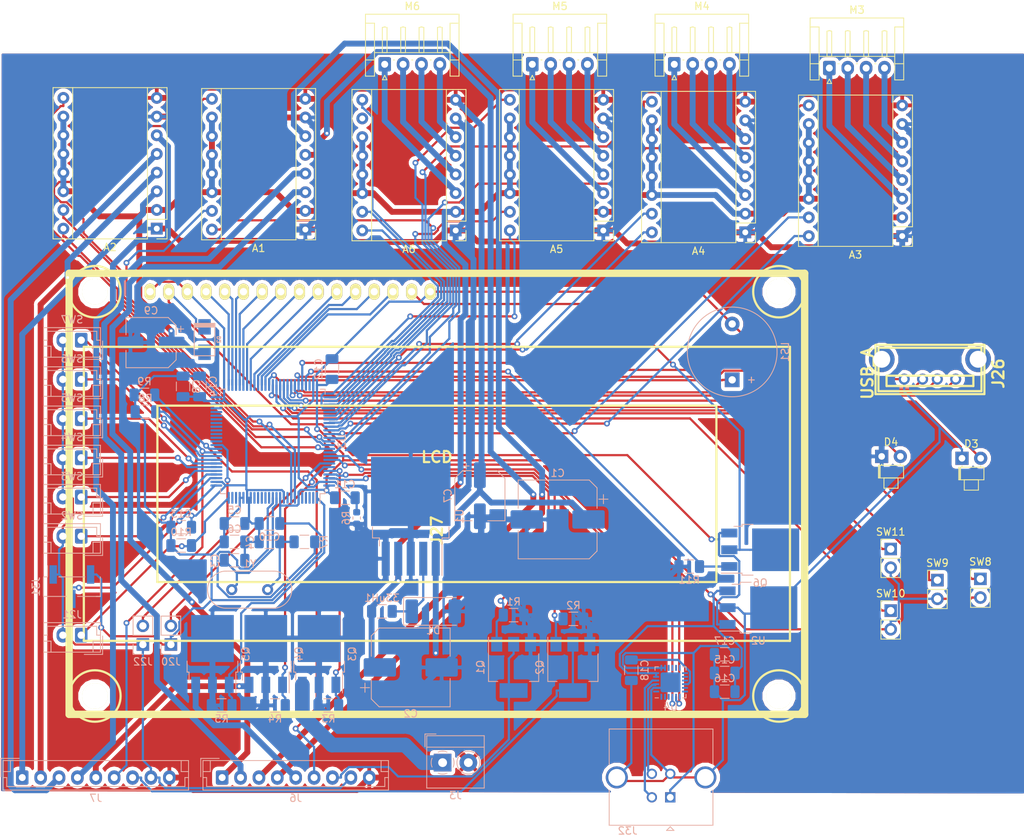
<source format=kicad_pcb>
(kicad_pcb (version 20171130) (host pcbnew 5.0.2-bee76a0~70~ubuntu18.04.1)
  (layers (0 F.Cu signal) (31 B.Cu signal) (34 B.Paste user) (35 F.Paste user) (36 B.SilkS user) (37 F.SilkS user) (38 B.Mask user) (39 F.Mask user) (44 Edge.Cuts user))
  (net 0 "")
  (net 1 "Net-(33uH1-Pad1)")
  (net 2 +5V)
  (net 3 GND)
  (net 4 "Net-(A1-Pad9)")
  (net 5 "Net-(A1-Pad3)")
  (net 6 "Net-(A1-Pad4)")
  (net 7 "Net-(A1-Pad5)")
  (net 8 "Net-(A1-Pad6)")
  (net 9 "Net-(A1-Pad15)")
  (net 10 "Net-(A1-Pad16)")
  (net 11 "Net-(A2-Pad16)")
  (net 12 "Net-(A2-Pad15)")
  (net 13 "Net-(A2-Pad6)")
  (net 14 "Net-(A2-Pad5)")
  (net 15 "Net-(A2-Pad4)")
  (net 16 "Net-(A2-Pad3)")
  (net 17 "Net-(A2-Pad9)")
  (net 18 "Net-(A3-Pad16)")
  (net 19 "Net-(A3-Pad15)")
  (net 20 "Net-(A3-Pad6)")
  (net 21 "Net-(A3-Pad5)")
  (net 22 "Net-(A3-Pad4)")
  (net 23 "Net-(A3-Pad3)")
  (net 24 "Net-(A3-Pad9)")
  (net 25 "Net-(A4-Pad9)")
  (net 26 "Net-(A4-Pad3)")
  (net 27 "Net-(A4-Pad4)")
  (net 28 "Net-(A4-Pad5)")
  (net 29 "Net-(A4-Pad6)")
  (net 30 "Net-(A4-Pad15)")
  (net 31 "Net-(A4-Pad16)")
  (net 32 "Net-(A5-Pad16)")
  (net 33 "Net-(A5-Pad15)")
  (net 34 "Net-(A5-Pad6)")
  (net 35 "Net-(A5-Pad5)")
  (net 36 "Net-(A5-Pad4)")
  (net 37 "Net-(A5-Pad3)")
  (net 38 "Net-(A5-Pad9)")
  (net 39 "Net-(A6-Pad9)")
  (net 40 "Net-(A6-Pad3)")
  (net 41 "Net-(A6-Pad4)")
  (net 42 "Net-(A6-Pad5)")
  (net 43 "Net-(A6-Pad6)")
  (net 44 "Net-(A6-Pad15)")
  (net 45 "Net-(A6-Pad16)")
  (net 46 "Net-(C3-Pad1)")
  (net 47 GNDD)
  (net 48 "Net-(C4-Pad1)")
  (net 49 +3V3)
  (net 50 "Net-(C17-Pad1)")
  (net 51 "Net-(C18-Pad2)")
  (net 52 +5VD)
  (net 53 "Net-(D3-Pad2)")
  (net 54 "Net-(D4-Pad2)")
  (net 55 "Net-(J3-Pad1)")
  (net 56 "Net-(J20-Pad2)")
  (net 57 "Net-(J21-Pad1)")
  (net 58 "Net-(J22-Pad2)")
  (net 59 "Net-(J26-Pad2)")
  (net 60 "Net-(J26-Pad3)")
  (net 61 "Net-(J26-Pad1)")
  (net 62 "Net-(J27-Pad4)")
  (net 63 "Net-(J27-Pad5)")
  (net 64 "Net-(J27-Pad6)")
  (net 65 "Net-(J27-Pad7)")
  (net 66 "Net-(J27-Pad8)")
  (net 67 "Net-(J27-Pad9)")
  (net 68 "Net-(J27-Pad10)")
  (net 69 "Net-(J27-Pad11)")
  (net 70 "Net-(J27-Pad12)")
  (net 71 "Net-(J27-Pad13)")
  (net 72 "Net-(J27-Pad14)")
  (net 73 "Net-(J31-Pad2)")
  (net 74 "Net-(J32-Pad3)")
  (net 75 "Net-(J32-Pad2)")
  (net 76 "Net-(LS1-Pad1)")
  (net 77 "Net-(Q1-Pad1)")
  (net 78 "Net-(Q2-Pad1)")
  (net 79 "Net-(Q3-Pad1)")
  (net 80 "Net-(Q4-Pad1)")
  (net 81 "Net-(Q5-Pad1)")
  (net 82 "Net-(R7-Pad1)")
  (net 83 "Net-(SW2-Pad1)")
  (net 84 "Net-(SW3-Pad1)")
  (net 85 "Net-(SW4-Pad1)")
  (net 86 "Net-(SW5-Pad1)")
  (net 87 "Net-(SW6-Pad1)")
  (net 88 "Net-(SW7-Pad1)")
  (net 89 "Net-(SW8-Pad1)")
  (net 90 "Net-(SW9-Pad1)")
  (net 91 "Net-(SW10-Pad1)")
  (net 92 "Net-(SW11-Pad1)")
  (net 93 "Net-(U3-Pad2)")
  (net 94 "Net-(U3-Pad3)")
  (net 95 "Net-(U3-Pad4)")
  (net 96 "Net-(U3-Pad5)")
  (net 97 "Net-(U3-Pad9)")
  (net 98 "Net-(U3-Pad14)")
  (net 99 "Net-(U3-Pad15)")
  (net 100 "Net-(U3-Pad16)")
  (net 101 "Net-(U3-Pad17)")
  (net 102 "Net-(U3-Pad18)")
  (net 103 "Net-(U3-Pad23)")
  (net 104 "Net-(U3-Pad24)")
  (net 105 "Net-(U3-Pad38)")
  (net 106 "Net-(U3-Pad39)")
  (net 107 "Net-(U3-Pad40)")
  (net 108 "Net-(U3-Pad41)")
  (net 109 "Net-(U3-Pad42)")
  (net 110 "Net-(U3-Pad43)")
  (net 111 "Net-(U3-Pad44)")
  (net 112 "Net-(U3-Pad45)")
  (net 113 "Net-(U3-Pad46)")
  (net 114 "Net-(U3-Pad47)")
  (net 115 "Net-(U3-Pad48)")
  (net 116 "Net-(U3-Pad73)")
  (net 117 "Net-(U3-Pad92)")
  (net 118 "Net-(U3-Pad93)")
  (net 119 "Net-(U4-Pad1)")
  (net 120 "Net-(U4-Pad9)")
  (net 121 "Net-(U4-Pad10)")
  (net 122 "Net-(U4-Pad11)")
  (net 123 "Net-(U4-Pad12)")
  (net 124 "Net-(U4-Pad13)")
  (net 125 "Net-(U4-Pad14)")
  (net 126 "Net-(U4-Pad15)")
  (net 127 "Net-(U4-Pad17)")
  (net 128 "Net-(U4-Pad18)")
  (net 129 "Net-(U4-Pad19)")
  (net 130 "Net-(U4-Pad22)")
  (net 131 "Net-(U4-Pad23)")
  (net 132 "Net-(U4-Pad24)")
  (net 133 "Net-(A6-Pad10)")
  (net 134 "Net-(J27-Pad15)")
  (net 135 "Net-(Q6-Pad1)")
  (net 136 "Net-(J6-Pad7)")
  (net 137 "Net-(J6-Pad6)")
  (net 138 "Net-(J7-Pad6)")
  (net 139 "Net-(J7-Pad7)")
  (net 140 "Net-(J6-Pad5)")
  (net 141 "Net-(J7-Pad5)")
  (net 142 +24V)
  (module Inductor_SMD:L_1206_3216Metric (layer B.Cu) (at 117.478 127.508 180)
    (fp_text reference 33uH1 (at 0 1.82 180) (layer B.SilkS) (effects (justify mirror)))
    (fp_text value L?)
    (pad 1 smd roundrect (at -1.4 0 180) (size 1.25 1.75) (layers B.Cu B.Paste B.Mask) (roundrect_rratio 0.2) (net 1 "Net-(33uH1-Pad1)"))
    (pad 2 smd roundrect (at 1.4 0 180) (size 1.25 1.75) (layers B.Cu B.Paste B.Mask) (roundrect_rratio 0.2) (net 2 +5V))
  )
  (module Module:Pololu_Breakout-16_15.2x20.3mm (layer F.Cu) (at 107.068 75.5628 180)
    (fp_text reference A1 (at 6.35 -2.54 180) (layer F.SilkS))
    (fp_text value "A4988 E2")
    (pad 1 thru_hole rect (at 0 0 180) (size 1.6 1.6) (drill 0.8) (layers *.Cu *.Mask) (net 3 GND))
    (pad 9 thru_hole oval (at 12.7 17.78 180) (size 1.6 1.6) (drill 0.8) (layers *.Cu *.Mask) (net 4 "Net-(A1-Pad9)"))
    (pad 2 thru_hole oval (at 0 2.54 180) (size 1.6 1.6) (drill 0.8) (layers *.Cu *.Mask) (net 2 +5V))
    (pad 10 thru_hole oval (at 12.7 15.24 180) (size 1.6 1.6) (drill 0.8) (layers *.Cu *.Mask) (net 2 +5V))
    (pad 3 thru_hole oval (at 0 5.08 180) (size 1.6 1.6) (drill 0.8) (layers *.Cu *.Mask) (net 5 "Net-(A1-Pad3)"))
    (pad 11 thru_hole oval (at 12.7 12.7 180) (size 1.6 1.6) (drill 0.8) (layers *.Cu *.Mask) (net 2 +5V))
    (pad 4 thru_hole oval (at 0 7.62 180) (size 1.6 1.6) (drill 0.8) (layers *.Cu *.Mask) (net 6 "Net-(A1-Pad4)"))
    (pad 12 thru_hole oval (at 12.7 10.16 180) (size 1.6 1.6) (drill 0.8) (layers *.Cu *.Mask) (net 2 +5V))
    (pad 5 thru_hole oval (at 0 10.16 180) (size 1.6 1.6) (drill 0.8) (layers *.Cu *.Mask) (net 7 "Net-(A1-Pad5)"))
    (pad 13 thru_hole oval (at 12.7 7.62 180) (size 1.6 1.6) (drill 0.8) (layers *.Cu *.Mask) (net 2 +5V))
    (pad 6 thru_hole oval (at 0 12.7 180) (size 1.6 1.6) (drill 0.8) (layers *.Cu *.Mask) (net 8 "Net-(A1-Pad6)"))
    (pad 14 thru_hole oval (at 12.7 5.08 180) (size 1.6 1.6) (drill 0.8) (layers *.Cu *.Mask) (net 2 +5V))
    (pad 7 thru_hole oval (at 0 15.24 180) (size 1.6 1.6) (drill 0.8) (layers *.Cu *.Mask) (net 3 GND))
    (pad 15 thru_hole oval (at 12.7 2.54 180) (size 1.6 1.6) (drill 0.8) (layers *.Cu *.Mask) (net 9 "Net-(A1-Pad15)"))
    (pad 8 thru_hole oval (at 0 17.78 180) (size 1.6 1.6) (drill 0.8) (layers *.Cu *.Mask) (net 142 +24V))
    (pad 16 thru_hole oval (at 12.7 0 180) (size 1.6 1.6) (drill 0.8) (layers *.Cu *.Mask) (net 10 "Net-(A1-Pad16)"))
  )
  (module Module:Pololu_Breakout-16_15.2x20.3mm (layer F.Cu) (at 86.868 75.438 180)
    (fp_text reference A2 (at 6.35 -2.54 180) (layer F.SilkS))
    (fp_text value "A4988 E1")
    (pad 16 thru_hole oval (at 12.7 0 180) (size 1.6 1.6) (drill 0.8) (layers *.Cu *.Mask) (net 11 "Net-(A2-Pad16)"))
    (pad 8 thru_hole oval (at 0 17.78 180) (size 1.6 1.6) (drill 0.8) (layers *.Cu *.Mask) (net 142 +24V))
    (pad 15 thru_hole oval (at 12.7 2.54 180) (size 1.6 1.6) (drill 0.8) (layers *.Cu *.Mask) (net 12 "Net-(A2-Pad15)"))
    (pad 7 thru_hole oval (at 0 15.24 180) (size 1.6 1.6) (drill 0.8) (layers *.Cu *.Mask) (net 3 GND))
    (pad 14 thru_hole oval (at 12.7 5.08 180) (size 1.6 1.6) (drill 0.8) (layers *.Cu *.Mask) (net 2 +5V))
    (pad 6 thru_hole oval (at 0 12.7 180) (size 1.6 1.6) (drill 0.8) (layers *.Cu *.Mask) (net 13 "Net-(A2-Pad6)"))
    (pad 13 thru_hole oval (at 12.7 7.62 180) (size 1.6 1.6) (drill 0.8) (layers *.Cu *.Mask) (net 2 +5V))
    (pad 5 thru_hole oval (at 0 10.16 180) (size 1.6 1.6) (drill 0.8) (layers *.Cu *.Mask) (net 14 "Net-(A2-Pad5)"))
    (pad 12 thru_hole oval (at 12.7 10.16 180) (size 1.6 1.6) (drill 0.8) (layers *.Cu *.Mask) (net 2 +5V))
    (pad 4 thru_hole oval (at 0 7.62 180) (size 1.6 1.6) (drill 0.8) (layers *.Cu *.Mask) (net 15 "Net-(A2-Pad4)"))
    (pad 11 thru_hole oval (at 12.7 12.7 180) (size 1.6 1.6) (drill 0.8) (layers *.Cu *.Mask) (net 2 +5V))
    (pad 3 thru_hole oval (at 0 5.08 180) (size 1.6 1.6) (drill 0.8) (layers *.Cu *.Mask) (net 16 "Net-(A2-Pad3)"))
    (pad 10 thru_hole oval (at 12.7 15.24 180) (size 1.6 1.6) (drill 0.8) (layers *.Cu *.Mask) (net 2 +5V))
    (pad 2 thru_hole oval (at 0 2.54 180) (size 1.6 1.6) (drill 0.8) (layers *.Cu *.Mask) (net 2 +5V))
    (pad 9 thru_hole oval (at 12.7 17.78 180) (size 1.6 1.6) (drill 0.8) (layers *.Cu *.Mask) (net 17 "Net-(A2-Pad9)"))
    (pad 1 thru_hole rect (at 0 0 180) (size 1.6 1.6) (drill 0.8) (layers *.Cu *.Mask) (net 3 GND))
  )
  (module Module:Pololu_Breakout-16_15.2x20.3mm (layer F.Cu) (at 188.214 76.454 180)
    (fp_text reference A3 (at 6.35 -2.54 180) (layer F.SilkS))
    (fp_text value "A4988 Z2")
    (pad 16 thru_hole oval (at 12.7 0 180) (size 1.6 1.6) (drill 0.8) (layers *.Cu *.Mask) (net 18 "Net-(A3-Pad16)"))
    (pad 8 thru_hole oval (at 0 17.78 180) (size 1.6 1.6) (drill 0.8) (layers *.Cu *.Mask) (net 142 +24V))
    (pad 15 thru_hole oval (at 12.7 2.54 180) (size 1.6 1.6) (drill 0.8) (layers *.Cu *.Mask) (net 19 "Net-(A3-Pad15)"))
    (pad 7 thru_hole oval (at 0 15.24 180) (size 1.6 1.6) (drill 0.8) (layers *.Cu *.Mask) (net 3 GND))
    (pad 14 thru_hole oval (at 12.7 5.08 180) (size 1.6 1.6) (drill 0.8) (layers *.Cu *.Mask) (net 2 +5V))
    (pad 6 thru_hole oval (at 0 12.7 180) (size 1.6 1.6) (drill 0.8) (layers *.Cu *.Mask) (net 20 "Net-(A3-Pad6)"))
    (pad 13 thru_hole oval (at 12.7 7.62 180) (size 1.6 1.6) (drill 0.8) (layers *.Cu *.Mask) (net 2 +5V))
    (pad 5 thru_hole oval (at 0 10.16 180) (size 1.6 1.6) (drill 0.8) (layers *.Cu *.Mask) (net 21 "Net-(A3-Pad5)"))
    (pad 12 thru_hole oval (at 12.7 10.16 180) (size 1.6 1.6) (drill 0.8) (layers *.Cu *.Mask) (net 2 +5V))
    (pad 4 thru_hole oval (at 0 7.62 180) (size 1.6 1.6) (drill 0.8) (layers *.Cu *.Mask) (net 22 "Net-(A3-Pad4)"))
    (pad 11 thru_hole oval (at 12.7 12.7 180) (size 1.6 1.6) (drill 0.8) (layers *.Cu *.Mask) (net 2 +5V))
    (pad 3 thru_hole oval (at 0 5.08 180) (size 1.6 1.6) (drill 0.8) (layers *.Cu *.Mask) (net 23 "Net-(A3-Pad3)"))
    (pad 10 thru_hole oval (at 12.7 15.24 180) (size 1.6 1.6) (drill 0.8) (layers *.Cu *.Mask) (net 2 +5V))
    (pad 2 thru_hole oval (at 0 2.54 180) (size 1.6 1.6) (drill 0.8) (layers *.Cu *.Mask) (net 2 +5V))
    (pad 9 thru_hole oval (at 12.7 17.78 180) (size 1.6 1.6) (drill 0.8) (layers *.Cu *.Mask) (net 24 "Net-(A3-Pad9)"))
    (pad 1 thru_hole rect (at 0 0 180) (size 1.6 1.6) (drill 0.8) (layers *.Cu *.Mask) (net 3 GND))
  )
  (module Module:Pololu_Breakout-16_15.2x20.3mm (layer F.Cu) (at 166.878 75.946 180)
    (fp_text reference A4 (at 6.35 -2.54 180) (layer F.SilkS))
    (fp_text value "A4988 Z1")
    (pad 1 thru_hole rect (at 0 0 180) (size 1.6 1.6) (drill 0.8) (layers *.Cu *.Mask) (net 3 GND))
    (pad 9 thru_hole oval (at 12.7 17.78 180) (size 1.6 1.6) (drill 0.8) (layers *.Cu *.Mask) (net 25 "Net-(A4-Pad9)"))
    (pad 2 thru_hole oval (at 0 2.54 180) (size 1.6 1.6) (drill 0.8) (layers *.Cu *.Mask) (net 2 +5V))
    (pad 10 thru_hole oval (at 12.7 15.24 180) (size 1.6 1.6) (drill 0.8) (layers *.Cu *.Mask) (net 2 +5V))
    (pad 3 thru_hole oval (at 0 5.08 180) (size 1.6 1.6) (drill 0.8) (layers *.Cu *.Mask) (net 26 "Net-(A4-Pad3)"))
    (pad 11 thru_hole oval (at 12.7 12.7 180) (size 1.6 1.6) (drill 0.8) (layers *.Cu *.Mask) (net 2 +5V))
    (pad 4 thru_hole oval (at 0 7.62 180) (size 1.6 1.6) (drill 0.8) (layers *.Cu *.Mask) (net 27 "Net-(A4-Pad4)"))
    (pad 12 thru_hole oval (at 12.7 10.16 180) (size 1.6 1.6) (drill 0.8) (layers *.Cu *.Mask) (net 2 +5V))
    (pad 5 thru_hole oval (at 0 10.16 180) (size 1.6 1.6) (drill 0.8) (layers *.Cu *.Mask) (net 28 "Net-(A4-Pad5)"))
    (pad 13 thru_hole oval (at 12.7 7.62 180) (size 1.6 1.6) (drill 0.8) (layers *.Cu *.Mask) (net 2 +5V))
    (pad 6 thru_hole oval (at 0 12.7 180) (size 1.6 1.6) (drill 0.8) (layers *.Cu *.Mask) (net 29 "Net-(A4-Pad6)"))
    (pad 14 thru_hole oval (at 12.7 5.08 180) (size 1.6 1.6) (drill 0.8) (layers *.Cu *.Mask) (net 2 +5V))
    (pad 7 thru_hole oval (at 0 15.24 180) (size 1.6 1.6) (drill 0.8) (layers *.Cu *.Mask) (net 3 GND))
    (pad 15 thru_hole oval (at 12.7 2.54 180) (size 1.6 1.6) (drill 0.8) (layers *.Cu *.Mask) (net 30 "Net-(A4-Pad15)"))
    (pad 8 thru_hole oval (at 0 17.78 180) (size 1.6 1.6) (drill 0.8) (layers *.Cu *.Mask) (net 142 +24V))
    (pad 16 thru_hole oval (at 12.7 0 180) (size 1.6 1.6) (drill 0.8) (layers *.Cu *.Mask) (net 31 "Net-(A4-Pad16)"))
  )
  (module Module:Pololu_Breakout-16_15.2x20.3mm (layer F.Cu) (at 147.574 75.692 180)
    (fp_text reference A5 (at 6.35 -2.54 180) (layer F.SilkS))
    (fp_text value "A4988 Y")
    (pad 16 thru_hole oval (at 12.7 0 180) (size 1.6 1.6) (drill 0.8) (layers *.Cu *.Mask) (net 32 "Net-(A5-Pad16)"))
    (pad 8 thru_hole oval (at 0 17.78 180) (size 1.6 1.6) (drill 0.8) (layers *.Cu *.Mask) (net 142 +24V))
    (pad 15 thru_hole oval (at 12.7 2.54 180) (size 1.6 1.6) (drill 0.8) (layers *.Cu *.Mask) (net 33 "Net-(A5-Pad15)"))
    (pad 7 thru_hole oval (at 0 15.24 180) (size 1.6 1.6) (drill 0.8) (layers *.Cu *.Mask) (net 3 GND))
    (pad 14 thru_hole oval (at 12.7 5.08 180) (size 1.6 1.6) (drill 0.8) (layers *.Cu *.Mask) (net 2 +5V))
    (pad 6 thru_hole oval (at 0 12.7 180) (size 1.6 1.6) (drill 0.8) (layers *.Cu *.Mask) (net 34 "Net-(A5-Pad6)"))
    (pad 13 thru_hole oval (at 12.7 7.62 180) (size 1.6 1.6) (drill 0.8) (layers *.Cu *.Mask) (net 2 +5V))
    (pad 5 thru_hole oval (at 0 10.16 180) (size 1.6 1.6) (drill 0.8) (layers *.Cu *.Mask) (net 35 "Net-(A5-Pad5)"))
    (pad 12 thru_hole oval (at 12.7 10.16 180) (size 1.6 1.6) (drill 0.8) (layers *.Cu *.Mask) (net 2 +5V))
    (pad 4 thru_hole oval (at 0 7.62 180) (size 1.6 1.6) (drill 0.8) (layers *.Cu *.Mask) (net 36 "Net-(A5-Pad4)"))
    (pad 11 thru_hole oval (at 12.7 12.7 180) (size 1.6 1.6) (drill 0.8) (layers *.Cu *.Mask) (net 2 +5V))
    (pad 3 thru_hole oval (at 0 5.08 180) (size 1.6 1.6) (drill 0.8) (layers *.Cu *.Mask) (net 37 "Net-(A5-Pad3)"))
    (pad 10 thru_hole oval (at 12.7 15.24 180) (size 1.6 1.6) (drill 0.8) (layers *.Cu *.Mask) (net 2 +5V))
    (pad 2 thru_hole oval (at 0 2.54 180) (size 1.6 1.6) (drill 0.8) (layers *.Cu *.Mask) (net 2 +5V))
    (pad 9 thru_hole oval (at 12.7 17.78 180) (size 1.6 1.6) (drill 0.8) (layers *.Cu *.Mask) (net 38 "Net-(A5-Pad9)"))
    (pad 1 thru_hole rect (at 0 0 180) (size 1.6 1.6) (drill 0.8) (layers *.Cu *.Mask) (net 3 GND))
  )
  (module Module:Pololu_Breakout-16_15.2x20.3mm (layer F.Cu) (at 127.508 75.692 180)
    (fp_text reference A6 (at 6.35 -2.54 180) (layer F.SilkS))
    (fp_text value "A4988 X")
    (pad 1 thru_hole rect (at 0 0 180) (size 1.6 1.6) (drill 0.8) (layers *.Cu *.Mask) (net 3 GND))
    (pad 9 thru_hole oval (at 12.7 17.78 180) (size 1.6 1.6) (drill 0.8) (layers *.Cu *.Mask) (net 39 "Net-(A6-Pad9)"))
    (pad 2 thru_hole oval (at 0 2.54 180) (size 1.6 1.6) (drill 0.8) (layers *.Cu *.Mask) (net 2 +5V))
    (pad 10 thru_hole oval (at 12.7 15.24 180) (size 1.6 1.6) (drill 0.8) (layers *.Cu *.Mask) (net 133 "Net-(A6-Pad10)"))
    (pad 3 thru_hole oval (at 0 5.08 180) (size 1.6 1.6) (drill 0.8) (layers *.Cu *.Mask) (net 40 "Net-(A6-Pad3)"))
    (pad 11 thru_hole oval (at 12.7 12.7 180) (size 1.6 1.6) (drill 0.8) (layers *.Cu *.Mask) (net 2 +5V))
    (pad 4 thru_hole oval (at 0 7.62 180) (size 1.6 1.6) (drill 0.8) (layers *.Cu *.Mask) (net 41 "Net-(A6-Pad4)"))
    (pad 12 thru_hole oval (at 12.7 10.16 180) (size 1.6 1.6) (drill 0.8) (layers *.Cu *.Mask) (net 2 +5V))
    (pad 5 thru_hole oval (at 0 10.16 180) (size 1.6 1.6) (drill 0.8) (layers *.Cu *.Mask) (net 42 "Net-(A6-Pad5)"))
    (pad 13 thru_hole oval (at 12.7 7.62 180) (size 1.6 1.6) (drill 0.8) (layers *.Cu *.Mask) (net 2 +5V))
    (pad 6 thru_hole oval (at 0 12.7 180) (size 1.6 1.6) (drill 0.8) (layers *.Cu *.Mask) (net 43 "Net-(A6-Pad6)"))
    (pad 14 thru_hole oval (at 12.7 5.08 180) (size 1.6 1.6) (drill 0.8) (layers *.Cu *.Mask) (net 2 +5V))
    (pad 7 thru_hole oval (at 0 15.24 180) (size 1.6 1.6) (drill 0.8) (layers *.Cu *.Mask) (net 3 GND))
    (pad 15 thru_hole oval (at 12.7 2.54 180) (size 1.6 1.6) (drill 0.8) (layers *.Cu *.Mask) (net 44 "Net-(A6-Pad15)"))
    (pad 8 thru_hole oval (at 0 17.78 180) (size 1.6 1.6) (drill 0.8) (layers *.Cu *.Mask) (net 142 +24V))
    (pad 16 thru_hole oval (at 12.7 0 180) (size 1.6 1.6) (drill 0.8) (layers *.Cu *.Mask) (net 45 "Net-(A6-Pad16)"))
  )
  (module Capacitor_SMD:CP_Elec_10x10.5 (layer B.Cu) (at 141.368 115 180)
    (fp_text reference C1 (at 0 6.3 180) (layer B.SilkS) (effects (justify mirror)))
    (fp_text value 680uF)
    (pad 2 smd roundrect (at 4.2 0 180) (size 4.4 2.5) (layers B.Cu B.Paste B.Mask) (roundrect_rratio 0.1) (net 3 GND))
    (pad 1 smd roundrect (at -4.2 0 180) (size 4.4 2.5) (layers B.Cu B.Paste B.Mask) (roundrect_rratio 0.1) (net 142 +24V))
  )
  (module Capacitor_SMD:CP_Elec_10x10.5 (layer B.Cu) (at 121.397 135.128)
    (fp_text reference C2 (at 0 6.3) (layer B.SilkS) (effects (justify mirror)))
    (fp_text value 220uF)
    (pad 1 smd roundrect (at -4.2 0) (size 4.4 2.5) (layers B.Cu B.Paste B.Mask) (roundrect_rratio 0.1) (net 2 +5V))
    (pad 2 smd roundrect (at 4.2 0) (size 4.4 2.5) (layers B.Cu B.Paste B.Mask) (roundrect_rratio 0.1) (net 3 GND))
  )
  (module Capacitor_SMD:C_1206_3216Metric (layer B.Cu) (at 97.4406 120.551)
    (fp_text reference C3 (at -2.645 0.09 -90) (layer B.SilkS) (effects (justify mirror)))
    (fp_text value 20pF)
    (pad 1 smd roundrect (at -1.4 0) (size 1.25 1.75) (layers B.Cu B.Paste B.Mask) (roundrect_rratio 0.2) (net 46 "Net-(C3-Pad1)"))
    (pad 2 smd roundrect (at 1.4 0) (size 1.25 1.75) (layers B.Cu B.Paste B.Mask) (roundrect_rratio 0.2) (net 47 GNDD))
  )
  (module Capacitor_SMD:C_1206_3216Metric (layer B.Cu) (at 102.191 118.051 180)
    (fp_text reference C4 (at 2.63 -0.09 90) (layer B.SilkS) (effects (justify mirror)))
    (fp_text value 20pF)
    (pad 2 smd roundrect (at 1.4 0 180) (size 1.25 1.75) (layers B.Cu B.Paste B.Mask) (roundrect_rratio 0.2) (net 47 GNDD))
    (pad 1 smd roundrect (at -1.4 0 180) (size 1.25 1.75) (layers B.Cu B.Paste B.Mask) (roundrect_rratio 0.2) (net 48 "Net-(C4-Pad1)"))
  )
  (module Capacitor_SMD:C_1206_3216Metric (layer B.Cu) (at 97.4406 115.551 180)
    (fp_text reference C5 (at 0 1.82 180) (layer B.SilkS) (effects (justify mirror)))
    (fp_text value 10nF)
    (pad 2 smd roundrect (at 1.4 0 180) (size 1.25 1.75) (layers B.Cu B.Paste B.Mask) (roundrect_rratio 0.2) (net 49 +3V3))
    (pad 1 smd roundrect (at -1.4 0 180) (size 1.25 1.75) (layers B.Cu B.Paste B.Mask) (roundrect_rratio 0.2) (net 47 GNDD))
  )
  (module Capacitor_SMD:C_1206_3216Metric (layer B.Cu) (at 97.4406 118.051 180)
    (fp_text reference C6 (at 0 1.75) (layer B.SilkS) (effects (justify mirror)))
    (fp_text value 1uF)
    (pad 1 smd roundrect (at -1.4 0 180) (size 1.25 1.75) (layers B.Cu B.Paste B.Mask) (roundrect_rratio 0.2) (net 47 GNDD))
    (pad 2 smd roundrect (at 1.4 0 180) (size 1.25 1.75) (layers B.Cu B.Paste B.Mask) (roundrect_rratio 0.2) (net 49 +3V3))
  )
  (module Capacitor_SMD:CP_Elec_6.3x5.4 (layer B.Cu) (at 130.795 111.771 270)
    (fp_text reference C7 (at 0 4.35 270) (layer B.SilkS) (effects (justify mirror)))
    (fp_text value 33uF)
    (pad 2 smd roundrect (at 2.8 0 270) (size 3.5 1.6) (layers B.Cu B.Paste B.Mask) (roundrect_rratio 0.15625) (net 3 GND))
    (pad 1 smd roundrect (at -2.8 0 270) (size 3.5 1.6) (layers B.Cu B.Paste B.Mask) (roundrect_rratio 0.15625) (net 142 +24V))
  )
  (module Capacitor_SMD:C_1206_3216Metric (layer B.Cu) (at 90.4406 96.9009 90)
    (fp_text reference C8 (at 0 1.82 90) (layer B.SilkS) (effects (justify mirror)))
    (fp_text value 4.7uF)
    (pad 2 smd roundrect (at 1.4 0 90) (size 1.25 1.75) (layers B.Cu B.Paste B.Mask) (roundrect_rratio 0.2) (net 49 +3V3))
    (pad 1 smd roundrect (at -1.4 0 90) (size 1.25 1.75) (layers B.Cu B.Paste B.Mask) (roundrect_rratio 0.2) (net 47 GNDD))
  )
  (module Capacitor_SMD:CP_Elec_6.3x5.4 (layer B.Cu) (at 86.0906 90.9429 180)
    (fp_text reference C9 (at 0 4.35 180) (layer B.SilkS) (effects (justify mirror)))
    (fp_text value 33uF)
    (pad 1 smd roundrect (at -2.8 0 180) (size 3.5 1.6) (layers B.Cu B.Paste B.Mask) (roundrect_rratio 0.15625) (net 2 +5V))
    (pad 2 smd roundrect (at 2.8 0 180) (size 3.5 1.6) (layers B.Cu B.Paste B.Mask) (roundrect_rratio 0.15625) (net 3 GND))
  )
  (module Capacitor_SMD:C_1206_3216Metric (layer B.Cu) (at 102.191 115.551)
    (fp_text reference C10 (at 0 1.82) (layer B.SilkS) (effects (justify mirror)))
    (fp_text value 100nF)
    (pad 1 smd roundrect (at -1.4 0) (size 1.25 1.75) (layers B.Cu B.Paste B.Mask) (roundrect_rratio 0.2) (net 47 GNDD))
    (pad 2 smd roundrect (at 1.4 0) (size 1.25 1.75) (layers B.Cu B.Paste B.Mask) (roundrect_rratio 0.2) (net 49 +3V3))
  )
  (module Capacitor_SMD:C_1206_3216Metric (layer B.Cu) (at 112.441 112.051 180)
    (fp_text reference C11 (at 0 1.82 180) (layer B.SilkS) (effects (justify mirror)))
    (fp_text value 100nF)
    (pad 1 smd roundrect (at -1.4 0 180) (size 1.25 1.75) (layers B.Cu B.Paste B.Mask) (roundrect_rratio 0.2) (net 47 GNDD))
    (pad 2 smd roundrect (at 1.4 0 180) (size 1.25 1.75) (layers B.Cu B.Paste B.Mask) (roundrect_rratio 0.2) (net 49 +3V3))
  )
  (module Capacitor_SMD:C_1206_3216Metric (layer B.Cu) (at 110.691 94.5509 270)
    (fp_text reference C12 (at 0 1.82 270) (layer B.SilkS) (effects (justify mirror)))
    (fp_text value 100nF)
    (pad 2 smd roundrect (at 1.4 0 270) (size 1.25 1.75) (layers B.Cu B.Paste B.Mask) (roundrect_rratio 0.2) (net 49 +3V3))
    (pad 1 smd roundrect (at -1.4 0 270) (size 1.25 1.75) (layers B.Cu B.Paste B.Mask) (roundrect_rratio 0.2) (net 47 GNDD))
  )
  (module Capacitor_SMD:C_1206_3216Metric (layer B.Cu) (at 90.1906 116.051 180)
    (fp_text reference C13 (at 0 1.82 180) (layer B.SilkS) (effects (justify mirror)))
    (fp_text value 100nF)
    (pad 1 smd roundrect (at -1.4 0 180) (size 1.25 1.75) (layers B.Cu B.Paste B.Mask) (roundrect_rratio 0.2) (net 47 GNDD))
    (pad 2 smd roundrect (at 1.4 0 180) (size 1.25 1.75) (layers B.Cu B.Paste B.Mask) (roundrect_rratio 0.2) (net 49 +3V3))
  )
  (module Capacitor_SMD:C_1206_3216Metric (layer B.Cu) (at 92.6906 96.9009 90)
    (fp_text reference C14 (at 0 1.82 90) (layer B.SilkS) (effects (justify mirror)))
    (fp_text value 100nF)
    (pad 2 smd roundrect (at 1.4 0 90) (size 1.25 1.75) (layers B.Cu B.Paste B.Mask) (roundrect_rratio 0.2) (net 49 +3V3))
    (pad 1 smd roundrect (at -1.4 0 90) (size 1.25 1.75) (layers B.Cu B.Paste B.Mask) (roundrect_rratio 0.2) (net 47 GNDD))
  )
  (module Capacitor_SMD:C_1206_3216Metric (layer B.Cu) (at 164.084 135.89 180)
    (fp_text reference C15 (at 0 1.82 180) (layer B.SilkS) (effects (justify mirror)))
    (fp_text value 2uF)
    (pad 1 smd roundrect (at -1.4 0 180) (size 1.25 1.75) (layers B.Cu B.Paste B.Mask) (roundrect_rratio 0.2) (net 49 +3V3))
    (pad 2 smd roundrect (at 1.4 0 180) (size 1.25 1.75) (layers B.Cu B.Paste B.Mask) (roundrect_rratio 0.2) (net 47 GNDD))
  )
  (module Capacitor_SMD:C_1206_3216Metric (layer B.Cu) (at 164.084 138.43 180)
    (fp_text reference C16 (at 0 1.82 180) (layer B.SilkS) (effects (justify mirror)))
    (fp_text value 0.1uF)
    (pad 2 smd roundrect (at 1.4 0 180) (size 1.25 1.75) (layers B.Cu B.Paste B.Mask) (roundrect_rratio 0.2) (net 47 GNDD))
    (pad 1 smd roundrect (at -1.4 0 180) (size 1.25 1.75) (layers B.Cu B.Paste B.Mask) (roundrect_rratio 0.2) (net 49 +3V3))
  )
  (module Capacitor_SMD:C_1206_3216Metric (layer B.Cu) (at 164.084 133.35 180)
    (fp_text reference C17 (at 0 1.82 180) (layer B.SilkS) (effects (justify mirror)))
    (fp_text value 1uF)
    (pad 2 smd roundrect (at 1.4 0 180) (size 1.25 1.75) (layers B.Cu B.Paste B.Mask) (roundrect_rratio 0.2) (net 47 GNDD))
    (pad 1 smd roundrect (at -1.4 0 180) (size 1.25 1.75) (layers B.Cu B.Paste B.Mask) (roundrect_rratio 0.2) (net 50 "Net-(C17-Pad1)"))
  )
  (module Capacitor_SMD:C_1206_3216Metric (layer B.Cu) (at 151.384 135.506 90)
    (fp_text reference C18 (at 0 1.82 90) (layer B.SilkS) (effects (justify mirror)))
    (fp_text value 4.7uF)
    (pad 1 smd roundrect (at -1.4 0 90) (size 1.25 1.75) (layers B.Cu B.Paste B.Mask) (roundrect_rratio 0.2) (net 47 GNDD))
    (pad 2 smd roundrect (at 1.4 0 90) (size 1.25 1.75) (layers B.Cu B.Paste B.Mask) (roundrect_rratio 0.2) (net 51 "Net-(C18-Pad2)"))
  )
  (module Diode_SMD:D_2512_6332Metric_Castellated (layer B.Cu) (at 124.46 127.508)
    (fp_text reference D1 (at 0 2.58) (layer B.SilkS) (effects (justify mirror)))
    (fp_text value SS54)
    (pad 1 smd roundrect (at -2.925 0) (size 1.7 3.25) (layers B.Cu B.Paste B.Mask) (roundrect_rratio 0.147059) (net 1 "Net-(33uH1-Pad1)"))
    (pad 2 smd roundrect (at 2.925 0) (size 1.7 3.25) (layers B.Cu B.Paste B.Mask) (roundrect_rratio 0.147059) (net 3 GND))
  )
  (module w_smd_diode:do214ac (layer B.Cu) (at 93.3619 90.5306 90)
    (fp_text reference D2 (at 0 1.9685 90) (layer B.SilkS) (effects (font (size 0.50038 0.50038) (thickness 0.11938)) (justify mirror)))
    (fp_text value 1n5819 hide)
    (pad 2 smd rect (at 1.72974 0 90) (size 2.10058 1.69926) (layers B.Cu B.Paste B.Mask) (net 52 +5VD))
    (pad 1 smd rect (at -1.72974 0 90) (size 2.10058 1.69926) (layers B.Cu B.Paste B.Mask) (net 2 +5V))
  )
  (module w_indicators:lcd_20x4 (layer F.Cu) (at 124.953 111.517)
    (fp_text reference J27 (at 0 5.00126 90) (layer F.SilkS) (effects (font (size 1.5 1.5) (thickness 0.3))))
    (fp_text value LCD (at 0 -5.00126) (layer F.SilkS) (effects (font (size 1.5 1.5) (thickness 0.3))))
    (pad "" np_thru_hole circle (at -46.49978 -27.50058) (size 3.5 3.5) (drill 3.5) (layers *.Cu *.Mask F.SilkS))
    (pad "" np_thru_hole circle (at 46.49978 -27.50058) (size 3.5 3.5) (drill 3.5) (layers *.Cu *.Mask F.SilkS))
    (pad "" np_thru_hole circle (at 46.49978 27.50058) (size 3.5 3.5) (drill 3.5) (layers *.Cu *.Mask F.SilkS))
    (pad "" np_thru_hole circle (at -46.5 27.5) (size 3.5 3.5) (drill 3.5) (layers *.Cu *.Mask F.SilkS))
    (pad 1 thru_hole oval (at -39 -27.5) (size 1.5 2.2) (drill 1) (layers *.Cu *.Mask F.SilkS) (net 47 GNDD))
    (pad 2 thru_hole oval (at -36.46 -27.5) (size 1.5 2.2) (drill 1) (layers *.Cu *.Mask F.SilkS) (net 52 +5VD))
    (pad 3 thru_hole oval (at -33.92 -27.5) (size 1.5 2.2) (drill 1) (layers *.Cu *.Mask F.SilkS) (net 47 GNDD))
    (pad 4 thru_hole oval (at -31.38 -27.5) (size 1.5 2.2) (drill 1) (layers *.Cu *.Mask F.SilkS) (net 62 "Net-(J27-Pad4)"))
    (pad 5 thru_hole oval (at -28.84 -27.5) (size 1.5 2.2) (drill 1) (layers *.Cu *.Mask F.SilkS) (net 63 "Net-(J27-Pad5)"))
    (pad 6 thru_hole oval (at -26.3 -27.5) (size 1.5 2.2) (drill 1) (layers *.Cu *.Mask F.SilkS) (net 64 "Net-(J27-Pad6)"))
    (pad 7 thru_hole oval (at -23.76 -27.5) (size 1.5 2.2) (drill 1) (layers *.Cu *.Mask F.SilkS) (net 65 "Net-(J27-Pad7)"))
    (pad 8 thru_hole oval (at -21.22 -27.5) (size 1.5 2.2) (drill 1) (layers *.Cu *.Mask F.SilkS) (net 66 "Net-(J27-Pad8)"))
    (pad 9 thru_hole oval (at -18.68 -27.5) (size 1.5 2.2) (drill 1) (layers *.Cu *.Mask F.SilkS) (net 67 "Net-(J27-Pad9)"))
    (pad 10 thru_hole oval (at -16.14 -27.5) (size 1.5 2.2) (drill 1) (layers *.Cu *.Mask F.SilkS) (net 68 "Net-(J27-Pad10)"))
    (pad 11 thru_hole oval (at -13.6 -27.5) (size 1.5 2.2) (drill 1) (layers *.Cu *.Mask F.SilkS) (net 69 "Net-(J27-Pad11)"))
    (pad 12 thru_hole oval (at -11.06 -27.5) (size 1.5 2.2) (drill 1) (layers *.Cu *.Mask F.SilkS) (net 70 "Net-(J27-Pad12)"))
    (pad 13 thru_hole oval (at -8.52 -27.5) (size 1.5 2.2) (drill 1) (layers *.Cu *.Mask F.SilkS) (net 71 "Net-(J27-Pad13)"))
    (pad 14 thru_hole oval (at -5.98 -27.5) (size 1.5 2.2) (drill 1) (layers *.Cu *.Mask F.SilkS) (net 72 "Net-(J27-Pad14)"))
    (pad 15 thru_hole oval (at -3.44 -27.5) (size 1.5 2.2) (drill 1) (layers *.Cu *.Mask F.SilkS) (net 134 "Net-(J27-Pad15)"))
    (pad 16 thru_hole oval (at -0.9 -27.5) (size 1.5 2.2) (drill 1) (layers *.Cu *.Mask F.SilkS) (net 47 GNDD))
  )
  (module Connector_USB:USB_B_Amphenol_MUSB-D511_Vertical_Rugged (layer B.Cu) (at 156.68 152.805)
    (fp_text reference J32 (at -5.8 4.55) (layer B.SilkS) (effects (justify mirror)))
    (fp_text value USB_B)
    (pad 5 thru_hole circle (at 4.77 -2.71) (size 3 3) (drill 2.3) (layers *.Cu *.Mask) (net 47 GNDD))
    (pad 4 thru_hole circle (at 0 -3.2) (size 1.4 1.4) (drill 0.92) (layers *.Cu *.Mask) (net 47 GNDD))
    (pad 3 thru_hole circle (at -2.5 -3.2) (size 1.4 1.4) (drill 0.92) (layers *.Cu *.Mask) (net 74 "Net-(J32-Pad3)"))
    (pad 1 thru_hole rect (at 0 0) (size 1.4 1.4) (drill 0.92) (layers *.Cu *.Mask) (net 50 "Net-(C17-Pad1)"))
    (pad 5 thru_hole circle (at -7.27 -2.71) (size 3 3) (drill 2.3) (layers *.Cu *.Mask) (net 47 GNDD))
    (pad 2 thru_hole circle (at -2.5 0) (size 1.4 1.4) (drill 0.92) (layers *.Cu *.Mask) (net 75 "Net-(J32-Pad2)"))
  )
  (module Package_TO_SOT_SMD:SOT-223-3_TabPin2 (layer B.Cu) (at 135.382 135.128 270)
    (fp_text reference Q1 (at 0 4.5 270) (layer B.SilkS) (effects (justify mirror)))
    (fp_text value STN4NF20L)
    (pad 1 smd rect (at -3.15 2.3 270) (size 2 1.5) (layers B.Cu B.Paste B.Mask) (net 77 "Net-(Q1-Pad1)"))
    (pad 3 smd rect (at -3.15 -2.3 270) (size 2 1.5) (layers B.Cu B.Paste B.Mask) (net 3 GND))
    (pad 2 smd rect (at -3.15 0 270) (size 2 1.5) (layers B.Cu B.Paste B.Mask) (net 136 "Net-(J6-Pad7)"))
    (pad 2 smd rect (at 3.15 0 270) (size 2 3.8) (layers B.Cu B.Paste B.Mask) (net 136 "Net-(J6-Pad7)"))
  )
  (module Package_TO_SOT_SMD:SOT-223-3_TabPin2 (layer B.Cu) (at 143.441 135.128 270)
    (fp_text reference Q2 (at 0 4.5 270) (layer B.SilkS) (effects (justify mirror)))
    (fp_text value STN4NF20L)
    (pad 2 smd rect (at 3.15 0 270) (size 2 3.8) (layers B.Cu B.Paste B.Mask) (net 139 "Net-(J7-Pad7)"))
    (pad 2 smd rect (at -3.15 0 270) (size 2 1.5) (layers B.Cu B.Paste B.Mask) (net 139 "Net-(J7-Pad7)"))
    (pad 3 smd rect (at -3.15 -2.3 270) (size 2 1.5) (layers B.Cu B.Paste B.Mask) (net 3 GND))
    (pad 1 smd rect (at -3.15 2.3 270) (size 2 1.5) (layers B.Cu B.Paste B.Mask) (net 78 "Net-(Q2-Pad1)"))
  )
  (module Package_TO_SOT_SMD:TO-252-3_TabPin2 (layer B.Cu) (at 108.941 133.301 90)
    (fp_text reference Q3 (at 0 4.5 90) (layer B.SilkS) (effects (justify mirror)))
    (fp_text value 04N03LA)
    (pad 2 smd rect (at 2.1 0 90) (size 6.4 5.8) (layers B.Cu B.Mask) (net 3 GND))
    (pad 3 smd rect (at -4.2 -2.28 90) (size 2.2 1.2) (layers B.Cu B.Paste B.Mask) (net 55 "Net-(J3-Pad1)"))
    (pad 2 smd rect (at -4.2 0 90) (size 2.2 1.2) (layers B.Cu B.Paste B.Mask) (net 3 GND))
    (pad 1 smd rect (at -4.2 2.28 90) (size 2.2 1.2) (layers B.Cu B.Paste B.Mask) (net 79 "Net-(Q3-Pad1)"))
  )
  (module Package_TO_SOT_SMD:TO-252-3_TabPin2 (layer B.Cu) (at 101.691 133.301 90)
    (fp_text reference Q4 (at 0 4.5 90) (layer B.SilkS) (effects (justify mirror)))
    (fp_text value 04N03LA)
    (pad 2 smd rect (at 2.1 0 90) (size 6.4 5.8) (layers B.Cu B.Mask) (net 3 GND))
    (pad 3 smd rect (at -4.2 -2.28 90) (size 2.2 1.2) (layers B.Cu B.Paste B.Mask) (net 141 "Net-(J7-Pad5)"))
    (pad 2 smd rect (at -4.2 0 90) (size 2.2 1.2) (layers B.Cu B.Paste B.Mask) (net 3 GND))
    (pad 1 smd rect (at -4.2 2.28 90) (size 2.2 1.2) (layers B.Cu B.Paste B.Mask) (net 80 "Net-(Q4-Pad1)"))
  )
  (module Package_TO_SOT_SMD:TO-252-3_TabPin2 (layer B.Cu) (at 94.4406 133.301 90)
    (fp_text reference Q5 (at 0 4.5 90) (layer B.SilkS) (effects (justify mirror)))
    (fp_text value 04N03LA)
    (pad 1 smd rect (at -4.2 2.28 90) (size 2.2 1.2) (layers B.Cu B.Paste B.Mask) (net 81 "Net-(Q5-Pad1)"))
    (pad 2 smd rect (at -4.2 0 90) (size 2.2 1.2) (layers B.Cu B.Paste B.Mask) (net 3 GND))
    (pad 3 smd rect (at -4.2 -2.28 90) (size 2.2 1.2) (layers B.Cu B.Paste B.Mask) (net 140 "Net-(J6-Pad5)"))
    (pad 2 smd rect (at 2.1 0 90) (size 6.4 5.8) (layers B.Cu B.Mask) (net 3 GND))
  )
  (module Resistor_SMD:R_1206_3216Metric (layer B.Cu) (at 135.382 128.016 180)
    (fp_text reference R1 (at 0 1.82 180) (layer B.SilkS) (effects (justify mirror)))
    (fp_text value 100k)
    (pad 1 smd roundrect (at -1.4 0 180) (size 1.25 1.75) (layers B.Cu B.Paste B.Mask) (roundrect_rratio 0.2) (net 3 GND))
    (pad 2 smd roundrect (at 1.4 0 180) (size 1.25 1.75) (layers B.Cu B.Paste B.Mask) (roundrect_rratio 0.2) (net 77 "Net-(Q1-Pad1)"))
  )
  (module Resistor_SMD:R_1206_3216Metric (layer B.Cu) (at 143.51 128.524 180)
    (fp_text reference R2 (at 0 1.82 180) (layer B.SilkS) (effects (justify mirror)))
    (fp_text value 100k)
    (pad 2 smd roundrect (at 1.4 0 180) (size 1.25 1.75) (layers B.Cu B.Paste B.Mask) (roundrect_rratio 0.2) (net 78 "Net-(Q2-Pad1)"))
    (pad 1 smd roundrect (at -1.4 0 180) (size 1.25 1.75) (layers B.Cu B.Paste B.Mask) (roundrect_rratio 0.2) (net 3 GND))
  )
  (module Resistor_SMD:R_1206_3216Metric (layer B.Cu) (at 110.191 140.301)
    (fp_text reference R3 (at 0 1.82) (layer B.SilkS) (effects (justify mirror)))
    (fp_text value 100k)
    (pad 1 smd roundrect (at -1.4 0) (size 1.25 1.75) (layers B.Cu B.Paste B.Mask) (roundrect_rratio 0.2) (net 3 GND))
    (pad 2 smd roundrect (at 1.4 0) (size 1.25 1.75) (layers B.Cu B.Paste B.Mask) (roundrect_rratio 0.2) (net 79 "Net-(Q3-Pad1)"))
  )
  (module Resistor_SMD:R_1206_3216Metric (layer B.Cu) (at 102.941 140.301)
    (fp_text reference R4 (at 0 1.82) (layer B.SilkS) (effects (justify mirror)))
    (fp_text value 100k)
    (pad 2 smd roundrect (at 1.4 0) (size 1.25 1.75) (layers B.Cu B.Paste B.Mask) (roundrect_rratio 0.2) (net 80 "Net-(Q4-Pad1)"))
    (pad 1 smd roundrect (at -1.4 0) (size 1.25 1.75) (layers B.Cu B.Paste B.Mask) (roundrect_rratio 0.2) (net 3 GND))
  )
  (module Resistor_SMD:R_1206_3216Metric (layer B.Cu) (at 95.6906 140.301)
    (fp_text reference R5 (at 0 1.82) (layer B.SilkS) (effects (justify mirror)))
    (fp_text value 100k)
    (pad 1 smd roundrect (at -1.4 0) (size 1.25 1.75) (layers B.Cu B.Paste B.Mask) (roundrect_rratio 0.2) (net 3 GND))
    (pad 2 smd roundrect (at 1.4 0) (size 1.25 1.75) (layers B.Cu B.Paste B.Mask) (roundrect_rratio 0.2) (net 81 "Net-(Q5-Pad1)"))
  )
  (module Resistor_SMD:R_1206_3216Metric (layer B.Cu) (at 106.941 118.051 180)
    (fp_text reference R7 (at -2.63 -0.04 90) (layer B.SilkS) (effects (justify mirror)))
    (fp_text value 80)
    (pad 2 smd roundrect (at 1.4 0 180) (size 1.25 1.75) (layers B.Cu B.Paste B.Mask) (roundrect_rratio 0.2) (net 48 "Net-(C4-Pad1)"))
    (pad 1 smd roundrect (at -1.4 0 180) (size 1.25 1.75) (layers B.Cu B.Paste B.Mask) (roundrect_rratio 0.2) (net 82 "Net-(R7-Pad1)"))
  )
  (module Resistor_SMD:R_1206_3216Metric (layer B.Cu) (at 85.3286 100.341 180)
    (fp_text reference R8 (at 0 1.82 180) (layer B.SilkS) (effects (justify mirror)))
    (fp_text value 700)
    (pad 1 smd roundrect (at -1.4 0 180) (size 1.25 1.75) (layers B.Cu B.Paste B.Mask) (roundrect_rratio 0.2) (net 138 "Net-(J7-Pad6)"))
    (pad 2 smd roundrect (at 1.4 0 180) (size 1.25 1.75) (layers B.Cu B.Paste B.Mask) (roundrect_rratio 0.2) (net 49 +3V3))
  )
  (module Resistor_SMD:R_1206_3216Metric (layer B.Cu) (at 85.1906 98.0549 180)
    (fp_text reference R9 (at 0 1.82 180) (layer B.SilkS) (effects (justify mirror)))
    (fp_text value 700)
    (pad 2 smd roundrect (at 1.4 0 180) (size 1.25 1.75) (layers B.Cu B.Paste B.Mask) (roundrect_rratio 0.2) (net 49 +3V3))
    (pad 1 smd roundrect (at -1.4 0 180) (size 1.25 1.75) (layers B.Cu B.Paste B.Mask) (roundrect_rratio 0.2) (net 137 "Net-(J6-Pad6)"))
  )
  (module Resistor_SMD:R_1206_3216Metric (layer B.Cu) (at 90.1906 118.551 180)
    (fp_text reference R10 (at 0 1.82 180) (layer B.SilkS) (effects (justify mirror)))
    (fp_text value 20k)
    (pad 2 smd roundrect (at 1.4 0 180) (size 1.25 1.75) (layers B.Cu B.Paste B.Mask) (roundrect_rratio 0.2) (net 49 +3V3))
    (pad 1 smd roundrect (at -1.4 0 180) (size 1.25 1.75) (layers B.Cu B.Paste B.Mask) (roundrect_rratio 0.2) (net 57 "Net-(J21-Pad1)"))
  )
  (module Package_TO_SOT_SMD:TO-263-5_TabPin3 (layer B.Cu) (at 121.397 114.565 90)
    (fp_text reference U1 (at 0 6.65 90) (layer B.SilkS) (effects (justify mirror)))
    (fp_text value LM2596S-5)
    (pad 1 smd rect (at -5.775 3.4 90) (size 4.6 1.1) (layers B.Cu B.Paste B.Mask) (net 142 +24V))
    (pad 2 smd rect (at -5.775 1.7 90) (size 4.6 1.1) (layers B.Cu B.Paste B.Mask) (net 1 "Net-(33uH1-Pad1)"))
    (pad 3 smd rect (at -5.775 0 90) (size 4.6 1.1) (layers B.Cu B.Paste B.Mask) (net 3 GND))
    (pad 4 smd rect (at -5.775 -1.7 90) (size 4.6 1.1) (layers B.Cu B.Paste B.Mask) (net 2 +5V))
    (pad 5 smd rect (at -5.775 -3.4 90) (size 4.6 1.1) (layers B.Cu B.Paste B.Mask) (net 3 GND))
    (pad 3 smd rect (at 3.375 0 90) (size 9.4 10.8) (layers B.Cu B.Mask) (net 3 GND))
  )
  (module Package_TO_SOT_SMD:TO-252-3_TabPin2 (layer B.Cu) (at 168.656 127)
    (fp_text reference U2 (at 0 4.5) (layer B.SilkS) (effects (justify mirror)))
    (fp_text value R-783.3-1.0)
    (pad 1 smd rect (at -4.2 2.28) (size 2.2 1.2) (layers B.Cu B.Paste B.Mask) (net 52 +5VD))
    (pad 2 smd rect (at -4.2 0) (size 2.2 1.2) (layers B.Cu B.Paste B.Mask) (net 47 GNDD))
    (pad 3 smd rect (at -4.2 -2.28) (size 2.2 1.2) (layers B.Cu B.Paste B.Mask) (net 49 +3V3))
    (pad 2 smd rect (at 2.1 0) (size 6.4 5.8) (layers B.Cu B.Mask) (net 47 GNDD))
  )
  (module Package_QFP:LQFP-100_14x14mm_P0.5mm (layer B.Cu) (at 102.646 104.386 90)
    (fp_text reference U3 (at 0 9.42 90) (layer B.SilkS) (effects (justify mirror)))
    (fp_text value STM32F105VCT6)
    (pad 1 smd roundrect (at -7.675 6 90) (size 1.6 0.3) (layers B.Cu B.Paste B.Mask) (net 81 "Net-(Q5-Pad1)"))
    (pad 2 smd roundrect (at -7.675 5.5 90) (size 1.6 0.3) (layers B.Cu B.Paste B.Mask) (net 93 "Net-(U3-Pad2)"))
    (pad 3 smd roundrect (at -7.675 5 90) (size 1.6 0.3) (layers B.Cu B.Paste B.Mask) (net 94 "Net-(U3-Pad3)"))
    (pad 4 smd roundrect (at -7.675 4.5 90) (size 1.6 0.3) (layers B.Cu B.Paste B.Mask) (net 95 "Net-(U3-Pad4)"))
    (pad 5 smd roundrect (at -7.675 4 90) (size 1.6 0.3) (layers B.Cu B.Paste B.Mask) (net 96 "Net-(U3-Pad5)"))
    (pad 6 smd roundrect (at -7.675 3.5 90) (size 1.6 0.3) (layers B.Cu B.Paste B.Mask) (net 49 +3V3))
    (pad 7 smd roundrect (at -7.675 3 90) (size 1.6 0.3) (layers B.Cu B.Paste B.Mask) (net 4 "Net-(A1-Pad9)"))
    (pad 8 smd roundrect (at -7.675 2.5 90) (size 1.6 0.3) (layers B.Cu B.Paste B.Mask) (net 9 "Net-(A1-Pad15)"))
    (pad 9 smd roundrect (at -7.675 2 90) (size 1.6 0.3) (layers B.Cu B.Paste B.Mask) (net 97 "Net-(U3-Pad9)"))
    (pad 10 smd roundrect (at -7.675 1.5 90) (size 1.6 0.3) (layers B.Cu B.Paste B.Mask) (net 47 GNDD))
    (pad 11 smd roundrect (at -7.675 1 90) (size 1.6 0.3) (layers B.Cu B.Paste B.Mask) (net 49 +3V3))
    (pad 12 smd roundrect (at -7.675 0.5 90) (size 1.6 0.3) (layers B.Cu B.Paste B.Mask) (net 46 "Net-(C3-Pad1)"))
    (pad 13 smd roundrect (at -7.675 0 90) (size 1.6 0.3) (layers B.Cu B.Paste B.Mask) (net 82 "Net-(R7-Pad1)"))
    (pad 14 smd roundrect (at -7.675 -0.5 90) (size 1.6 0.3) (layers B.Cu B.Paste B.Mask) (net 98 "Net-(U3-Pad14)"))
    (pad 15 smd roundrect (at -7.675 -1 90) (size 1.6 0.3) (layers B.Cu B.Paste B.Mask) (net 99 "Net-(U3-Pad15)"))
    (pad 16 smd roundrect (at -7.675 -1.5 90) (size 1.6 0.3) (layers B.Cu B.Paste B.Mask) (net 100 "Net-(U3-Pad16)"))
    (pad 17 smd roundrect (at -7.675 -2 90) (size 1.6 0.3) (layers B.Cu B.Paste B.Mask) (net 101 "Net-(U3-Pad17)"))
    (pad 18 smd roundrect (at -7.675 -2.5 90) (size 1.6 0.3) (layers B.Cu B.Paste B.Mask) (net 102 "Net-(U3-Pad18)"))
    (pad 19 smd roundrect (at -7.675 -3 90) (size 1.6 0.3) (layers B.Cu B.Paste B.Mask) (net 47 GNDD))
    (pad 20 smd roundrect (at -7.675 -3.5 90) (size 1.6 0.3) (layers B.Cu B.Paste B.Mask) (net 47 GNDD))
    (pad 21 smd roundrect (at -7.675 -4 90) (size 1.6 0.3) (layers B.Cu B.Paste B.Mask) (net 49 +3V3))
    (pad 22 smd roundrect (at -7.675 -4.5 90) (size 1.6 0.3) (layers B.Cu B.Paste B.Mask) (net 49 +3V3))
    (pad 23 smd roundrect (at -7.675 -5 90) (size 1.6 0.3) (layers B.Cu B.Paste B.Mask) (net 103 "Net-(U3-Pad23)"))
    (pad 24 smd roundrect (at -7.675 -5.5 90) (size 1.6 0.3) (layers B.Cu B.Paste B.Mask) (net 104 "Net-(U3-Pad24)"))
    (pad 25 smd roundrect (at -7.675 -6 90) (size 1.6 0.3) (layers B.Cu B.Paste B.Mask) (net 57 "Net-(J21-Pad1)"))
    (pad 26 smd roundrect (at -6 -7.675 90) (size 0.3 1.6) (layers B.Cu B.Paste B.Mask) (net 73 "Net-(J31-Pad2)"))
    (pad 27 smd roundrect (at -5.5 -7.675 90) (size 0.3 1.6) (layers B.Cu B.Paste B.Mask) (net 47 GNDD))
    (pad 28 smd roundrect (at -5 -7.675 90) (size 0.3 1.6) (layers B.Cu B.Paste B.Mask) (net 49 +3V3))
    (pad 29 smd roundrect (at -4.5 -7.675 90) (size 0.3 1.6) (layers B.Cu B.Paste B.Mask) (net 83 "Net-(SW2-Pad1)"))
    (pad 30 smd roundrect (at -4 -7.675 90) (size 0.3 1.6) (layers B.Cu B.Paste B.Mask) (net 84 "Net-(SW3-Pad1)"))
    (pad 31 smd roundrect (at -3.5 -7.675 90) (size 0.3 1.6) (layers B.Cu B.Paste B.Mask) (net 85 "Net-(SW4-Pad1)"))
    (pad 32 smd roundrect (at -3 -7.675 90) (size 0.3 1.6) (layers B.Cu B.Paste B.Mask) (net 86 "Net-(SW5-Pad1)"))
    (pad 33 smd roundrect (at -2.5 -7.675 90) (size 0.3 1.6) (layers B.Cu B.Paste B.Mask) (net 87 "Net-(SW6-Pad1)"))
    (pad 34 smd roundrect (at -2 -7.675 90) (size 0.3 1.6) (layers B.Cu B.Paste B.Mask) (net 88 "Net-(SW7-Pad1)"))
    (pad 35 smd roundrect (at -1.5 -7.675 90) (size 0.3 1.6) (layers B.Cu B.Paste B.Mask) (net 138 "Net-(J7-Pad6)"))
    (pad 36 smd roundrect (at -1 -7.675 90) (size 0.3 1.6) (layers B.Cu B.Paste B.Mask) (net 137 "Net-(J6-Pad6)"))
    (pad 37 smd roundrect (at -0.5 -7.675 90) (size 0.3 1.6) (layers B.Cu B.Paste B.Mask) (net 58 "Net-(J22-Pad2)"))
    (pad 38 smd roundrect (at 0 -7.675 90) (size 0.3 1.6) (layers B.Cu B.Paste B.Mask) (net 105 "Net-(U3-Pad38)"))
    (pad 39 smd roundrect (at 0.5 -7.675 90) (size 0.3 1.6) (layers B.Cu B.Paste B.Mask) (net 106 "Net-(U3-Pad39)"))
    (pad 40 smd roundrect (at 1 -7.675 90) (size 0.3 1.6) (layers B.Cu B.Paste B.Mask) (net 107 "Net-(U3-Pad40)"))
    (pad 41 smd roundrect (at 1.5 -7.675 90) (size 0.3 1.6) (layers B.Cu B.Paste B.Mask) (net 108 "Net-(U3-Pad41)"))
    (pad 42 smd roundrect (at 2 -7.675 90) (size 0.3 1.6) (layers B.Cu B.Paste B.Mask) (net 109 "Net-(U3-Pad42)"))
    (pad 43 smd roundrect (at 2.5 -7.675 90) (size 0.3 1.6) (layers B.Cu B.Paste B.Mask) (net 110 "Net-(U3-Pad43)"))
    (pad 44 smd roundrect (at 3 -7.675 90) (size 0.3 1.6) (layers B.Cu B.Paste B.Mask) (net 111 "Net-(U3-Pad44)"))
    (pad 45 smd roundrect (at 3.5 -7.675 90) (size 0.3 1.6) (layers B.Cu B.Paste B.Mask) (net 112 "Net-(U3-Pad45)"))
    (pad 46 smd roundrect (at 4 -7.675 90) (size 0.3 1.6) (layers B.Cu B.Paste B.Mask) (net 113 "Net-(U3-Pad46)"))
    (pad 47 smd roundrect (at 4.5 -7.675 90) (size 0.3 1.6) (layers B.Cu B.Paste B.Mask) (net 114 "Net-(U3-Pad47)"))
    (pad 48 smd roundrect (at 5 -7.675 90) (size 0.3 1.6) (layers B.Cu B.Paste B.Mask) (net 115 "Net-(U3-Pad48)"))
    (pad 49 smd roundrect (at 5.5 -7.675 90) (size 0.3 1.6) (layers B.Cu B.Paste B.Mask) (net 47 GNDD))
    (pad 50 smd roundrect (at 6 -7.675 90) (size 0.3 1.6) (layers B.Cu B.Paste B.Mask) (net 49 +3V3))
    (pad 51 smd roundrect (at 7.675 -6 90) (size 1.6 0.3) (layers B.Cu B.Paste B.Mask) (net 62 "Net-(J27-Pad4)"))
    (pad 52 smd roundrect (at 7.675 -5.5 90) (size 1.6 0.3) (layers B.Cu B.Paste B.Mask) (net 63 "Net-(J27-Pad5)"))
    (pad 53 smd roundrect (at 7.675 -5 90) (size 1.6 0.3) (layers B.Cu B.Paste B.Mask) (net 64 "Net-(J27-Pad6)"))
    (pad 54 smd roundrect (at 7.675 -4.5 90) (size 1.6 0.3) (layers B.Cu B.Paste B.Mask) (net 65 "Net-(J27-Pad7)"))
    (pad 55 smd roundrect (at 7.675 -4 90) (size 1.6 0.3) (layers B.Cu B.Paste B.Mask) (net 66 "Net-(J27-Pad8)"))
    (pad 56 smd roundrect (at 7.675 -3.5 90) (size 1.6 0.3) (layers B.Cu B.Paste B.Mask) (net 67 "Net-(J27-Pad9)"))
    (pad 57 smd roundrect (at 7.675 -3 90) (size 1.6 0.3) (layers B.Cu B.Paste B.Mask) (net 68 "Net-(J27-Pad10)"))
    (pad 58 smd roundrect (at 7.675 -2.5 90) (size 1.6 0.3) (layers B.Cu B.Paste B.Mask) (net 69 "Net-(J27-Pad11)"))
    (pad 59 smd roundrect (at 7.675 -2 90) (size 1.6 0.3) (layers B.Cu B.Paste B.Mask) (net 70 "Net-(J27-Pad12)"))
    (pad 60 smd roundrect (at 7.675 -1.5 90) (size 1.6 0.3) (layers B.Cu B.Paste B.Mask) (net 71 "Net-(J27-Pad13)"))
    (pad 61 smd roundrect (at 7.675 -1 90) (size 1.6 0.3) (layers B.Cu B.Paste B.Mask) (net 72 "Net-(J27-Pad14)"))
    (pad 62 smd roundrect (at 7.675 -0.5 90) (size 1.6 0.3) (layers B.Cu B.Paste B.Mask) (net 76 "Net-(LS1-Pad1)"))
    (pad 63 smd roundrect (at 7.675 0 90) (size 1.6 0.3) (layers B.Cu B.Paste B.Mask) (net 92 "Net-(SW11-Pad1)"))
    (pad 64 smd roundrect (at 7.675 0.5 90) (size 1.6 0.3) (layers B.Cu B.Paste B.Mask) (net 91 "Net-(SW10-Pad1)"))
    (pad 65 smd roundrect (at 7.675 1 90) (size 1.6 0.3) (layers B.Cu B.Paste B.Mask) (net 90 "Net-(SW9-Pad1)"))
    (pad 66 smd roundrect (at 7.675 1.5 90) (size 1.6 0.3) (layers B.Cu B.Paste B.Mask) (net 89 "Net-(SW8-Pad1)"))
    (pad 67 smd roundrect (at 7.675 2 90) (size 1.6 0.3) (layers B.Cu B.Paste B.Mask) (net 54 "Net-(D4-Pad2)"))
    (pad 68 smd roundrect (at 7.675 2.5 90) (size 1.6 0.3) (layers B.Cu B.Paste B.Mask) (net 61 "Net-(J26-Pad1)"))
    (pad 69 smd roundrect (at 7.675 3 90) (size 1.6 0.3) (layers B.Cu B.Paste B.Mask) (net 53 "Net-(D3-Pad2)"))
    (pad 70 smd roundrect (at 7.675 3.5 90) (size 1.6 0.3) (layers B.Cu B.Paste B.Mask) (net 59 "Net-(J26-Pad2)"))
    (pad 71 smd roundrect (at 7.675 4 90) (size 1.6 0.3) (layers B.Cu B.Paste B.Mask) (net 60 "Net-(J26-Pad3)"))
    (pad 72 smd roundrect (at 7.675 4.5 90) (size 1.6 0.3) (layers B.Cu B.Paste B.Mask) (net 135 "Net-(Q6-Pad1)"))
    (pad 73 smd roundrect (at 7.675 5 90) (size 1.6 0.3) (layers B.Cu B.Paste B.Mask) (net 116 "Net-(U3-Pad73)"))
    (pad 74 smd roundrect (at 7.675 5.5 90) (size 1.6 0.3) (layers B.Cu B.Paste B.Mask) (net 47 GNDD))
    (pad 75 smd roundrect (at 7.675 6 90) (size 1.6 0.3) (layers B.Cu B.Paste B.Mask) (net 49 +3V3))
    (pad 76 smd roundrect (at 6 7.675 90) (size 0.3 1.6) (layers B.Cu B.Paste B.Mask) (net 45 "Net-(A6-Pad16)"))
    (pad 77 smd roundrect (at 5.5 7.675 90) (size 0.3 1.6) (layers B.Cu B.Paste B.Mask) (net 44 "Net-(A6-Pad15)"))
    (pad 78 smd roundrect (at 5 7.675 90) (size 0.3 1.6) (layers B.Cu B.Paste B.Mask) (net 39 "Net-(A6-Pad9)"))
    (pad 79 smd roundrect (at 4.5 7.675 90) (size 0.3 1.6) (layers B.Cu B.Paste B.Mask) (net 32 "Net-(A5-Pad16)"))
    (pad 80 smd roundrect (at 4 7.675 90) (size 0.3 1.6) (layers B.Cu B.Paste B.Mask) (net 33 "Net-(A5-Pad15)"))
    (pad 81 smd roundrect (at 3.5 7.675 90) (size 0.3 1.6) (layers B.Cu B.Paste B.Mask) (net 38 "Net-(A5-Pad9)"))
    (pad 82 smd roundrect (at 3 7.675 90) (size 0.3 1.6) (layers B.Cu B.Paste B.Mask) (net 31 "Net-(A4-Pad16)"))
    (pad 83 smd roundrect (at 2.5 7.675 90) (size 0.3 1.6) (layers B.Cu B.Paste B.Mask) (net 30 "Net-(A4-Pad15)"))
    (pad 84 smd roundrect (at 2 7.675 90) (size 0.3 1.6) (layers B.Cu B.Paste B.Mask) (net 25 "Net-(A4-Pad9)"))
    (pad 85 smd roundrect (at 1.5 7.675 90) (size 0.3 1.6) (layers B.Cu B.Paste B.Mask) (net 18 "Net-(A3-Pad16)"))
    (pad 86 smd roundrect (at 1 7.675 90) (size 0.3 1.6) (layers B.Cu B.Paste B.Mask) (net 19 "Net-(A3-Pad15)"))
    (pad 87 smd roundrect (at 0.5 7.675 90) (size 0.3 1.6) (layers B.Cu B.Paste B.Mask) (net 24 "Net-(A3-Pad9)"))
    (pad 88 smd roundrect (at 0 7.675 90) (size 0.3 1.6) (layers B.Cu B.Paste B.Mask) (net 11 "Net-(A2-Pad16)"))
    (pad 89 smd roundrect (at -0.5 7.675 90) (size 0.3 1.6) (layers B.Cu B.Paste B.Mask) (net 12 "Net-(A2-Pad15)"))
    (pad 90 smd roundrect (at -1 7.675 90) (size 0.3 1.6) (layers B.Cu B.Paste B.Mask) (net 17 "Net-(A2-Pad9)"))
    (pad 91 smd roundrect (at -1.5 7.675 90) (size 0.3 1.6) (layers B.Cu B.Paste B.Mask) (net 10 "Net-(A1-Pad16)"))
    (pad 92 smd roundrect (at -2 7.675 90) (size 0.3 1.6) (layers B.Cu B.Paste B.Mask) (net 117 "Net-(U3-Pad92)"))
    (pad 93 smd roundrect (at -2.5 7.675 90) (size 0.3 1.6) (layers B.Cu B.Paste B.Mask) (net 118 "Net-(U3-Pad93)"))
    (pad 94 smd roundrect (at -3 7.675 90) (size 0.3 1.6) (layers B.Cu B.Paste B.Mask) (net 56 "Net-(J20-Pad2)"))
    (pad 95 smd roundrect (at -3.5 7.675 90) (size 0.3 1.6) (layers B.Cu B.Paste B.Mask) (net 80 "Net-(Q4-Pad1)"))
    (pad 96 smd roundrect (at -4 7.675 90) (size 0.3 1.6) (layers B.Cu B.Paste B.Mask) (net 79 "Net-(Q3-Pad1)"))
    (pad 97 smd roundrect (at -4.5 7.675 90) (size 0.3 1.6) (layers B.Cu B.Paste B.Mask) (net 78 "Net-(Q2-Pad1)"))
    (pad 98 smd roundrect (at -5 7.675 90) (size 0.3 1.6) (layers B.Cu B.Paste B.Mask) (net 77 "Net-(Q1-Pad1)"))
    (pad 99 smd roundrect (at -5.5 7.675 90) (size 0.3 1.6) (layers B.Cu B.Paste B.Mask) (net 47 GNDD))
    (pad 100 smd roundrect (at -6 7.675 90) (size 0.3 1.6) (layers B.Cu B.Paste B.Mask) (net 49 +3V3))
  )
  (module Package_DFN_QFN:QFN-24-1EP_4x4mm_P0.5mm_EP2.7x2.7mm (layer B.Cu) (at 156.718 137.16)
    (fp_text reference U4 (at 0 3.32) (layer B.SilkS) (effects (justify mirror)))
    (fp_text value CP2104)
    (pad 25 smd roundrect (at 0 0) (size 2.7 2.7) (layers B.Cu B.Mask) (roundrect_rratio 0.09259299999999999) (net 47 GNDD))
    (pad 1 smd roundrect (at -1.9625 1.25) (size 0.825 0.25) (layers B.Cu B.Paste B.Mask) (net 119 "Net-(U4-Pad1)"))
    (pad 2 smd roundrect (at -1.9625 0.75) (size 0.825 0.25) (layers B.Cu B.Paste B.Mask) (net 47 GNDD))
    (pad 3 smd roundrect (at -1.9625 0.25) (size 0.825 0.25) (layers B.Cu B.Paste B.Mask) (net 74 "Net-(J32-Pad3)"))
    (pad 4 smd roundrect (at -1.9625 -0.25) (size 0.825 0.25) (layers B.Cu B.Paste B.Mask) (net 75 "Net-(J32-Pad2)"))
    (pad 5 smd roundrect (at -1.9625 -0.75) (size 0.825 0.25) (layers B.Cu B.Paste B.Mask) (net 49 +3V3))
    (pad 6 smd roundrect (at -1.9625 -1.25) (size 0.825 0.25) (layers B.Cu B.Paste B.Mask) (net 49 +3V3))
    (pad 7 smd roundrect (at -1.25 -1.9625) (size 0.25 0.825) (layers B.Cu B.Paste B.Mask) (net 50 "Net-(C17-Pad1)"))
    (pad 8 smd roundrect (at -0.75 -1.9625) (size 0.25 0.825) (layers B.Cu B.Paste B.Mask) (net 50 "Net-(C17-Pad1)"))
    (pad 9 smd roundrect (at -0.25 -1.9625) (size 0.25 0.825) (layers B.Cu B.Paste B.Mask) (net 120 "Net-(U4-Pad9)"))
    (pad 10 smd roundrect (at 0.25 -1.9625) (size 0.25 0.825) (layers B.Cu B.Paste B.Mask) (net 121 "Net-(U4-Pad10)"))
    (pad 11 smd roundrect (at 0.75 -1.9625) (size 0.25 0.825) (layers B.Cu B.Paste B.Mask) (net 122 "Net-(U4-Pad11)"))
    (pad 12 smd roundrect (at 1.25 -1.9625) (size 0.25 0.825) (layers B.Cu B.Paste B.Mask) (net 123 "Net-(U4-Pad12)"))
    (pad 13 smd roundrect (at 1.9625 -1.25) (size 0.825 0.25) (layers B.Cu B.Paste B.Mask) (net 124 "Net-(U4-Pad13)"))
    (pad 14 smd roundrect (at 1.9625 -0.75) (size 0.825 0.25) (layers B.Cu B.Paste B.Mask) (net 125 "Net-(U4-Pad14)"))
    (pad 15 smd roundrect (at 1.9625 -0.25) (size 0.825 0.25) (layers B.Cu B.Paste B.Mask) (net 126 "Net-(U4-Pad15)"))
    (pad 16 smd roundrect (at 1.9625 0.25) (size 0.825 0.25) (layers B.Cu B.Paste B.Mask) (net 51 "Net-(C18-Pad2)"))
    (pad 17 smd roundrect (at 1.9625 0.75) (size 0.825 0.25) (layers B.Cu B.Paste B.Mask) (net 127 "Net-(U4-Pad17)"))
    (pad 18 smd roundrect (at 1.9625 1.25) (size 0.825 0.25) (layers B.Cu B.Paste B.Mask) (net 128 "Net-(U4-Pad18)"))
    (pad 19 smd roundrect (at 1.25 1.9625) (size 0.25 0.825) (layers B.Cu B.Paste B.Mask) (net 129 "Net-(U4-Pad19)"))
    (pad 20 smd roundrect (at 0.75 1.9625) (size 0.25 0.825) (layers B.Cu B.Paste B.Mask) (net 118 "Net-(U3-Pad93)"))
    (pad 21 smd roundrect (at 0.25 1.9625) (size 0.25 0.825) (layers B.Cu B.Paste B.Mask) (net 117 "Net-(U3-Pad92)"))
    (pad 22 smd roundrect (at -0.25 1.9625) (size 0.25 0.825) (layers B.Cu B.Paste B.Mask) (net 130 "Net-(U4-Pad22)"))
    (pad 23 smd roundrect (at -0.75 1.9625) (size 0.25 0.825) (layers B.Cu B.Paste B.Mask) (net 131 "Net-(U4-Pad23)"))
    (pad 24 smd roundrect (at -1.25 1.9625) (size 0.25 0.825) (layers B.Cu B.Paste B.Mask) (net 132 "Net-(U4-Pad24)"))
  )
  (module Connector_PinHeader_2.54mm:PinHeader_1x03_P2.54mm_Vertical_SMD_Pin1Left (layer B.Cu) (at 75.3279 124.144 270)
    (fp_text reference J31 (at 0 4.87 270) (layer B.SilkS) (effects (justify mirror)))
    (fp_text value "Bed level")
    (pad 1 smd rect (at -1.655 2.54 270) (size 2.51 1) (layers B.Cu B.Paste B.Mask) (net 47 GNDD))
    (pad 3 smd rect (at -1.655 -2.54 270) (size 2.51 1) (layers B.Cu B.Paste B.Mask) (net 49 +3V3))
    (pad 2 smd rect (at 1.655 0 270) (size 2.51 1) (layers B.Cu B.Paste B.Mask) (net 73 "Net-(J31-Pad2)"))
  )
  (module w_conn_pc:conn_usb_A-vert2 (layer F.Cu) (at 191.986 95.1471 90)
    (fp_text reference J26 (at 0 9.29894 90) (layer F.SilkS) (effects (font (size 1.524 1.524) (thickness 0.3048))))
    (fp_text value USB_A (at 0 -8.49884 90) (layer F.SilkS) (effects (font (size 1.524 1.524) (thickness 0.3048))))
    (pad "" thru_hole circle (at 1.93548 6.55066 90) (size 3.50012 3.50012) (drill 2.30124) (layers *.Cu *.Mask))
    (pad "" thru_hole circle (at 1.93548 -6.55066 90) (size 3.50012 3.50012) (drill 2.30124) (layers *.Cu *.Mask))
    (pad 1 thru_hole circle (at -0.76454 3.50012 90) (size 1.50114 1.50114) (drill 0.89916) (layers *.Cu *.Mask) (net 61 "Net-(J26-Pad1)"))
    (pad 2 thru_hole circle (at -0.76454 1.00076 90) (size 1.50114 1.50114) (drill 0.89916) (layers *.Cu *.Mask) (net 59 "Net-(J26-Pad2)"))
    (pad 3 thru_hole circle (at -0.76454 -1.00076 90) (size 1.50114 1.50114) (drill 0.89916) (layers *.Cu *.Mask) (net 60 "Net-(J26-Pad3)"))
    (pad 4 thru_hole circle (at -0.76454 -3.50012 90) (size 1.50114 1.50114) (drill 0.89916) (layers *.Cu *.Mask) (net 47 GNDD))
  )
  (module Package_TO_SOT_SMD:TO-252-3_TabPin2 (layer B.Cu) (at 168.91 119.126)
    (fp_text reference Q6 (at 0 4.5) (layer B.SilkS) (effects (justify mirror)))
    (fp_text value 04N03LA)
    (pad 1 smd rect (at -4.2 2.28) (size 2.2 1.2) (layers B.Cu B.Paste B.Mask) (net 135 "Net-(Q6-Pad1)"))
    (pad 2 smd rect (at -4.2 0) (size 2.2 1.2) (layers B.Cu B.Paste B.Mask) (net 134 "Net-(J27-Pad15)"))
    (pad 3 smd rect (at -4.2 -2.28) (size 2.2 1.2) (layers B.Cu B.Paste B.Mask) (net 52 +5VD))
    (pad 2 smd rect (at 2.1 0) (size 6.4 5.8) (layers B.Cu B.Mask) (net 134 "Net-(J27-Pad15)"))
  )
  (module Resistor_SMD:R_1206_3216Metric (layer B.Cu) (at 159.258 121.412)
    (fp_text reference R11 (at 0 1.82) (layer B.SilkS) (effects (justify mirror)))
    (fp_text value 100k)
    (pad 1 smd roundrect (at -1.4 0) (size 1.25 1.75) (layers B.Cu B.Paste B.Mask) (roundrect_rratio 0.2) (net 3 GND))
    (pad 2 smd roundrect (at 1.4 0) (size 1.25 1.75) (layers B.Cu B.Paste B.Mask) (roundrect_rratio 0.2) (net 135 "Net-(Q6-Pad1)"))
  )
  (module Connector_JST:JST_EH_S04B-EH_1x04_P2.50mm_Horizontal (layer F.Cu) (at 178.308 53.594)
    (fp_text reference M3 (at 3.75 -7.9) (layer F.SilkS))
    (fp_text value "Motor Z2")
    (pad 4 thru_hole oval (at 7.5 0) (size 1.7 1.95) (drill 0.95) (layers *.Cu *.Mask) (net 20 "Net-(A3-Pad6)"))
    (pad 3 thru_hole oval (at 5 0) (size 1.7 1.95) (drill 0.95) (layers *.Cu *.Mask) (net 21 "Net-(A3-Pad5)"))
    (pad 2 thru_hole oval (at 2.5 0) (size 1.7 1.95) (drill 0.95) (layers *.Cu *.Mask) (net 22 "Net-(A3-Pad4)"))
    (pad 1 thru_hole roundrect (at 0 0) (size 1.7 1.95) (drill 0.95) (layers *.Cu *.Mask) (roundrect_rratio 0.147059) (net 23 "Net-(A3-Pad3)"))
  )
  (module Connector_JST:JST_EH_S04B-EH_1x04_P2.50mm_Horizontal (layer F.Cu) (at 157.226 53.086)
    (fp_text reference M4 (at 3.75 -7.9) (layer F.SilkS))
    (fp_text value "Motor Z1")
    (pad 1 thru_hole roundrect (at 0 0) (size 1.7 1.95) (drill 0.95) (layers *.Cu *.Mask) (roundrect_rratio 0.147059) (net 26 "Net-(A4-Pad3)"))
    (pad 2 thru_hole oval (at 2.5 0) (size 1.7 1.95) (drill 0.95) (layers *.Cu *.Mask) (net 27 "Net-(A4-Pad4)"))
    (pad 3 thru_hole oval (at 5 0) (size 1.7 1.95) (drill 0.95) (layers *.Cu *.Mask) (net 28 "Net-(A4-Pad5)"))
    (pad 4 thru_hole oval (at 7.5 0) (size 1.7 1.95) (drill 0.95) (layers *.Cu *.Mask) (net 29 "Net-(A4-Pad6)"))
  )
  (module Connector_JST:JST_EH_S04B-EH_1x04_P2.50mm_Horizontal (layer F.Cu) (at 137.922 53.086)
    (fp_text reference M5 (at 3.75 -7.9) (layer F.SilkS))
    (fp_text value "Motor Y")
    (pad 4 thru_hole oval (at 7.5 0) (size 1.7 1.95) (drill 0.95) (layers *.Cu *.Mask) (net 34 "Net-(A5-Pad6)"))
    (pad 3 thru_hole oval (at 5 0) (size 1.7 1.95) (drill 0.95) (layers *.Cu *.Mask) (net 35 "Net-(A5-Pad5)"))
    (pad 2 thru_hole oval (at 2.5 0) (size 1.7 1.95) (drill 0.95) (layers *.Cu *.Mask) (net 36 "Net-(A5-Pad4)"))
    (pad 1 thru_hole roundrect (at 0 0) (size 1.7 1.95) (drill 0.95) (layers *.Cu *.Mask) (roundrect_rratio 0.147059) (net 37 "Net-(A5-Pad3)"))
  )
  (module Connector_JST:JST_EH_S04B-EH_1x04_P2.50mm_Horizontal (layer F.Cu) (at 117.856 53.086)
    (fp_text reference M6 (at 3.75 -7.9) (layer F.SilkS))
    (fp_text value "Motor X")
    (pad 1 thru_hole roundrect (at 0 0) (size 1.7 1.95) (drill 0.95) (layers *.Cu *.Mask) (roundrect_rratio 0.147059) (net 40 "Net-(A6-Pad3)"))
    (pad 2 thru_hole oval (at 2.5 0) (size 1.7 1.95) (drill 0.95) (layers *.Cu *.Mask) (net 41 "Net-(A6-Pad4)"))
    (pad 3 thru_hole oval (at 5 0) (size 1.7 1.95) (drill 0.95) (layers *.Cu *.Mask) (net 42 "Net-(A6-Pad5)"))
    (pad 4 thru_hole oval (at 7.5 0) (size 1.7 1.95) (drill 0.95) (layers *.Cu *.Mask) (net 43 "Net-(A6-Pad6)"))
  )
  (module Connector_JST:JST_EH_B02B-EH-A_1x02_P2.50mm_Vertical (layer B.Cu) (at 76.5979 117.286 180)
    (fp_text reference SW2 (at 1.25 2.8 180) (layer B.SilkS) (effects (justify mirror)))
    (fp_text value "Boundary X")
    (pad 1 thru_hole roundrect (at 0 0 180) (size 1.7 2) (drill 1) (layers *.Cu *.Mask) (roundrect_rratio 0.147059) (net 83 "Net-(SW2-Pad1)"))
    (pad 2 thru_hole oval (at 2.5 0 180) (size 1.7 2) (drill 1) (layers *.Cu *.Mask) (net 47 GNDD))
  )
  (module Connector_JST:JST_EH_B02B-EH-A_1x02_P2.50mm_Vertical (layer B.Cu) (at 76.5979 111.952 180)
    (fp_text reference SW3 (at 1.25 2.8 180) (layer B.SilkS) (effects (justify mirror)))
    (fp_text value "Boundary Y")
    (pad 2 thru_hole oval (at 2.5 0 180) (size 1.7 2) (drill 1) (layers *.Cu *.Mask) (net 47 GNDD))
    (pad 1 thru_hole roundrect (at 0 0 180) (size 1.7 2) (drill 1) (layers *.Cu *.Mask) (roundrect_rratio 0.147059) (net 84 "Net-(SW3-Pad1)"))
  )
  (module Connector_JST:JST_EH_B02B-EH-A_1x02_P2.50mm_Vertical (layer B.Cu) (at 76.5979 106.618 180)
    (fp_text reference SW4 (at 1.25 2.8 180) (layer B.SilkS) (effects (justify mirror)))
    (fp_text value "Boundary Z1")
    (pad 1 thru_hole roundrect (at 0 0 180) (size 1.7 2) (drill 1) (layers *.Cu *.Mask) (roundrect_rratio 0.147059) (net 85 "Net-(SW4-Pad1)"))
    (pad 2 thru_hole oval (at 2.5 0 180) (size 1.7 2) (drill 1) (layers *.Cu *.Mask) (net 47 GNDD))
  )
  (module Connector_JST:JST_EH_B02B-EH-A_1x02_P2.50mm_Vertical (layer B.Cu) (at 76.5979 101.284 180)
    (fp_text reference SW5 (at 1.25 2.8 180) (layer B.SilkS) (effects (justify mirror)))
    (fp_text value "Boundary Z2")
    (pad 2 thru_hole oval (at 2.5 0 180) (size 1.7 2) (drill 1) (layers *.Cu *.Mask) (net 47 GNDD))
    (pad 1 thru_hole roundrect (at 0 0 180) (size 1.7 2) (drill 1) (layers *.Cu *.Mask) (roundrect_rratio 0.147059) (net 86 "Net-(SW5-Pad1)"))
  )
  (module Connector_JST:JST_EH_B02B-EH-A_1x02_P2.50mm_Vertical (layer B.Cu) (at 76.5979 95.9503 180)
    (fp_text reference SW6 (at 1.25 2.8 180) (layer B.SilkS) (effects (justify mirror)))
    (fp_text value "Boundary E1")
    (pad 1 thru_hole roundrect (at 0 0 180) (size 1.7 2) (drill 1) (layers *.Cu *.Mask) (roundrect_rratio 0.147059) (net 87 "Net-(SW6-Pad1)"))
    (pad 2 thru_hole oval (at 2.5 0 180) (size 1.7 2) (drill 1) (layers *.Cu *.Mask) (net 47 GNDD))
  )
  (module Connector_JST:JST_EH_B02B-EH-A_1x02_P2.50mm_Vertical (layer B.Cu) (at 76.5979 90.6163 180)
    (fp_text reference SW7 (at 1.25 2.8 180) (layer B.SilkS) (effects (justify mirror)))
    (fp_text value "Boundary E2")
    (pad 2 thru_hole oval (at 2.5 0 180) (size 1.7 2) (drill 1) (layers *.Cu *.Mask) (net 47 GNDD))
    (pad 1 thru_hole roundrect (at 0 0 180) (size 1.7 2) (drill 1) (layers *.Cu *.Mask) (roundrect_rratio 0.147059) (net 88 "Net-(SW7-Pad1)"))
  )
  (module Connector_PinHeader_2.54mm:PinHeader_1x02_P2.54mm_Vertical (layer F.Cu) (at 198.844 123.087)
    (fp_text reference SW8 (at 0 -2.33) (layer F.SilkS))
    (fp_text value "Button BACK")
    (pad 1 thru_hole rect (at 0 0) (size 1.7 1.7) (drill 1) (layers *.Cu *.Mask) (net 89 "Net-(SW8-Pad1)"))
    (pad 2 thru_hole oval (at 0 2.54) (size 1.7 1.7) (drill 1) (layers *.Cu *.Mask) (net 49 +3V3))
  )
  (module Connector_PinHeader_2.54mm:PinHeader_1x02_P2.54mm_Vertical (layer F.Cu) (at 193.002 123.255)
    (fp_text reference SW9 (at 0 -2.33) (layer F.SilkS))
    (fp_text value "Button OK")
    (pad 2 thru_hole oval (at 0 2.54) (size 1.7 1.7) (drill 1) (layers *.Cu *.Mask) (net 49 +3V3))
    (pad 1 thru_hole rect (at 0 0) (size 1.7 1.7) (drill 1) (layers *.Cu *.Mask) (net 90 "Net-(SW9-Pad1)"))
  )
  (module Connector_PinHeader_2.54mm:PinHeader_1x02_P2.54mm_Vertical (layer F.Cu) (at 186.652 127.405)
    (fp_text reference SW10 (at 0 -2.33) (layer F.SilkS))
    (fp_text value "Button DOWN")
    (pad 1 thru_hole rect (at 0 0) (size 1.7 1.7) (drill 1) (layers *.Cu *.Mask) (net 91 "Net-(SW10-Pad1)"))
    (pad 2 thru_hole oval (at 0 2.54) (size 1.7 1.7) (drill 1) (layers *.Cu *.Mask) (net 49 +3V3))
  )
  (module Connector_PinHeader_2.54mm:PinHeader_1x02_P2.54mm_Vertical (layer F.Cu) (at 186.652 119.023)
    (fp_text reference SW11 (at 0 -2.33) (layer F.SilkS))
    (fp_text value "Button UP")
    (pad 2 thru_hole oval (at 0 2.54) (size 1.7 1.7) (drill 1) (layers *.Cu *.Mask) (net 49 +3V3))
    (pad 1 thru_hole rect (at 0 0) (size 1.7 1.7) (drill 1) (layers *.Cu *.Mask) (net 92 "Net-(SW11-Pad1)"))
  )
  (module Connector_PinHeader_2.54mm:PinHeader_1x02_P2.54mm_Vertical (layer B.Cu) (at 88.7899 132.018)
    (fp_text reference J20 (at 0 2.33) (layer B.SilkS) (effects (justify mirror)))
    (fp_text value Boot0)
    (pad 2 thru_hole oval (at 0 -2.54) (size 1.7 1.7) (drill 1) (layers *.Cu *.Mask) (net 56 "Net-(J20-Pad2)"))
    (pad 1 thru_hole rect (at 0 0) (size 1.7 1.7) (drill 1) (layers *.Cu *.Mask) (net 49 +3V3))
  )
  (module Connector_PinHeader_2.54mm:PinHeader_1x02_P2.54mm_Vertical (layer B.Cu) (at 84.9799 132.018)
    (fp_text reference J22 (at 0 2.33) (layer B.SilkS) (effects (justify mirror)))
    (fp_text value Boot1)
    (pad 2 thru_hole oval (at 0 -2.54) (size 1.7 1.7) (drill 1) (layers *.Cu *.Mask) (net 58 "Net-(J22-Pad2)"))
    (pad 1 thru_hole rect (at 0 0) (size 1.7 1.7) (drill 1) (layers *.Cu *.Mask) (net 47 GNDD))
  )
  (module Connector_JST:JST_EH_B09B-EH-A_1x09_P2.50mm_Vertical (layer B.Cu) (at 95.758 150.114)
    (fp_text reference J6 (at 10 2.8) (layer B.SilkS) (effects (justify mirror)))
    (fp_text value Head2)
    (pad 9 thru_hole oval (at 20 0) (size 1.7 1.95) (drill 0.95) (layers *.Cu *.Mask) (net 142 +24V))
    (pad 8 thru_hole oval (at 17.5 0) (size 1.7 1.95) (drill 0.95) (layers *.Cu *.Mask) (net 47 GNDD))
    (pad 7 thru_hole oval (at 15 0) (size 1.7 1.95) (drill 0.95) (layers *.Cu *.Mask) (net 136 "Net-(J6-Pad7)"))
    (pad 6 thru_hole oval (at 12.5 0) (size 1.7 1.95) (drill 0.95) (layers *.Cu *.Mask) (net 137 "Net-(J6-Pad6)"))
    (pad 5 thru_hole oval (at 10 0) (size 1.7 1.95) (drill 0.95) (layers *.Cu *.Mask) (net 140 "Net-(J6-Pad5)"))
    (pad 4 thru_hole oval (at 7.5 0) (size 1.7 1.95) (drill 0.95) (layers *.Cu *.Mask) (net 8 "Net-(A1-Pad6)"))
    (pad 3 thru_hole oval (at 5 0) (size 1.7 1.95) (drill 0.95) (layers *.Cu *.Mask) (net 7 "Net-(A1-Pad5)"))
    (pad 2 thru_hole oval (at 2.5 0) (size 1.7 1.95) (drill 0.95) (layers *.Cu *.Mask) (net 6 "Net-(A1-Pad4)"))
    (pad 1 thru_hole roundrect (at 0 0) (size 1.7 1.95) (drill 0.95) (layers *.Cu *.Mask) (roundrect_rratio 0.147059) (net 5 "Net-(A1-Pad3)"))
  )
  (module Connector_JST:JST_EH_B09B-EH-A_1x09_P2.50mm_Vertical (layer B.Cu) (at 68.58 150.114)
    (fp_text reference J7 (at 10 2.8) (layer B.SilkS) (effects (justify mirror)))
    (fp_text value Head1)
    (pad 1 thru_hole roundrect (at 0 0) (size 1.7 1.95) (drill 0.95) (layers *.Cu *.Mask) (roundrect_rratio 0.147059) (net 16 "Net-(A2-Pad3)"))
    (pad 2 thru_hole oval (at 2.5 0) (size 1.7 1.95) (drill 0.95) (layers *.Cu *.Mask) (net 15 "Net-(A2-Pad4)"))
    (pad 3 thru_hole oval (at 5 0) (size 1.7 1.95) (drill 0.95) (layers *.Cu *.Mask) (net 14 "Net-(A2-Pad5)"))
    (pad 4 thru_hole oval (at 7.5 0) (size 1.7 1.95) (drill 0.95) (layers *.Cu *.Mask) (net 13 "Net-(A2-Pad6)"))
    (pad 5 thru_hole oval (at 10 0) (size 1.7 1.95) (drill 0.95) (layers *.Cu *.Mask) (net 141 "Net-(J7-Pad5)"))
    (pad 6 thru_hole oval (at 12.5 0) (size 1.7 1.95) (drill 0.95) (layers *.Cu *.Mask) (net 138 "Net-(J7-Pad6)"))
    (pad 7 thru_hole oval (at 15 0) (size 1.7 1.95) (drill 0.95) (layers *.Cu *.Mask) (net 139 "Net-(J7-Pad7)"))
    (pad 8 thru_hole oval (at 17.5 0) (size 1.7 1.95) (drill 0.95) (layers *.Cu *.Mask) (net 47 GNDD))
    (pad 9 thru_hole oval (at 20 0) (size 1.7 1.95) (drill 0.95) (layers *.Cu *.Mask) (net 142 +24V))
  )
  (module Connector_JST:JST_EH_B02B-EH-A_1x02_P2.50mm_Vertical (layer B.Cu) (at 76.5979 130.748 180)
    (fp_text reference J21 (at 1.25 2.8 180) (layer B.SilkS) (effects (justify mirror)))
    (fp_text value "Bed Temp")
    (pad 1 thru_hole roundrect (at 0 0 180) (size 1.7 2) (drill 1) (layers *.Cu *.Mask) (roundrect_rratio 0.147059) (net 57 "Net-(J21-Pad1)"))
    (pad 2 thru_hole oval (at 2.5 0 180) (size 1.7 2) (drill 1) (layers *.Cu *.Mask) (net 47 GNDD))
  )
  (module Crystal:Crystal_HC49-4H_Vertical (layer B.Cu) (at 101.941 124.551 180)
    (fp_text reference Y1 (at 2.44 3.525 180) (layer B.SilkS) (effects (justify mirror)))
    (fp_text value hc49s)
    (pad 1 thru_hole circle (at 0 0 180) (size 1.5 1.5) (drill 0.8) (layers *.Cu *.Mask) (net 48 "Net-(C4-Pad1)"))
    (pad 2 thru_hole circle (at 4.88 0 180) (size 1.5 1.5) (drill 0.8) (layers *.Cu *.Mask) (net 46 "Net-(C3-Pad1)"))
  )
  (module LED_THT:LED_D1.8mm_W1.8mm_H2.4mm_Horizontal_O1.27mm_Z1.6mm (layer F.Cu) (at 196.342 106.68)
    (fp_text reference D3 (at 1.27 -1.96) (layer F.SilkS))
    (fp_text value LED)
    (pad 1 thru_hole rect (at 0 0) (size 1.8 1.8) (drill 0.9) (layers *.Cu *.Mask) (net 47 GNDD))
    (pad 2 thru_hole circle (at 2.54 0) (size 1.8 1.8) (drill 0.9) (layers *.Cu *.Mask) (net 53 "Net-(D3-Pad2)"))
  )
  (module LED_THT:LED_D1.8mm_W1.8mm_H2.4mm_Horizontal_O1.27mm_Z1.6mm (layer F.Cu) (at 185.42 106.426)
    (fp_text reference D4 (at 1.27 -1.96) (layer F.SilkS))
    (fp_text value "Drive connected")
    (pad 2 thru_hole circle (at 2.54 0) (size 1.8 1.8) (drill 0.9) (layers *.Cu *.Mask) (net 54 "Net-(D4-Pad2)"))
    (pad 1 thru_hole rect (at 0 0) (size 1.8 1.8) (drill 0.9) (layers *.Cu *.Mask) (net 3 GND))
  )
  (module TerminalBlock_4Ucon:TerminalBlock_4Ucon_1x02_P3.50mm_Horizontal (layer B.Cu) (at 125.73 148.082)
    (fp_text reference J3 (at 1.75 4.46) (layer B.SilkS) (effects (justify mirror)))
    (fp_text value "Bed Heater")
    (pad 1 thru_hole rect (at 0 0) (size 2.4 2.4) (drill 1.2) (layers *.Cu *.Mask) (net 55 "Net-(J3-Pad1)"))
    (pad 2 thru_hole circle (at 3.5 0) (size 2.4 2.4) (drill 1.2) (layers *.Cu *.Mask) (net 142 +24V))
  )
  (module Buzzer_Beeper:Buzzer_12x9.5RM7.6 (layer B.Cu) (at 165.1 96.012 90)
    (fp_text reference LS1 (at 3.8 7.2 90) (layer B.SilkS) (effects (justify mirror)))
    (fp_text value Beeper)
    (fp_text user + (at -0.01 2.54 90) (layer B.SilkS) (effects (justify mirror)))
    (pad 1 thru_hole rect (at 0 0 90) (size 2 2) (drill 1) (layers *.Cu *.Mask) (net 76 "Net-(LS1-Pad1)"))
    (pad 2 thru_hole circle (at 7.6 0 90) (size 2 2) (drill 1) (layers *.Cu *.Mask) (net 47 GNDD))
  )
  (module Resistor_SMD:R_0603_1608Metric (layer B.Cu) (at 114.046 114.808 270)
    (fp_text reference R6 (at 0 1.43 270) (layer B.SilkS) (effects (justify mirror)))
    (fp_text value 0)
    (pad 1 smd roundrect (at -0.7875 0 270) (size 0.875 0.95) (layers B.Cu B.Paste B.Mask) (net 47 GNDD))
    (pad 2 smd roundrect (at 0.7875 0 270) (size 0.875 0.95) (layers B.Cu B.Paste B.Mask) (net 3 GND))
  )
  (segment (start 121.535 127.508) (end 118.878 127.508) (width 0.3) (layer B.Cu) (net 1))
  (segment (start 123.097 120.34) (end 123.097 125.946) (width 0.3) (layer B.Cu) (net 1))
  (segment (start 123.097 125.946) (end 121.535 127.508) (width 0.3) (layer B.Cu) (net 1))
  (segment (start 88.8906 90.9429) (end 90.4946 90.9429) (width 0.8) (layer B.Cu) (net 2))
  (segment (start 90.4946 90.9429) (end 91.812 92.2603) (width 0.8) (layer B.Cu) (net 2))
  (segment (start 93.3619 92.2603) (end 91.812 92.2603) (width 0.8) (layer B.Cu) (net 2))
  (segment (start 88.8285 89.3404) (end 88.8906 89.4025) (width 0.8) (layer B.Cu) (net 2))
  (segment (start 88.8906 89.4025) (end 88.8906 90.9429) (width 0.8) (layer B.Cu) (net 2))
  (segment (start 84.4934 73.7723) (end 85.3677 72.898) (width 0.8) (layer F.Cu) (net 2))
  (segment (start 75.6683 70.358) (end 79.0826 73.7723) (width 0.8) (layer F.Cu) (net 2))
  (segment (start 79.0826 73.7723) (end 84.4934 73.7723) (width 0.8) (layer F.Cu) (net 2))
  (segment (start 84.4934 73.7723) (end 84.4934 85.0053) (width 0.8) (layer F.Cu) (net 2))
  (segment (start 84.4934 85.0053) (end 88.8285 89.3404) (width 0.8) (layer F.Cu) (net 2))
  (segment (start 175.514 71.374) (end 174.0137 71.374) (width 0.8) (layer F.Cu) (net 2))
  (segment (start 166.878 73.406) (end 171.9817 73.406) (width 0.8) (layer F.Cu) (net 2))
  (segment (start 171.9817 73.406) (end 174.0137 71.374) (width 0.8) (layer F.Cu) (net 2))
  (segment (start 128.1761 109.9458) (end 128.1761 87.7573) (width 0.8) (layer B.Cu) (net 2))
  (segment (start 128.1761 87.7573) (end 128.8249 87.1085) (width 0.8) (layer B.Cu) (net 2))
  (segment (start 128.8249 87.1085) (end 128.8249 80.3667) (width 0.8) (layer B.Cu) (net 2))
  (segment (start 128.8249 80.3667) (end 126.0077 77.5495) (width 0.8) (layer B.Cu) (net 2))
  (segment (start 126.0077 77.5495) (end 126.0077 73.152) (width 0.8) (layer B.Cu) (net 2))
  (segment (start 116.078 127.508) (end 116.078 134.009) (width 0.8) (layer B.Cu) (net 2))
  (segment (start 116.078 134.009) (end 117.197 135.128) (width 0.8) (layer B.Cu) (net 2))
  (segment (start 119.697 123.3403) (end 116.078 126.9593) (width 0.8) (layer B.Cu) (net 2))
  (segment (start 116.078 126.9593) (end 116.078 127.508) (width 0.8) (layer B.Cu) (net 2))
  (segment (start 134.874 70.612) (end 133.3737 70.612) (width 0.8) (layer F.Cu) (net 2))
  (segment (start 127.508 73.152) (end 130.8337 73.152) (width 0.8) (layer F.Cu) (net 2))
  (segment (start 130.8337 73.152) (end 133.3737 70.612) (width 0.8) (layer F.Cu) (net 2))
  (segment (start 126.7579 73.152) (end 127.508 73.152) (width 0.8) (layer F.Cu) (net 2))
  (segment (start 154.178 70.866) (end 154.178 69.8263) (width 0.8) (layer B.Cu) (net 2))
  (segment (start 154.178 70.866) (end 162.8377 70.866) (width 0.8) (layer B.Cu) (net 2))
  (segment (start 162.8377 70.866) (end 165.3777 73.406) (width 0.8) (layer B.Cu) (net 2))
  (segment (start 154.178 68.326) (end 154.178 65.786) (width 0.8) (layer B.Cu) (net 2))
  (segment (start 154.178 69.0761) (end 154.178 68.326) (width 0.8) (layer B.Cu) (net 2))
  (segment (start 154.178 69.0761) (end 154.178 69.8263) (width 0.8) (layer B.Cu) (net 2))
  (segment (start 166.878 73.406) (end 165.3777 73.406) (width 0.8) (layer B.Cu) (net 2))
  (segment (start 74.168 70.358) (end 75.6683 70.358) (width 0.8) (layer F.Cu) (net 2))
  (segment (start 119.697 123.3403) (end 119.697 118.4249) (width 0.8) (layer F.Cu) (net 2))
  (segment (start 119.697 118.4249) (end 128.1761 109.9458) (width 0.8) (layer F.Cu) (net 2))
  (segment (start 107.068 73.0228) (end 105.5677 73.0228) (width 0.8) (layer F.Cu) (net 2))
  (segment (start 105.5677 73.0228) (end 103.0277 70.4828) (width 0.8) (layer F.Cu) (net 2))
  (segment (start 103.0277 70.4828) (end 94.368 70.4828) (width 0.8) (layer F.Cu) (net 2))
  (segment (start 113.3077 70.612) (end 110.8969 73.0228) (width 0.8) (layer F.Cu) (net 2))
  (segment (start 110.8969 73.0228) (end 107.068 73.0228) (width 0.8) (layer F.Cu) (net 2))
  (segment (start 126.7579 73.152) (end 126.0077 73.152) (width 0.8) (layer F.Cu) (net 2))
  (segment (start 114.808 70.612) (end 116.3083 70.612) (width 0.8) (layer F.Cu) (net 2))
  (segment (start 116.3083 70.612) (end 118.8483 73.152) (width 0.8) (layer F.Cu) (net 2))
  (segment (start 118.8483 73.152) (end 126.0077 73.152) (width 0.8) (layer F.Cu) (net 2))
  (segment (start 86.868 72.898) (end 88.3683 72.898) (width 0.8) (layer F.Cu) (net 2))
  (segment (start 94.368 70.4828) (end 90.7835 70.4828) (width 0.8) (layer F.Cu) (net 2))
  (segment (start 90.7835 70.4828) (end 88.3683 72.898) (width 0.8) (layer F.Cu) (net 2))
  (segment (start 86.868 72.898) (end 85.3677 72.898) (width 0.8) (layer F.Cu) (net 2))
  (segment (start 114.808 70.612) (end 114.808 68.072) (width 0.8) (layer B.Cu) (net 2))
  (segment (start 94.368 62.8628) (end 94.368 60.3228) (width 0.8) (layer B.Cu) (net 2))
  (segment (start 127.508 73.152) (end 126.0077 73.152) (width 0.8) (layer B.Cu) (net 2))
  (segment (start 114.808 70.612) (end 113.3077 70.612) (width 0.8) (layer F.Cu) (net 2))
  (segment (start 119.697 120.34) (end 119.697 123.3403) (width 0.8) (layer B.Cu) (net 2))
  (segment (start 94.368 65.4028) (end 94.368 62.8628) (width 0.8) (layer F.Cu) (net 2))
  (segment (start 94.368 67.9428) (end 94.368 65.4028) (width 0.8) (layer B.Cu) (net 2))
  (segment (start 94.368 70.4828) (end 94.368 67.9428) (width 0.8) (layer B.Cu) (net 2))
  (segment (start 149.0743 73.152) (end 151.3603 70.866) (width 0.8) (layer F.Cu) (net 2))
  (segment (start 151.3603 70.866) (end 154.178 70.866) (width 0.8) (layer F.Cu) (net 2))
  (segment (start 154.178 63.246) (end 154.178 60.706) (width 0.8) (layer B.Cu) (net 2))
  (segment (start 154.178 65.786) (end 154.178 63.246) (width 0.8) (layer B.Cu) (net 2))
  (segment (start 134.874 70.612) (end 136.3743 70.612) (width 0.8) (layer F.Cu) (net 2))
  (segment (start 136.3743 70.612) (end 138.9143 73.152) (width 0.8) (layer F.Cu) (net 2))
  (segment (start 138.9143 73.152) (end 147.574 73.152) (width 0.8) (layer F.Cu) (net 2))
  (segment (start 114.808 65.532) (end 114.808 62.992) (width 0.8) (layer B.Cu) (net 2))
  (segment (start 114.808 68.072) (end 114.808 65.532) (width 0.8) (layer B.Cu) (net 2))
  (segment (start 74.168 60.198) (end 74.168 62.738) (width 0.8) (layer B.Cu) (net 2))
  (segment (start 74.168 67.818) (end 74.168 70.358) (width 0.8) (layer B.Cu) (net 2))
  (segment (start 74.168 65.278) (end 74.168 67.818) (width 0.8) (layer B.Cu) (net 2))
  (segment (start 74.168 62.738) (end 74.168 65.278) (width 0.8) (layer B.Cu) (net 2))
  (segment (start 186.7137 73.914) (end 184.1737 71.374) (width 0.8) (layer F.Cu) (net 2))
  (segment (start 184.1737 71.374) (end 175.514 71.374) (width 0.8) (layer F.Cu) (net 2))
  (segment (start 175.514 68.834) (end 175.514 71.374) (width 0.8) (layer B.Cu) (net 2))
  (segment (start 175.514 66.294) (end 175.514 68.834) (width 0.8) (layer B.Cu) (net 2))
  (segment (start 175.514 63.754) (end 175.514 66.294) (width 0.8) (layer B.Cu) (net 2))
  (segment (start 175.514 61.214) (end 175.514 63.754) (width 0.8) (layer B.Cu) (net 2))
  (segment (start 188.214 73.914) (end 186.7137 73.914) (width 0.8) (layer F.Cu) (net 2))
  (segment (start 134.874 68.072) (end 134.874 70.612) (width 0.8) (layer B.Cu) (net 2))
  (segment (start 134.874 65.532) (end 134.874 68.072) (width 0.8) (layer B.Cu) (net 2))
  (segment (start 134.874 62.992) (end 134.874 65.532) (width 0.8) (layer B.Cu) (net 2))
  (segment (start 134.874 60.452) (end 134.874 62.992) (width 0.8) (layer B.Cu) (net 2))
  (segment (start 147.574 73.152) (end 149.0743 73.152) (width 0.8) (layer F.Cu) (net 2))
  (via (at 88.8285 89.3404) (size 0.8) (layers F.Cu B.Cu) (net 2))
  (via (at 128.1761 109.9458) (size 0.8) (layers F.Cu B.Cu) (net 2))
  (via (at 119.697 123.3403) (size 0.8) (layers F.Cu B.Cu) (net 2))
  (segment (start 94.4406 137.501) (end 94.4406 140.151) (width 0.8) (layer B.Cu) (net 3))
  (segment (start 94.4406 140.151) (end 94.2906 140.301) (width 0.8) (layer B.Cu) (net 3))
  (segment (start 94.4406 131.201) (end 94.4406 137.501) (width 0.8) (layer B.Cu) (net 3))
  (segment (start 101.541 140.301) (end 99.9507 141.8913) (width 0.8) (layer B.Cu) (net 3))
  (segment (start 99.9507 141.8913) (end 95.8809 141.8913) (width 0.8) (layer B.Cu) (net 3))
  (segment (start 95.8809 141.8913) (end 94.2906 140.301) (width 0.8) (layer B.Cu) (net 3))
  (segment (start 127.4973 111.19) (end 128.5135 111.19) (width 0.8) (layer B.Cu) (net 3))
  (segment (start 128.5135 111.19) (end 129.2764 110.4271) (width 0.8) (layer B.Cu) (net 3))
  (segment (start 129.2764 110.4271) (end 129.2764 88.2131) (width 0.8) (layer B.Cu) (net 3))
  (segment (start 129.2764 88.2131) (end 129.9252 87.5643) (width 0.8) (layer B.Cu) (net 3))
  (segment (start 129.9252 87.5643) (end 129.9252 79.6095) (width 0.8) (layer B.Cu) (net 3))
  (segment (start 129.9252 79.6095) (end 127.508 77.1923) (width 0.8) (layer B.Cu) (net 3))
  (segment (start 108.5683 75.5628) (end 110.2674 77.2619) (width 0.8) (layer F.Cu) (net 3))
  (segment (start 110.2674 77.2619) (end 124.6756 77.2619) (width 0.8) (layer F.Cu) (net 3))
  (segment (start 124.6756 77.2619) (end 126.0077 75.9298) (width 0.8) (layer F.Cu) (net 3))
  (segment (start 126.0077 75.9298) (end 126.0077 75.692) (width 0.8) (layer F.Cu) (net 3))
  (segment (start 137.682 128.916) (end 137.682 131.978) (width 0.8) (layer B.Cu) (net 3))
  (segment (start 136.782 128.016) (end 137.682 128.916) (width 0.8) (layer B.Cu) (net 3))
  (segment (start 144.91 128.524) (end 143.3031 126.9171) (width 0.8) (layer B.Cu) (net 3))
  (segment (start 143.3031 126.9171) (end 139.6809 126.9171) (width 0.8) (layer B.Cu) (net 3))
  (segment (start 139.6809 126.9171) (end 137.682 128.916) (width 0.8) (layer B.Cu) (net 3))
  (segment (start 145.741 129.355) (end 144.91 128.524) (width 0.8) (layer B.Cu) (net 3))
  (segment (start 136.782 128.016) (end 136.782 127.6846) (width 0.8) (layer B.Cu) (net 3))
  (segment (start 136.782 127.6846) (end 132.9809 123.8835) (width 0.8) (layer B.Cu) (net 3))
  (segment (start 132.9809 123.8835) (end 131.0095 123.8835) (width 0.8) (layer B.Cu) (net 3))
  (segment (start 147.574 75.692) (end 146.0737 75.692) (width 0.8) (layer F.Cu) (net 3))
  (segment (start 127.508 75.692) (end 129.0083 75.692) (width 0.8) (layer F.Cu) (net 3))
  (segment (start 129.0083 75.692) (end 130.5086 77.1923) (width 0.8) (layer F.Cu) (net 3))
  (segment (start 130.5086 77.1923) (end 144.5734 77.1923) (width 0.8) (layer F.Cu) (net 3))
  (segment (start 144.5734 77.1923) (end 146.0737 75.692) (width 0.8) (layer F.Cu) (net 3))
  (segment (start 126.7579 75.692) (end 127.508 75.692) (width 0.8) (layer F.Cu) (net 3))
  (segment (start 126.7579 75.692) (end 126.0077 75.692) (width 0.8) (layer F.Cu) (net 3))
  (segment (start 101.691 137.501) (end 101.691 140.151) (width 0.8) (layer B.Cu) (net 3))
  (segment (start 101.691 140.151) (end 101.541 140.301) (width 0.8) (layer B.Cu) (net 3))
  (segment (start 108.791 140.301) (end 110.371 141.881) (width 0.8) (layer B.Cu) (net 3))
  (segment (start 110.371 141.881) (end 118.844 141.881) (width 0.8) (layer B.Cu) (net 3))
  (segment (start 118.844 141.881) (end 125.597 135.128) (width 0.8) (layer B.Cu) (net 3))
  (segment (start 108.941 139.3013) (end 108.791 139.4513) (width 0.8) (layer B.Cu) (net 3))
  (segment (start 108.791 139.4513) (end 108.791 140.301) (width 0.8) (layer B.Cu) (net 3))
  (segment (start 107.068 75.5628) (end 108.5683 75.5628) (width 0.8) (layer F.Cu) (net 3))
  (segment (start 121.397 116.5903) (end 121.397 120.34) (width 0.8) (layer B.Cu) (net 3))
  (segment (start 117.997 117.3397) (end 118.7464 116.5903) (width 0.8) (layer B.Cu) (net 3))
  (segment (start 118.7464 116.5903) (end 121.397 116.5903) (width 0.8) (layer B.Cu) (net 3))
  (segment (start 114.046 115.5955) (end 115.7902 117.3397) (width 0.8) (layer B.Cu) (net 3))
  (segment (start 115.7902 117.3397) (end 117.997 117.3397) (width 0.8) (layer B.Cu) (net 3))
  (segment (start 121.397 111.19) (end 121.397 116.5903) (width 0.8) (layer B.Cu) (net 3))
  (segment (start 121.397 111.19) (end 121.8466 111.19) (width 0.8) (layer B.Cu) (net 3))
  (segment (start 117.997 120.34) (end 117.997 117.3397) (width 0.8) (layer B.Cu) (net 3))
  (segment (start 121.897 111.19) (end 121.8466 111.19) (width 0.8) (layer B.Cu) (net 3))
  (segment (start 121.897 111.19) (end 127.4973 111.19) (width 0.8) (layer B.Cu) (net 3))
  (segment (start 108.941 131.201) (end 112.5413 131.201) (width 0.8) (layer B.Cu) (net 3))
  (segment (start 117.997 120.34) (end 117.997 123.3403) (width 0.8) (layer B.Cu) (net 3))
  (segment (start 117.997 123.3403) (end 117.8476 123.3403) (width 0.8) (layer B.Cu) (net 3))
  (segment (start 117.8476 123.3403) (end 112.5413 128.6466) (width 0.8) (layer B.Cu) (net 3))
  (segment (start 112.5413 128.6466) (end 112.5413 131.201) (width 0.8) (layer B.Cu) (net 3))
  (segment (start 131.0095 123.8835) (end 131.0095 115) (width 0.8) (layer B.Cu) (net 3))
  (segment (start 127.385 127.508) (end 131.0095 123.8835) (width 0.8) (layer B.Cu) (net 3))
  (segment (start 125.597 135.128) (end 127.385 133.34) (width 0.8) (layer B.Cu) (net 3))
  (segment (start 127.385 133.34) (end 127.385 127.508) (width 0.8) (layer B.Cu) (net 3))
  (segment (start 131.0095 115) (end 137.168 115) (width 0.8) (layer B.Cu) (net 3))
  (segment (start 130.795 114.571) (end 131.0095 114.7855) (width 0.8) (layer B.Cu) (net 3))
  (segment (start 131.0095 114.7855) (end 131.0095 115) (width 0.8) (layer B.Cu) (net 3))
  (segment (start 107.068 60.3228) (end 100.3326 60.3228) (width 0.8) (layer F.Cu) (net 3))
  (segment (start 100.3326 60.3228) (end 96.2789 56.2691) (width 0.8) (layer F.Cu) (net 3))
  (segment (start 96.2789 56.2691) (end 93.0466 56.2691) (width 0.8) (layer F.Cu) (net 3))
  (segment (start 93.0466 56.2691) (end 89.1177 60.198) (width 0.8) (layer F.Cu) (net 3))
  (segment (start 89.1177 60.198) (end 86.868 60.198) (width 0.8) (layer F.Cu) (net 3))
  (segment (start 145.741 129.355) (end 145.741 131.978) (width 0.8) (layer B.Cu) (net 3))
  (segment (start 188.214 76.454) (end 189.7465 74.9215) (width 0.8) (layer B.Cu) (net 3))
  (segment (start 189.7465 74.9215) (end 189.7465 62.7465) (width 0.8) (layer B.Cu) (net 3))
  (segment (start 189.7465 62.7465) (end 188.214 61.214) (width 0.8) (layer B.Cu) (net 3))
  (segment (start 185.42 106.426) (end 185.42 96.9247) (width 0.8) (layer B.Cu) (net 3))
  (segment (start 185.42 96.9247) (end 188.214 94.1307) (width 0.8) (layer B.Cu) (net 3))
  (segment (start 188.214 94.1307) (end 188.214 76.454) (width 0.8) (layer B.Cu) (net 3))
  (segment (start 147.574 75.692) (end 149.0935 74.1725) (width 0.8) (layer B.Cu) (net 3))
  (segment (start 149.0935 74.1725) (end 149.0935 61.9715) (width 0.8) (layer B.Cu) (net 3))
  (segment (start 149.0935 61.9715) (end 147.574 60.452) (width 0.8) (layer B.Cu) (net 3))
  (segment (start 108.941 131.201) (end 105.2913 131.201) (width 0.8) (layer B.Cu) (net 3))
  (segment (start 101.691 131.201) (end 105.2913 131.201) (width 0.8) (layer B.Cu) (net 3))
  (segment (start 108.941 131.201) (end 108.941 137.501) (width 0.8) (layer B.Cu) (net 3))
  (segment (start 83.2906 90.9429) (end 84.2147 90.0188) (width 0.8) (layer B.Cu) (net 3))
  (segment (start 84.2147 90.0188) (end 84.2147 83.3541) (width 0.8) (layer B.Cu) (net 3))
  (segment (start 84.2147 83.3541) (end 85.814 81.7548) (width 0.8) (layer B.Cu) (net 3))
  (segment (start 85.814 81.7548) (end 99.3757 81.7548) (width 0.8) (layer B.Cu) (net 3))
  (segment (start 99.3757 81.7548) (end 105.5677 75.5628) (width 0.8) (layer B.Cu) (net 3))
  (segment (start 108.941 137.501) (end 108.941 139.3013) (width 0.8) (layer B.Cu) (net 3))
  (segment (start 107.068 75.5628) (end 105.5677 75.5628) (width 0.8) (layer B.Cu) (net 3))
  (segment (start 86.868 75.438) (end 88.3683 75.438) (width 0.8) (layer F.Cu) (net 3))
  (segment (start 107.068 75.5628) (end 105.5677 75.5628) (width 0.8) (layer F.Cu) (net 3))
  (segment (start 105.5677 75.5628) (end 104.0301 77.1004) (width 0.8) (layer F.Cu) (net 3))
  (segment (start 104.0301 77.1004) (end 90.0307 77.1004) (width 0.8) (layer F.Cu) (net 3))
  (segment (start 90.0307 77.1004) (end 88.3683 75.438) (width 0.8) (layer F.Cu) (net 3))
  (segment (start 101.691 131.201) (end 101.691 135.7007) (width 0.8) (layer B.Cu) (net 3))
  (segment (start 101.691 137.501) (end 101.691 135.7007) (width 0.8) (layer B.Cu) (net 3))
  (segment (start 147.574 75.692) (end 149.0743 75.692) (width 0.8) (layer F.Cu) (net 3))
  (segment (start 166.878 75.946) (end 165.3777 75.946) (width 0.8) (layer F.Cu) (net 3))
  (segment (start 165.3777 75.946) (end 163.8666 77.4571) (width 0.8) (layer F.Cu) (net 3))
  (segment (start 163.8666 77.4571) (end 150.8394 77.4571) (width 0.8) (layer F.Cu) (net 3))
  (segment (start 150.8394 77.4571) (end 149.0743 75.692) (width 0.8) (layer F.Cu) (net 3))
  (segment (start 167.6282 75.946) (end 166.878 75.946) (width 0.8) (layer F.Cu) (net 3))
  (segment (start 167.6282 75.946) (end 168.3783 75.946) (width 0.8) (layer F.Cu) (net 3))
  (segment (start 157.858 121.412) (end 149.915 129.355) (width 0.8) (layer B.Cu) (net 3))
  (segment (start 149.915 129.355) (end 145.741 129.355) (width 0.8) (layer B.Cu) (net 3))
  (segment (start 127.508 75.692) (end 127.508 77.1923) (width 0.8) (layer B.Cu) (net 3))
  (segment (start 107.068 75.5628) (end 108.6112 74.0196) (width 0.8) (layer B.Cu) (net 3))
  (segment (start 108.6112 74.0196) (end 108.6112 61.866) (width 0.8) (layer B.Cu) (net 3))
  (segment (start 108.6112 61.866) (end 107.068 60.3228) (width 0.8) (layer B.Cu) (net 3))
  (segment (start 166.878 75.946) (end 168.3902 74.4338) (width 0.8) (layer B.Cu) (net 3))
  (segment (start 168.3902 74.4338) (end 168.3902 62.2182) (width 0.8) (layer B.Cu) (net 3))
  (segment (start 168.3902 62.2182) (end 166.878 60.706) (width 0.8) (layer B.Cu) (net 3))
  (segment (start 127.508 60.452) (end 129.0433 61.9873) (width 0.8) (layer B.Cu) (net 3))
  (segment (start 129.0433 61.9873) (end 129.0433 74.1567) (width 0.8) (layer B.Cu) (net 3))
  (segment (start 129.0433 74.1567) (end 127.508 75.692) (width 0.8) (layer B.Cu) (net 3))
  (segment (start 188.214 76.454) (end 186.7137 76.454) (width 0.8) (layer F.Cu) (net 3))
  (segment (start 186.7137 76.454) (end 185.1961 77.9716) (width 0.8) (layer F.Cu) (net 3))
  (segment (start 185.1961 77.9716) (end 170.4039 77.9716) (width 0.8) (layer F.Cu) (net 3))
  (segment (start 170.4039 77.9716) (end 168.3783 75.946) (width 0.8) (layer F.Cu) (net 3))
  (segment (start 102.2024 102.0919) (end 101.9576 102.3367) (width 0.3) (layer F.Cu) (net 4))
  (segment (start 101.9576 102.3367) (end 99.9999 102.3367) (width 0.3) (layer F.Cu) (net 4))
  (segment (start 99.9999 102.3367) (end 82.3515 84.6883) (width 0.3) (layer F.Cu) (net 4))
  (segment (start 82.3515 84.6883) (end 82.3515 81.5011) (width 0.3) (layer F.Cu) (net 4))
  (segment (start 82.3515 81.5011) (end 76.9098 76.0594) (width 0.3) (layer F.Cu) (net 4))
  (segment (start 76.9098 76.0594) (end 76.9098 74.1449) (width 0.3) (layer F.Cu) (net 4))
  (segment (start 76.9098 74.1449) (end 74.6125 71.8476) (width 0.3) (layer F.Cu) (net 4))
  (segment (start 74.6125 71.8476) (end 73.8646 71.8476) (width 0.3) (layer F.Cu) (net 4))
  (segment (start 73.8646 71.8476) (end 72.9033 70.8863) (width 0.3) (layer F.Cu) (net 4))
  (segment (start 72.9033 70.8863) (end 72.9033 69.8032) (width 0.3) (layer F.Cu) (net 4))
  (segment (start 72.9033 69.8032) (end 73.6185 69.088) (width 0.3) (layer F.Cu) (net 4))
  (segment (start 73.6185 69.088) (end 78.4178 69.088) (width 0.3) (layer F.Cu) (net 4))
  (segment (start 78.4178 69.088) (end 86.0181 61.4877) (width 0.3) (layer F.Cu) (net 4))
  (segment (start 86.0181 61.4877) (end 89.5631 61.4877) (width 0.3) (layer F.Cu) (net 4))
  (segment (start 89.5631 61.4877) (end 93.268 57.7828) (width 0.3) (layer F.Cu) (net 4))
  (segment (start 105.646 112.061) (end 105.646 105.5355) (width 0.3) (layer B.Cu) (net 4))
  (segment (start 105.646 105.5355) (end 102.2024 102.0919) (width 0.3) (layer B.Cu) (net 4))
  (segment (start 94.368 57.7828) (end 93.268 57.7828) (width 0.3) (layer F.Cu) (net 4))
  (via (at 102.2024 102.0919) (size 0.8) (layers F.Cu B.Cu) (net 4))
  (segment (start 107.068 70.4828) (end 105.5677 70.4828) (width 0.8) (layer B.Cu) (net 5))
  (segment (start 91.6411 126.2373) (end 83.263 117.8592) (width 0.8) (layer B.Cu) (net 5))
  (segment (start 83.263 117.8592) (end 83.263 105.7978) (width 0.8) (layer B.Cu) (net 5))
  (segment (start 83.263 105.7978) (end 80.8354 103.3702) (width 0.8) (layer B.Cu) (net 5))
  (segment (start 80.8354 103.3702) (end 80.8354 88.8638) (width 0.8) (layer B.Cu) (net 5))
  (segment (start 80.8354 88.8638) (end 83.1144 86.5848) (width 0.8) (layer B.Cu) (net 5))
  (segment (start 83.1144 86.5848) (end 83.1144 82.8884) (width 0.8) (layer B.Cu) (net 5))
  (segment (start 83.1144 82.8884) (end 85.3484 80.6544) (width 0.8) (layer B.Cu) (net 5))
  (segment (start 85.3484 80.6544) (end 95.3961 80.6544) (width 0.8) (layer B.Cu) (net 5))
  (segment (start 95.3961 80.6544) (end 105.5677 70.4828) (width 0.8) (layer B.Cu) (net 5))
  (segment (start 95.758 150.114) (end 99.1799 146.6921) (width 0.8) (layer F.Cu) (net 5))
  (segment (start 99.1799 146.6921) (end 99.1799 133.7761) (width 0.8) (layer F.Cu) (net 5))
  (segment (start 99.1799 133.7761) (end 91.6411 126.2373) (width 0.8) (layer F.Cu) (net 5))
  (via (at 91.6411 126.2373) (size 0.8) (layers F.Cu B.Cu) (net 5))
  (segment (start 105.5677 67.9428) (end 93.9564 79.5541) (width 0.8) (layer B.Cu) (net 6))
  (segment (start 93.9564 79.5541) (end 84.8926 79.5541) (width 0.8) (layer B.Cu) (net 6))
  (segment (start 84.8926 79.5541) (end 82.0141 82.4326) (width 0.8) (layer B.Cu) (net 6))
  (segment (start 82.0141 82.4326) (end 82.0141 86.129) (width 0.8) (layer B.Cu) (net 6))
  (segment (start 82.0141 86.129) (end 79.7351 88.408) (width 0.8) (layer B.Cu) (net 6))
  (segment (start 79.7351 88.408) (end 79.7351 103.826) (width 0.8) (layer B.Cu) (net 6))
  (segment (start 79.7351 103.826) (end 82.0379 106.1288) (width 0.8) (layer B.Cu) (net 6))
  (segment (start 82.0379 106.1288) (end 82.0379 123.2778) (width 0.8) (layer B.Cu) (net 6))
  (segment (start 82.0379 123.2778) (end 86.8849 128.1248) (width 0.8) (layer B.Cu) (net 6))
  (segment (start 86.8849 128.1248) (end 86.8849 137.0656) (width 0.8) (layer B.Cu) (net 6))
  (segment (start 86.8849 137.0656) (end 98.258 148.4387) (width 0.8) (layer B.Cu) (net 6))
  (segment (start 107.068 67.9428) (end 105.5677 67.9428) (width 0.8) (layer B.Cu) (net 6))
  (segment (start 98.258 150.114) (end 98.258 148.4387) (width 0.8) (layer B.Cu) (net 6))
  (segment (start 100.758 150.114) (end 138.0614 112.8106) (width 0.8) (layer F.Cu) (net 7))
  (segment (start 138.0614 112.8106) (end 138.0614 111.6013) (width 0.8) (layer F.Cu) (net 7))
  (segment (start 138.0614 111.6013) (end 132.2604 105.8003) (width 0.8) (layer B.Cu) (net 7))
  (segment (start 132.2604 105.8003) (end 132.2604 57.6521) (width 0.8) (layer B.Cu) (net 7))
  (segment (start 132.2604 57.6521) (end 126.0108 51.4025) (width 0.8) (layer B.Cu) (net 7))
  (segment (start 126.0108 51.4025) (end 116.796 51.4025) (width 0.8) (layer B.Cu) (net 7))
  (segment (start 116.796 51.4025) (end 110.0015 58.197) (width 0.8) (layer B.Cu) (net 7))
  (segment (start 110.0015 58.197) (end 110.0015 62.4693) (width 0.8) (layer B.Cu) (net 7))
  (segment (start 108.5683 65.4028) (end 108.5683 63.9025) (width 0.8) (layer F.Cu) (net 7))
  (segment (start 108.5683 63.9025) (end 110.0015 62.4693) (width 0.8) (layer F.Cu) (net 7))
  (segment (start 107.068 65.4028) (end 108.5683 65.4028) (width 0.8) (layer F.Cu) (net 7))
  (via (at 110.0015 62.4693) (size 0.8) (layers F.Cu B.Cu) (net 7))
  (via (at 138.0614 111.6013) (size 0.8) (layers F.Cu B.Cu) (net 7))
  (segment (start 139.2582 111.6013) (end 139.2582 108.4043) (width 0.8) (layer B.Cu) (net 8))
  (segment (start 139.2582 108.4043) (end 133.3736 102.5197) (width 0.8) (layer B.Cu) (net 8))
  (segment (start 133.3736 102.5197) (end 133.3736 57.2007) (width 0.8) (layer B.Cu) (net 8))
  (segment (start 133.3736 57.2007) (end 126.441 50.2681) (width 0.8) (layer B.Cu) (net 8))
  (segment (start 126.441 50.2681) (end 112.4159 50.2681) (width 0.8) (layer B.Cu) (net 8))
  (segment (start 112.4159 50.2681) (end 105.5049 57.1791) (width 0.8) (layer B.Cu) (net 8))
  (segment (start 105.5049 57.1791) (end 105.5049 61.2997) (width 0.8) (layer B.Cu) (net 8))
  (segment (start 105.5049 61.2997) (end 107.068 62.8628) (width 0.8) (layer B.Cu) (net 8))
  (segment (start 103.258 150.114) (end 139.2582 114.1138) (width 0.8) (layer F.Cu) (net 8))
  (segment (start 139.2582 114.1138) (end 139.2582 111.6013) (width 0.8) (layer F.Cu) (net 8))
  (via (at 139.2582 111.6013) (size 0.8) (layers F.Cu B.Cu) (net 8))
  (segment (start 82.7518 80.0911) (end 82.7518 84.4938) (width 0.3) (layer F.Cu) (net 9))
  (segment (start 82.7518 84.4938) (end 99.9365 101.6785) (width 0.3) (layer F.Cu) (net 9))
  (segment (start 99.9365 101.6785) (end 100.8289 101.6785) (width 0.3) (layer F.Cu) (net 9))
  (segment (start 105.146 112.061) (end 105.146 105.9956) (width 0.3) (layer B.Cu) (net 9))
  (segment (start 105.146 105.9956) (end 100.8289 101.6785) (width 0.3) (layer B.Cu) (net 9))
  (segment (start 94.368 73.0228) (end 93.268 73.0228) (width 0.3) (layer B.Cu) (net 9))
  (segment (start 93.268 73.0228) (end 87.8154 78.4754) (width 0.3) (layer B.Cu) (net 9))
  (segment (start 87.8154 78.4754) (end 84.3675 78.4754) (width 0.3) (layer B.Cu) (net 9))
  (segment (start 84.3675 78.4754) (end 82.7518 80.0911) (width 0.3) (layer B.Cu) (net 9))
  (via (at 82.7518 80.0911) (size 0.8) (layers F.Cu B.Cu) (net 9))
  (via (at 100.8289 101.6785) (size 0.8) (layers F.Cu B.Cu) (net 9))
  (segment (start 110.321 105.886) (end 111.1574 105.886) (width 0.3) (layer B.Cu) (net 10))
  (segment (start 111.1574 105.886) (end 126.6468 90.3966) (width 0.3) (layer B.Cu) (net 10))
  (segment (start 126.6468 90.3966) (end 126.6468 88.0841) (width 0.3) (layer B.Cu) (net 10))
  (segment (start 126.6468 88.0841) (end 127.9746 86.7563) (width 0.3) (layer B.Cu) (net 10))
  (segment (start 127.9746 86.7563) (end 127.9746 80.7189) (width 0.3) (layer B.Cu) (net 10))
  (segment (start 127.9746 80.7189) (end 124.1995 76.9438) (width 0.3) (layer B.Cu) (net 10))
  (segment (start 124.1995 76.9438) (end 124.1995 75.6159) (width 0.3) (layer B.Cu) (net 10))
  (segment (start 124.1995 75.6159) (end 124.4496 75.3658) (width 0.3) (layer B.Cu) (net 10))
  (segment (start 95.468 75.5628) (end 96.7184 74.3124) (width 0.3) (layer F.Cu) (net 10))
  (segment (start 96.7184 74.3124) (end 123.3962 74.3124) (width 0.3) (layer F.Cu) (net 10))
  (segment (start 123.3962 74.3124) (end 124.4496 75.3658) (width 0.3) (layer F.Cu) (net 10))
  (segment (start 94.368 75.5628) (end 95.468 75.5628) (width 0.3) (layer F.Cu) (net 10))
  (via (at 124.4496 75.3658) (size 0.8) (layers F.Cu B.Cu) (net 10))
  (segment (start 74.168 76.538) (end 74.432 76.538) (width 0.3) (layer F.Cu) (net 11))
  (segment (start 74.432 76.538) (end 81.5509 83.6569) (width 0.3) (layer F.Cu) (net 11))
  (segment (start 81.5509 83.6569) (end 81.5509 85.0353) (width 0.3) (layer F.Cu) (net 11))
  (segment (start 81.5509 85.0353) (end 100.302 103.7864) (width 0.3) (layer F.Cu) (net 11))
  (segment (start 100.302 103.7864) (end 108.9817 103.7864) (width 0.3) (layer F.Cu) (net 11))
  (segment (start 110.321 104.386) (end 109.5582 104.386) (width 0.3) (layer B.Cu) (net 11))
  (segment (start 109.5582 104.386) (end 108.9818 103.8096) (width 0.3) (layer B.Cu) (net 11))
  (segment (start 108.9818 103.8096) (end 108.9818 103.7864) (width 0.3) (layer B.Cu) (net 11))
  (segment (start 108.9818 103.7864) (end 108.9817 103.7864) (width 0.3) (layer B.Cu) (net 11))
  (segment (start 74.168 75.438) (end 74.168 76.538) (width 0.3) (layer F.Cu) (net 11))
  (via (at 108.9817 103.7864) (size 0.8) (layers F.Cu B.Cu) (net 11))
  (segment (start 107.2678 102.7505) (end 107.2678 102.9922) (width 0.3) (layer B.Cu) (net 12))
  (segment (start 107.2678 102.9922) (end 108.7124 104.4368) (width 0.3) (layer B.Cu) (net 12))
  (segment (start 108.7124 104.4368) (end 109.0427 104.4368) (width 0.3) (layer B.Cu) (net 12))
  (segment (start 109.0427 104.4368) (end 109.4919 104.886) (width 0.3) (layer B.Cu) (net 12))
  (segment (start 109.4919 104.886) (end 110.321 104.886) (width 0.3) (layer B.Cu) (net 12))
  (segment (start 74.168 73.998) (end 74.282 73.998) (width 0.3) (layer F.Cu) (net 12))
  (segment (start 74.282 73.998) (end 81.9512 81.6672) (width 0.3) (layer F.Cu) (net 12))
  (segment (start 81.9512 81.6672) (end 81.9512 84.8683) (width 0.3) (layer F.Cu) (net 12))
  (segment (start 81.9512 84.8683) (end 99.8334 102.7505) (width 0.3) (layer F.Cu) (net 12))
  (segment (start 99.8334 102.7505) (end 107.2678 102.7505) (width 0.3) (layer F.Cu) (net 12))
  (segment (start 74.168 72.898) (end 74.168 73.998) (width 0.3) (layer F.Cu) (net 12))
  (via (at 107.2678 102.7505) (size 0.8) (layers F.Cu B.Cu) (net 12))
  (segment (start 86.868 62.738) (end 88.3888 64.2588) (width 0.8) (layer B.Cu) (net 13))
  (segment (start 88.3888 64.2588) (end 88.3888 76.5752) (width 0.8) (layer B.Cu) (net 13))
  (segment (start 88.3888 76.5752) (end 87.9827 76.9813) (width 0.8) (layer B.Cu) (net 13))
  (segment (start 87.9827 76.9813) (end 84.3018 76.9813) (width 0.8) (layer B.Cu) (net 13))
  (segment (start 84.3018 76.9813) (end 80.9084 80.3747) (width 0.8) (layer B.Cu) (net 13))
  (segment (start 80.9084 80.3747) (end 80.9084 85.6786) (width 0.8) (layer B.Cu) (net 13))
  (segment (start 80.9084 85.6786) (end 78.6348 87.9522) (width 0.8) (layer B.Cu) (net 13))
  (segment (start 78.6348 87.9522) (end 78.6348 110.7855) (width 0.8) (layer B.Cu) (net 13))
  (segment (start 78.6348 110.7855) (end 80.9097 113.0604) (width 0.8) (layer B.Cu) (net 13))
  (segment (start 80.9097 113.0604) (end 80.9097 145.2843) (width 0.8) (layer B.Cu) (net 13))
  (segment (start 80.9097 145.2843) (end 76.08 150.114) (width 0.8) (layer B.Cu) (net 13))
  (segment (start 73.58 150.114) (end 71.8553 151.8387) (width 0.8) (layer B.Cu) (net 14))
  (segment (start 71.8553 151.8387) (end 67.5887 151.8387) (width 0.8) (layer B.Cu) (net 14))
  (segment (start 67.5887 151.8387) (end 67.0098 151.2598) (width 0.8) (layer B.Cu) (net 14))
  (segment (start 67.0098 151.2598) (end 67.0098 85.1362) (width 0.8) (layer B.Cu) (net 14))
  (segment (start 67.0098 85.1362) (end 86.868 65.278) (width 0.8) (layer B.Cu) (net 14))
  (segment (start 74.7467 82.0928) (end 74.7467 79.9393) (width 0.8) (layer B.Cu) (net 15))
  (segment (start 74.7467 79.9393) (end 86.868 67.818) (width 0.8) (layer B.Cu) (net 15))
  (segment (start 71.08 150.114) (end 71.08 85.7595) (width 0.8) (layer F.Cu) (net 15))
  (segment (start 71.08 85.7595) (end 74.7467 82.0928) (width 0.8) (layer F.Cu) (net 15))
  (via (at 74.7467 82.0928) (size 0.8) (layers F.Cu B.Cu) (net 15))
  (segment (start 68.58 150.114) (end 68.58 89.8156) (width 0.8) (layer B.Cu) (net 16))
  (segment (start 68.58 89.8156) (end 84.9953 73.4003) (width 0.8) (layer B.Cu) (net 16))
  (segment (start 84.9953 73.4003) (end 84.9953 72.2307) (width 0.8) (layer B.Cu) (net 16))
  (segment (start 84.9953 72.2307) (end 86.868 70.358) (width 0.8) (layer B.Cu) (net 16))
  (segment (start 74.168 58.758) (end 73.8261 58.758) (width 0.3) (layer F.Cu) (net 17))
  (segment (start 73.8261 58.758) (end 72.503 60.0811) (width 0.3) (layer F.Cu) (net 17))
  (segment (start 72.503 60.0811) (end 72.503 75.4531) (width 0.3) (layer F.Cu) (net 17))
  (segment (start 72.503 75.4531) (end 76.186 79.1361) (width 0.3) (layer F.Cu) (net 17))
  (segment (start 76.186 79.1361) (end 76.4509 79.1361) (width 0.3) (layer F.Cu) (net 17))
  (segment (start 76.4509 79.1361) (end 81.1506 83.8358) (width 0.3) (layer F.Cu) (net 17))
  (segment (start 81.1506 83.8358) (end 81.1506 85.2471) (width 0.3) (layer F.Cu) (net 17))
  (segment (start 81.1506 85.2471) (end 101.0936 105.1901) (width 0.3) (layer F.Cu) (net 17))
  (segment (start 101.0936 105.1901) (end 108.7875 105.1901) (width 0.3) (layer F.Cu) (net 17))
  (segment (start 110.321 105.386) (end 108.9834 105.386) (width 0.3) (layer B.Cu) (net 17))
  (segment (start 108.9834 105.386) (end 108.7875 105.1901) (width 0.3) (layer B.Cu) (net 17))
  (segment (start 74.168 57.658) (end 74.168 58.758) (width 0.3) (layer F.Cu) (net 17))
  (via (at 108.7875 105.1901) (size 0.8) (layers F.Cu B.Cu) (net 17))
  (segment (start 113.1982 101.9536) (end 148.0702 101.9536) (width 0.3) (layer F.Cu) (net 18))
  (segment (start 174.414 76.454) (end 173.5698 76.454) (width 0.3) (layer B.Cu) (net 18))
  (segment (start 173.5698 76.454) (end 148.0702 101.9536) (width 0.3) (layer B.Cu) (net 18))
  (segment (start 113.1982 101.9536) (end 112.5241 102.6277) (width 0.3) (layer B.Cu) (net 18))
  (segment (start 112.5241 102.6277) (end 111.8219 102.6277) (width 0.3) (layer B.Cu) (net 18))
  (segment (start 111.8219 102.6277) (end 111.5636 102.886) (width 0.3) (layer B.Cu) (net 18))
  (segment (start 111.5636 102.886) (end 110.321 102.886) (width 0.3) (layer B.Cu) (net 18))
  (segment (start 175.514 76.454) (end 174.414 76.454) (width 0.3) (layer B.Cu) (net 18))
  (via (at 148.0702 101.9536) (size 0.8) (layers F.Cu B.Cu) (net 18))
  (via (at 113.1982 101.9536) (size 0.8) (layers F.Cu B.Cu) (net 18))
  (segment (start 112.0911 103.278) (end 143.3802 103.278) (width 0.3) (layer F.Cu) (net 19))
  (segment (start 143.3802 103.278) (end 143.6874 102.9708) (width 0.3) (layer F.Cu) (net 19))
  (segment (start 175.514 73.914) (end 172.7442 73.914) (width 0.3) (layer B.Cu) (net 19))
  (segment (start 172.7442 73.914) (end 143.6874 102.9708) (width 0.3) (layer B.Cu) (net 19))
  (segment (start 110.321 103.386) (end 111.9831 103.386) (width 0.3) (layer B.Cu) (net 19))
  (segment (start 111.9831 103.386) (end 112.0911 103.278) (width 0.3) (layer B.Cu) (net 19))
  (via (at 143.6874 102.9708) (size 0.8) (layers F.Cu B.Cu) (net 19))
  (via (at 112.0911 103.278) (size 0.8) (layers F.Cu B.Cu) (net 19))
  (segment (start 185.808 53.594) (end 185.808 61.348) (width 0.8) (layer B.Cu) (net 20))
  (segment (start 185.808 61.348) (end 188.214 63.754) (width 0.8) (layer B.Cu) (net 20))
  (segment (start 188.214 66.294) (end 183.308 61.388) (width 0.8) (layer B.Cu) (net 21))
  (segment (start 183.308 61.388) (end 183.308 53.594) (width 0.8) (layer B.Cu) (net 21))
  (segment (start 188.214 68.834) (end 180.808 61.428) (width 0.8) (layer B.Cu) (net 22))
  (segment (start 180.808 61.428) (end 180.808 53.594) (width 0.8) (layer B.Cu) (net 22))
  (segment (start 178.308 53.594) (end 178.308 61.468) (width 0.8) (layer B.Cu) (net 23))
  (segment (start 178.308 61.468) (end 188.214 71.374) (width 0.8) (layer B.Cu) (net 23))
  (segment (start 110.321 103.886) (end 110.409 103.974) (width 0.3) (layer B.Cu) (net 24))
  (segment (start 110.409 103.974) (end 112.3274 103.974) (width 0.3) (layer B.Cu) (net 24))
  (segment (start 112.3274 103.974) (end 123.9915 92.3099) (width 0.3) (layer B.Cu) (net 24))
  (segment (start 123.9915 92.3099) (end 123.9915 90.1734) (width 0.3) (layer B.Cu) (net 24))
  (segment (start 123.9915 90.1734) (end 127.174 86.9909) (width 0.3) (layer B.Cu) (net 24))
  (segment (start 127.174 86.9909) (end 127.174 86.2798) (width 0.3) (layer B.Cu) (net 24))
  (segment (start 127.174 86.2798) (end 127.5743 85.8795) (width 0.3) (layer B.Cu) (net 24))
  (segment (start 127.5743 85.8795) (end 127.5743 80.8846) (width 0.3) (layer B.Cu) (net 24))
  (segment (start 127.5743 80.8846) (end 123.7992 77.1095) (width 0.3) (layer B.Cu) (net 24))
  (segment (start 123.7992 77.1095) (end 123.7992 74.1136) (width 0.3) (layer B.Cu) (net 24))
  (segment (start 123.7992 74.1136) (end 126.0308 71.882) (width 0.3) (layer B.Cu) (net 24))
  (segment (start 174.414 58.674) (end 168.5916 64.4964) (width 0.3) (layer F.Cu) (net 24))
  (segment (start 168.5916 64.4964) (end 153.3674 64.4964) (width 0.3) (layer F.Cu) (net 24))
  (segment (start 153.3674 64.4964) (end 148.5414 69.3224) (width 0.3) (layer F.Cu) (net 24))
  (segment (start 148.5414 69.3224) (end 130.5804 69.3224) (width 0.3) (layer F.Cu) (net 24))
  (segment (start 130.5804 69.3224) (end 128.0208 71.882) (width 0.3) (layer F.Cu) (net 24))
  (segment (start 128.0208 71.882) (end 126.0308 71.882) (width 0.3) (layer F.Cu) (net 24))
  (segment (start 175.514 58.674) (end 174.414 58.674) (width 0.3) (layer F.Cu) (net 24))
  (via (at 126.0308 71.882) (size 0.8) (layers F.Cu B.Cu) (net 24))
  (segment (start 110.321 102.386) (end 111.4976 102.386) (width 0.3) (layer B.Cu) (net 25))
  (segment (start 111.4976 102.386) (end 111.6562 102.2274) (width 0.3) (layer B.Cu) (net 25))
  (segment (start 111.6562 102.2274) (end 112.0046 102.2274) (width 0.3) (layer B.Cu) (net 25))
  (segment (start 112.0046 102.2274) (end 120.2048 94.0272) (width 0.3) (layer B.Cu) (net 25))
  (segment (start 120.2048 94.0272) (end 120.5709 94.0272) (width 0.3) (layer B.Cu) (net 25))
  (segment (start 120.5709 94.0272) (end 123.5911 91.007) (width 0.3) (layer B.Cu) (net 25))
  (segment (start 123.5911 91.007) (end 123.5911 89.2967) (width 0.3) (layer B.Cu) (net 25))
  (segment (start 123.5911 89.2967) (end 127.174 85.7138) (width 0.3) (layer B.Cu) (net 25))
  (segment (start 127.174 85.7138) (end 127.174 81.0503) (width 0.3) (layer B.Cu) (net 25))
  (segment (start 127.174 81.0503) (end 123.3989 77.2752) (width 0.3) (layer B.Cu) (net 25))
  (segment (start 123.3989 77.2752) (end 123.3989 68.1576) (width 0.3) (layer B.Cu) (net 25))
  (segment (start 123.3989 68.1576) (end 122.9986 67.7573) (width 0.3) (layer B.Cu) (net 25))
  (segment (start 153.078 58.166) (end 153.078 59.266) (width 0.3) (layer F.Cu) (net 25))
  (segment (start 153.078 59.266) (end 148.082 64.262) (width 0.3) (layer F.Cu) (net 25))
  (segment (start 148.082 64.262) (end 126.4939 64.262) (width 0.3) (layer F.Cu) (net 25))
  (segment (start 126.4939 64.262) (end 122.9986 67.7573) (width 0.3) (layer F.Cu) (net 25))
  (segment (start 154.178 58.166) (end 153.078 58.166) (width 0.3) (layer F.Cu) (net 25))
  (via (at 122.9986 67.7573) (size 0.8) (layers F.Cu B.Cu) (net 25))
  (segment (start 157.226 53.086) (end 157.226 61.214) (width 0.8) (layer B.Cu) (net 26))
  (segment (start 157.226 61.214) (end 166.878 70.866) (width 0.8) (layer B.Cu) (net 26))
  (segment (start 166.878 68.326) (end 159.726 61.174) (width 0.8) (layer B.Cu) (net 27))
  (segment (start 159.726 61.174) (end 159.726 53.086) (width 0.8) (layer B.Cu) (net 27))
  (segment (start 166.878 65.786) (end 162.226 61.134) (width 0.8) (layer B.Cu) (net 28))
  (segment (start 162.226 61.134) (end 162.226 53.086) (width 0.8) (layer B.Cu) (net 28))
  (segment (start 164.726 53.086) (end 164.726 61.094) (width 0.8) (layer B.Cu) (net 29))
  (segment (start 164.726 61.094) (end 166.878 63.246) (width 0.8) (layer B.Cu) (net 29))
  (segment (start 110.321 101.886) (end 110.3799 101.8271) (width 0.3) (layer B.Cu) (net 30))
  (segment (start 110.3799 101.8271) (end 111.8389 101.8271) (width 0.3) (layer B.Cu) (net 30))
  (segment (start 111.8389 101.8271) (end 120.0391 93.6269) (width 0.3) (layer B.Cu) (net 30))
  (segment (start 120.0391 93.6269) (end 120.1657 93.6269) (width 0.3) (layer B.Cu) (net 30))
  (segment (start 120.1657 93.6269) (end 122.5396 91.253) (width 0.3) (layer B.Cu) (net 30))
  (segment (start 122.5396 91.253) (end 122.5396 91.1264) (width 0.3) (layer B.Cu) (net 30))
  (segment (start 135.8742 91.1264) (end 122.5396 91.1264) (width 0.3) (layer F.Cu) (net 30))
  (segment (start 153.078 73.406) (end 135.8742 90.6098) (width 0.3) (layer B.Cu) (net 30))
  (segment (start 135.8742 90.6098) (end 135.8742 91.1264) (width 0.3) (layer B.Cu) (net 30))
  (segment (start 154.178 73.406) (end 153.078 73.406) (width 0.3) (layer B.Cu) (net 30))
  (via (at 122.5396 91.1264) (size 0.8) (layers F.Cu B.Cu) (net 30))
  (via (at 135.8742 91.1264) (size 0.8) (layers F.Cu B.Cu) (net 30))
  (segment (start 154.178 75.946) (end 153.078 75.946) (width 0.3) (layer B.Cu) (net 31))
  (segment (start 136.5958 91.8893) (end 137.1347 91.8893) (width 0.3) (layer B.Cu) (net 31))
  (segment (start 137.1347 91.8893) (end 153.078 75.946) (width 0.3) (layer B.Cu) (net 31))
  (segment (start 119.7759 92.9766) (end 120.8632 91.8893) (width 0.3) (layer F.Cu) (net 31))
  (segment (start 120.8632 91.8893) (end 136.5958 91.8893) (width 0.3) (layer F.Cu) (net 31))
  (segment (start 110.321 101.386) (end 111.3665 101.386) (width 0.3) (layer B.Cu) (net 31))
  (segment (start 111.3665 101.386) (end 119.7759 92.9766) (width 0.3) (layer B.Cu) (net 31))
  (via (at 136.5958 91.8893) (size 0.8) (layers F.Cu B.Cu) (net 31))
  (via (at 119.7759 92.9766) (size 0.8) (layers F.Cu B.Cu) (net 31))
  (segment (start 110.321 99.886) (end 109.4651 99.886) (width 0.3) (layer B.Cu) (net 32))
  (segment (start 109.4651 99.886) (end 109.2703 99.6912) (width 0.3) (layer B.Cu) (net 32))
  (segment (start 109.2703 99.6912) (end 109.2703 98.1503) (width 0.3) (layer B.Cu) (net 32))
  (segment (start 109.2703 98.1503) (end 109.5431 97.8775) (width 0.3) (layer B.Cu) (net 32))
  (segment (start 109.5431 97.8775) (end 110.8314 97.8775) (width 0.3) (layer B.Cu) (net 32))
  (segment (start 110.8314 97.8775) (end 121.3287 87.3802) (width 0.3) (layer B.Cu) (net 32))
  (segment (start 121.3287 87.3802) (end 135.5029 87.3802) (width 0.3) (layer F.Cu) (net 32))
  (segment (start 134.874 75.692) (end 134.874 76.792) (width 0.3) (layer B.Cu) (net 32))
  (segment (start 135.5029 87.3802) (end 135.5029 77.4209) (width 0.3) (layer B.Cu) (net 32))
  (segment (start 135.5029 77.4209) (end 134.874 76.792) (width 0.3) (layer B.Cu) (net 32))
  (via (at 135.5029 87.3802) (size 0.8) (layers F.Cu B.Cu) (net 32))
  (via (at 121.3287 87.3802) (size 0.8) (layers F.Cu B.Cu) (net 32))
  (segment (start 122.0111 76.1616) (end 122.0111 77.455) (width 0.3) (layer B.Cu) (net 33))
  (segment (start 122.0111 77.455) (end 126.3734 81.8173) (width 0.3) (layer B.Cu) (net 33))
  (segment (start 126.3734 81.8173) (end 126.3734 85.3382) (width 0.3) (layer B.Cu) (net 33))
  (segment (start 126.3734 85.3382) (end 119.7856 91.926) (width 0.3) (layer B.Cu) (net 33))
  (segment (start 119.7856 91.926) (end 119.341 91.926) (width 0.3) (layer B.Cu) (net 33))
  (segment (start 119.341 91.926) (end 118.7253 92.5417) (width 0.3) (layer B.Cu) (net 33))
  (segment (start 118.7253 92.5417) (end 118.7253 92.764) (width 0.3) (layer B.Cu) (net 33))
  (segment (start 118.7253 92.764) (end 111.1033 100.386) (width 0.3) (layer B.Cu) (net 33))
  (segment (start 111.1033 100.386) (end 110.321 100.386) (width 0.3) (layer B.Cu) (net 33))
  (segment (start 122.0111 76.1616) (end 124.5734 76.1616) (width 0.3) (layer F.Cu) (net 33))
  (segment (start 124.5734 76.1616) (end 125.0999 75.6351) (width 0.3) (layer F.Cu) (net 33))
  (segment (start 125.0999 75.6351) (end 125.0999 75.397) (width 0.3) (layer F.Cu) (net 33))
  (segment (start 125.0999 75.397) (end 126.0552 74.4417) (width 0.3) (layer F.Cu) (net 33))
  (segment (start 126.0552 74.4417) (end 132.4843 74.4417) (width 0.3) (layer F.Cu) (net 33))
  (segment (start 132.4843 74.4417) (end 133.774 73.152) (width 0.3) (layer F.Cu) (net 33))
  (segment (start 134.874 73.152) (end 133.774 73.152) (width 0.3) (layer F.Cu) (net 33))
  (via (at 122.0111 76.1616) (size 0.8) (layers F.Cu B.Cu) (net 33))
  (segment (start 145.422 53.086) (end 145.422 60.84) (width 0.8) (layer B.Cu) (net 34))
  (segment (start 145.422 60.84) (end 147.574 62.992) (width 0.8) (layer B.Cu) (net 34))
  (segment (start 147.574 65.532) (end 142.922 60.88) (width 0.8) (layer B.Cu) (net 35))
  (segment (start 142.922 60.88) (end 142.922 53.086) (width 0.8) (layer B.Cu) (net 35))
  (segment (start 147.574 68.072) (end 140.422 60.92) (width 0.8) (layer B.Cu) (net 36))
  (segment (start 140.422 60.92) (end 140.422 53.086) (width 0.8) (layer B.Cu) (net 36))
  (segment (start 137.922 53.086) (end 137.922 60.96) (width 0.8) (layer B.Cu) (net 37))
  (segment (start 137.922 60.96) (end 147.574 70.612) (width 0.8) (layer B.Cu) (net 37))
  (segment (start 122.0363 66.4875) (end 122.0363 71.2323) (width 0.3) (layer B.Cu) (net 38))
  (segment (start 122.0363 71.2323) (end 122.9986 72.1946) (width 0.3) (layer B.Cu) (net 38))
  (segment (start 122.9986 72.1946) (end 122.9986 77.4409) (width 0.3) (layer B.Cu) (net 38))
  (segment (start 122.9986 77.4409) (end 126.7737 81.216) (width 0.3) (layer B.Cu) (net 38))
  (segment (start 126.7737 81.216) (end 126.7737 85.5042) (width 0.3) (layer B.Cu) (net 38))
  (segment (start 126.7737 85.5042) (end 119.9516 92.3263) (width 0.3) (layer B.Cu) (net 38))
  (segment (start 119.9516 92.3263) (end 119.5067 92.3263) (width 0.3) (layer B.Cu) (net 38))
  (segment (start 119.5067 92.3263) (end 119.1256 92.7074) (width 0.3) (layer B.Cu) (net 38))
  (segment (start 119.1256 92.7074) (end 119.1256 92.9298) (width 0.3) (layer B.Cu) (net 38))
  (segment (start 119.1256 92.9298) (end 111.1694 100.886) (width 0.3) (layer B.Cu) (net 38))
  (segment (start 111.1694 100.886) (end 110.321 100.886) (width 0.3) (layer B.Cu) (net 38))
  (segment (start 134.874 57.912) (end 133.774 57.912) (width 0.3) (layer F.Cu) (net 38))
  (segment (start 133.774 57.912) (end 129.964 61.722) (width 0.3) (layer F.Cu) (net 38))
  (segment (start 129.964 61.722) (end 126.8018 61.722) (width 0.3) (layer F.Cu) (net 38))
  (segment (start 126.8018 61.722) (end 122.0363 66.4875) (width 0.3) (layer F.Cu) (net 38))
  (via (at 122.0363 66.4875) (size 0.8) (layers F.Cu B.Cu) (net 38))
  (segment (start 114.808 59.012) (end 114.922 59.012) (width 0.3) (layer B.Cu) (net 39))
  (segment (start 114.922 59.012) (end 116.1831 60.2731) (width 0.3) (layer B.Cu) (net 39))
  (segment (start 116.1831 60.2731) (end 116.1831 72.8608) (width 0.3) (layer B.Cu) (net 39))
  (segment (start 116.1831 72.8608) (end 125.9329 82.6106) (width 0.3) (layer B.Cu) (net 39))
  (segment (start 125.9329 82.6106) (end 125.9329 85.156) (width 0.3) (layer B.Cu) (net 39))
  (segment (start 125.9329 85.156) (end 119.5632 91.5257) (width 0.3) (layer B.Cu) (net 39))
  (segment (start 119.5632 91.5257) (end 119.1753 91.5257) (width 0.3) (layer B.Cu) (net 39))
  (segment (start 119.1753 91.5257) (end 118.325 92.376) (width 0.3) (layer B.Cu) (net 39))
  (segment (start 118.325 92.376) (end 118.325 92.473) (width 0.3) (layer B.Cu) (net 39))
  (segment (start 118.325 92.473) (end 111.412 99.386) (width 0.3) (layer B.Cu) (net 39))
  (segment (start 111.412 99.386) (end 110.321 99.386) (width 0.3) (layer B.Cu) (net 39))
  (segment (start 114.808 57.912) (end 114.808 59.012) (width 0.3) (layer B.Cu) (net 39))
  (segment (start 127.508 70.612) (end 127.508 70.4031) (width 0.8) (layer B.Cu) (net 40))
  (segment (start 127.508 70.4031) (end 117.856 60.7511) (width 0.8) (layer B.Cu) (net 40))
  (segment (start 117.856 60.7511) (end 117.856 53.086) (width 0.8) (layer B.Cu) (net 40))
  (segment (start 127.508 68.072) (end 120.356 60.92) (width 0.8) (layer B.Cu) (net 41))
  (segment (start 120.356 60.92) (end 120.356 53.086) (width 0.8) (layer B.Cu) (net 41))
  (segment (start 122.856 53.086) (end 122.856 60.88) (width 0.8) (layer B.Cu) (net 42))
  (segment (start 122.856 60.88) (end 127.508 65.532) (width 0.8) (layer B.Cu) (net 42))
  (segment (start 125.356 53.086) (end 125.356 60.84) (width 0.8) (layer B.Cu) (net 43))
  (segment (start 125.356 60.84) (end 127.508 62.992) (width 0.8) (layer B.Cu) (net 43))
  (segment (start 115.908 73.152) (end 125.5325 82.7765) (width 0.3) (layer B.Cu) (net 44))
  (segment (start 125.5325 82.7765) (end 125.5325 84.9079) (width 0.3) (layer B.Cu) (net 44))
  (segment (start 125.5325 84.9079) (end 119.315 91.1254) (width 0.3) (layer B.Cu) (net 44))
  (segment (start 119.315 91.1254) (end 119.0096 91.1254) (width 0.3) (layer B.Cu) (net 44))
  (segment (start 119.0096 91.1254) (end 117.9247 92.2103) (width 0.3) (layer B.Cu) (net 44))
  (segment (start 117.9247 92.2103) (end 117.9247 92.2866) (width 0.3) (layer B.Cu) (net 44))
  (segment (start 117.9247 92.2866) (end 111.3253 98.886) (width 0.3) (layer B.Cu) (net 44))
  (segment (start 111.3253 98.886) (end 110.321 98.886) (width 0.3) (layer B.Cu) (net 44))
  (segment (start 114.808 73.152) (end 115.908 73.152) (width 0.3) (layer B.Cu) (net 44))
  (segment (start 115.908 75.692) (end 117.5206 75.692) (width 0.3) (layer B.Cu) (net 45))
  (segment (start 117.5206 75.692) (end 125.0993 83.2707) (width 0.3) (layer B.Cu) (net 45))
  (segment (start 125.0993 83.2707) (end 125.0993 84.7462) (width 0.3) (layer B.Cu) (net 45))
  (segment (start 125.0993 84.7462) (end 119.1204 90.7251) (width 0.3) (layer B.Cu) (net 45))
  (segment (start 119.1204 90.7251) (end 118.8439 90.7251) (width 0.3) (layer B.Cu) (net 45))
  (segment (start 118.8439 90.7251) (end 111.183 98.386) (width 0.3) (layer B.Cu) (net 45))
  (segment (start 111.183 98.386) (end 110.321 98.386) (width 0.3) (layer B.Cu) (net 45))
  (segment (start 114.808 75.692) (end 115.908 75.692) (width 0.3) (layer B.Cu) (net 45))
  (segment (start 97.7588 122.2692) (end 97.7588 123.8532) (width 0.3) (layer B.Cu) (net 46))
  (segment (start 97.7588 123.8532) (end 97.061 124.551) (width 0.3) (layer B.Cu) (net 46))
  (segment (start 96.0406 120.551) (end 97.7588 122.2692) (width 0.3) (layer B.Cu) (net 46))
  (segment (start 97.7588 122.2692) (end 99.3995 122.2692) (width 0.3) (layer B.Cu) (net 46))
  (segment (start 99.3995 122.2692) (end 102.646 119.0227) (width 0.3) (layer B.Cu) (net 46))
  (segment (start 102.646 119.0227) (end 102.646 113.4721) (width 0.3) (layer B.Cu) (net 46))
  (segment (start 102.646 113.4721) (end 103.146 112.9721) (width 0.3) (layer B.Cu) (net 46))
  (segment (start 103.146 112.9721) (end 103.146 112.061) (width 0.3) (layer B.Cu) (net 46))
  (segment (start 110.691 93.1509) (end 118.4708 85.3711) (width 0.3) (layer B.Cu) (net 47))
  (segment (start 118.4708 85.3711) (end 122.6989 85.3711) (width 0.3) (layer B.Cu) (net 47))
  (segment (start 122.6989 85.3711) (end 124.053 84.017) (width 0.3) (layer B.Cu) (net 47))
  (segment (start 108.146 96.711) (end 108.146 95.6959) (width 0.3) (layer B.Cu) (net 47))
  (segment (start 108.146 95.6959) (end 110.691 93.1509) (width 0.3) (layer B.Cu) (net 47))
  (segment (start 91.5906 114.4885) (end 92.1798 114.4885) (width 0.3) (layer B.Cu) (net 47))
  (segment (start 92.1798 114.4885) (end 96.2057 110.4626) (width 0.3) (layer B.Cu) (net 47))
  (segment (start 96.2057 110.4626) (end 96.2057 110.3561) (width 0.3) (layer B.Cu) (net 47))
  (segment (start 91.5906 116.051) (end 91.5906 114.4885) (width 0.3) (layer B.Cu) (net 47))
  (segment (start 96.2057 110.3561) (end 95.7356 109.886) (width 0.3) (layer B.Cu) (net 47))
  (segment (start 95.7356 109.886) (end 94.971 109.886) (width 0.3) (layer B.Cu) (net 47))
  (segment (start 99.0465 110.3561) (end 96.2057 110.3561) (width 0.3) (layer B.Cu) (net 47))
  (segment (start 99.0465 110.3561) (end 99.0465 110.9108) (width 0.3) (layer B.Cu) (net 47))
  (segment (start 99.0465 110.9108) (end 99.146 111.0103) (width 0.3) (layer B.Cu) (net 47))
  (segment (start 99.0465 101.4139) (end 99.0465 110.3561) (width 0.3) (layer B.Cu) (net 47))
  (segment (start 110.321 109.886) (end 108.9252 109.886) (width 0.3) (layer B.Cu) (net 47))
  (segment (start 108.9252 109.886) (end 108.2421 110.5691) (width 0.3) (layer B.Cu) (net 47))
  (segment (start 108.2421 110.5691) (end 107.3875 110.5691) (width 0.3) (layer B.Cu) (net 47))
  (segment (start 107.3875 110.5691) (end 106.1692 109.3508) (width 0.3) (layer B.Cu) (net 47))
  (segment (start 106.1692 109.3508) (end 106.1692 101.2198) (width 0.3) (layer B.Cu) (net 47))
  (segment (start 106.1692 101.2198) (end 105.9305 100.9811) (width 0.3) (layer B.Cu) (net 47))
  (segment (start 105.9305 100.9811) (end 99.4793 100.9811) (width 0.3) (layer B.Cu) (net 47))
  (segment (start 99.4793 100.9811) (end 99.0465 101.4139) (width 0.3) (layer B.Cu) (net 47))
  (segment (start 108.146 96.711) (end 108.146 98.7656) (width 0.3) (layer B.Cu) (net 47))
  (segment (start 108.146 98.7656) (end 105.9305 100.9811) (width 0.3) (layer B.Cu) (net 47))
  (segment (start 113.841 112.051) (end 113.2578 112.051) (width 0.3) (layer B.Cu) (net 47))
  (segment (start 113.2578 112.051) (end 111.0928 109.886) (width 0.3) (layer B.Cu) (net 47))
  (segment (start 111.0928 109.886) (end 110.321 109.886) (width 0.3) (layer B.Cu) (net 47))
  (segment (start 75.4649 114.063) (end 75.4649 112.169) (width 0.3) (layer F.Cu) (net 47))
  (segment (start 75.4649 112.169) (end 75.2479 111.952) (width 0.3) (layer F.Cu) (net 47))
  (segment (start 74.0979 115.986) (end 75.4649 114.619) (width 0.3) (layer F.Cu) (net 47))
  (segment (start 75.4649 114.619) (end 75.4649 114.063) (width 0.3) (layer F.Cu) (net 47))
  (segment (start 75.4649 114.063) (end 91.1651 114.063) (width 0.3) (layer F.Cu) (net 47))
  (segment (start 91.1651 114.063) (end 91.5906 114.4885) (width 0.3) (layer F.Cu) (net 47))
  (segment (start 188.4859 95.9116) (end 172.5996 95.9116) (width 0.3) (layer F.Cu) (net 47))
  (segment (start 172.5996 95.9116) (end 165.1 88.412) (width 0.3) (layer F.Cu) (net 47))
  (segment (start 99.146 111.0103) (end 99.146 112.061) (width 0.3) (layer B.Cu) (net 47))
  (segment (start 104.146 112.061) (end 104.146 111.2729) (width 0.3) (layer B.Cu) (net 47))
  (segment (start 104.146 111.2729) (end 103.8834 111.0103) (width 0.3) (layer B.Cu) (net 47))
  (segment (start 103.8834 111.0103) (end 99.146 111.0103) (width 0.3) (layer B.Cu) (net 47))
  (segment (start 99.0465 101.4139) (end 98.7654 101.4139) (width 0.3) (layer B.Cu) (net 47))
  (segment (start 98.7654 101.4139) (end 96.0217 98.6702) (width 0.3) (layer B.Cu) (net 47))
  (segment (start 96.0217 98.6702) (end 95.8059 98.886) (width 0.3) (layer B.Cu) (net 47))
  (segment (start 95.8059 98.886) (end 94.971 98.886) (width 0.3) (layer B.Cu) (net 47))
  (segment (start 91.033 84.017) (end 96.0217 89.0057) (width 0.3) (layer B.Cu) (net 47))
  (segment (start 96.0217 89.0057) (end 96.0217 98.6702) (width 0.3) (layer B.Cu) (net 47))
  (segment (start 74.0979 117.286) (end 74.0979 115.986) (width 0.3) (layer F.Cu) (net 47))
  (segment (start 74.0979 111.952) (end 75.2479 111.952) (width 0.3) (layer F.Cu) (net 47))
  (segment (start 188.4859 95.9116) (end 188.4859 97.6239) (width 0.3) (layer B.Cu) (net 47))
  (segment (start 188.4859 97.6239) (end 193.294 102.432) (width 0.3) (layer B.Cu) (net 47))
  (segment (start 193.294 102.432) (end 193.294 104.462) (width 0.3) (layer B.Cu) (net 47))
  (segment (start 193.294 104.462) (end 170.756 127) (width 0.3) (layer B.Cu) (net 47))
  (segment (start 193.294 102.432) (end 196.342 105.48) (width 0.3) (layer B.Cu) (net 47))
  (segment (start 196.342 106.68) (end 196.342 105.48) (width 0.3) (layer B.Cu) (net 47))
  (segment (start 166.8168 127.8149) (end 166.6709 127.8149) (width 0.3) (layer B.Cu) (net 47))
  (segment (start 166.6709 127.8149) (end 165.856 127) (width 0.3) (layer B.Cu) (net 47))
  (segment (start 169.006 127) (end 168.1911 127.8149) (width 0.3) (layer B.Cu) (net 47))
  (segment (start 168.1911 127.8149) (end 166.8168 127.8149) (width 0.3) (layer B.Cu) (net 47))
  (segment (start 166.8168 127.8149) (end 166.8168 138.8683) (width 0.3) (layer B.Cu) (net 47))
  (segment (start 166.8168 138.8683) (end 166.1073 139.5778) (width 0.3) (layer B.Cu) (net 47))
  (segment (start 166.1073 139.5778) (end 163.8318 139.5778) (width 0.3) (layer B.Cu) (net 47))
  (segment (start 164.456 127) (end 165.856 127) (width 0.3) (layer B.Cu) (net 47))
  (segment (start 163.8318 139.5778) (end 162.684 138.43) (width 0.3) (layer B.Cu) (net 47))
  (segment (start 161.45 150.095) (end 163.8318 147.7132) (width 0.3) (layer B.Cu) (net 47))
  (segment (start 163.8318 147.7132) (end 163.8318 139.5778) (width 0.3) (layer B.Cu) (net 47))
  (segment (start 170.756 127) (end 169.006 127) (width 0.3) (layer B.Cu) (net 47))
  (segment (start 149.41 150.095) (end 151.384 148.121) (width 0.3) (layer B.Cu) (net 47))
  (segment (start 151.384 148.121) (end 151.384 136.906) (width 0.3) (layer B.Cu) (net 47))
  (segment (start 74.0979 101.284) (end 74.0979 95.9503) (width 0.3) (layer B.Cu) (net 47))
  (segment (start 74.0979 106.618) (end 74.0979 101.284) (width 0.3) (layer B.Cu) (net 47))
  (segment (start 162.684 135.89) (end 162.684 133.35) (width 0.3) (layer B.Cu) (net 47))
  (segment (start 162.684 138.43) (end 162.684 135.89) (width 0.3) (layer B.Cu) (net 47))
  (segment (start 92.6906 98.3009) (end 90.4406 98.3009) (width 0.3) (layer B.Cu) (net 47))
  (segment (start 114.046 114.0205) (end 114.046 112.256) (width 0.3) (layer B.Cu) (net 47))
  (segment (start 114.046 112.256) (end 113.841 112.051) (width 0.3) (layer B.Cu) (net 47))
  (segment (start 94.971 98.886) (end 93.2757 98.886) (width 0.3) (layer B.Cu) (net 47))
  (segment (start 93.2757 98.886) (end 92.6906 98.3009) (width 0.3) (layer B.Cu) (net 47))
  (segment (start 156.68 149.605) (end 154.0925 147.0175) (width 0.3) (layer B.Cu) (net 47))
  (segment (start 154.0925 147.0175) (end 154.0925 138.214) (width 0.3) (layer B.Cu) (net 47))
  (segment (start 154.0925 138.214) (end 154.3965 137.91) (width 0.3) (layer B.Cu) (net 47))
  (segment (start 154.3965 137.91) (end 154.7555 137.91) (width 0.3) (layer B.Cu) (net 47))
  (segment (start 85.953 84.017) (end 87.3034 82.6666) (width 0.3) (layer F.Cu) (net 47))
  (segment (start 87.3034 82.6666) (end 89.6826 82.6666) (width 0.3) (layer F.Cu) (net 47))
  (segment (start 89.6826 82.6666) (end 91.033 84.017) (width 0.3) (layer F.Cu) (net 47))
  (segment (start 161.45 150.095) (end 157.17 150.095) (width 0.3) (layer F.Cu) (net 47))
  (segment (start 157.17 150.095) (end 156.68 149.605) (width 0.3) (layer F.Cu) (net 47))
  (segment (start 156.718 137.16) (end 155.968 137.91) (width 0.3) (layer B.Cu) (net 47))
  (segment (start 155.968 137.91) (end 154.7555 137.91) (width 0.3) (layer B.Cu) (net 47))
  (segment (start 74.0979 130.748) (end 75.2479 130.748) (width 0.3) (layer F.Cu) (net 47))
  (segment (start 75.2479 130.748) (end 75.2479 131.4667) (width 0.3) (layer F.Cu) (net 47))
  (segment (start 75.2479 131.4667) (end 75.7992 132.018) (width 0.3) (layer F.Cu) (net 47))
  (segment (start 75.7992 132.018) (end 84.9799 132.018) (width 0.3) (layer F.Cu) (net 47))
  (segment (start 84.9799 133.168) (end 84.9799 147.7389) (width 0.3) (layer B.Cu) (net 47))
  (segment (start 84.9799 147.7389) (end 86.08 148.839) (width 0.3) (layer B.Cu) (net 47))
  (segment (start 125.103 84.017) (end 160.705 84.017) (width 0.3) (layer F.Cu) (net 47))
  (segment (start 160.705 84.017) (end 165.1 88.412) (width 0.3) (layer F.Cu) (net 47))
  (segment (start 99.4073 115.1422) (end 99.4073 112.061) (width 0.3) (layer B.Cu) (net 47))
  (segment (start 98.8406 115.551) (end 99.2494 115.1422) (width 0.3) (layer B.Cu) (net 47))
  (segment (start 99.2494 115.1422) (end 99.4073 115.1422) (width 0.3) (layer B.Cu) (net 47))
  (segment (start 100.791 115.551) (end 99.8161 115.551) (width 0.3) (layer B.Cu) (net 47))
  (segment (start 99.8161 115.551) (end 99.4073 115.1422) (width 0.3) (layer B.Cu) (net 47))
  (segment (start 100.791 115.551) (end 100.791 118.051) (width 0.3) (layer B.Cu) (net 47))
  (segment (start 99.4073 112.061) (end 99.646 112.061) (width 0.3) (layer B.Cu) (net 47))
  (segment (start 99.146 112.061) (end 99.4073 112.061) (width 0.3) (layer B.Cu) (net 47))
  (segment (start 124.053 84.017) (end 125.103 84.017) (width 0.3) (layer F.Cu) (net 47))
  (segment (start 149.41 150.095) (end 149.8956 150.5806) (width 0.3) (layer F.Cu) (net 47))
  (segment (start 149.8956 150.5806) (end 155.7044 150.5806) (width 0.3) (layer F.Cu) (net 47))
  (segment (start 155.7044 150.5806) (end 156.68 149.605) (width 0.3) (layer F.Cu) (net 47))
  (segment (start 98.8406 118.051) (end 98.8406 120.551) (width 0.3) (layer B.Cu) (net 47))
  (segment (start 84.9799 132.593) (end 84.9799 132.018) (width 0.3) (layer B.Cu) (net 47))
  (segment (start 100.791 118.051) (end 98.8406 118.051) (width 0.3) (layer B.Cu) (net 47))
  (segment (start 84.9799 132.593) (end 84.9799 133.168) (width 0.3) (layer B.Cu) (net 47))
  (segment (start 87.23 150.114) (end 87.23 150.7604) (width 0.3) (layer B.Cu) (net 47))
  (segment (start 87.23 150.7604) (end 88.0187 151.5491) (width 0.3) (layer B.Cu) (net 47))
  (segment (start 88.0187 151.5491) (end 111.8229 151.5491) (width 0.3) (layer B.Cu) (net 47))
  (segment (start 111.8229 151.5491) (end 113.258 150.114) (width 0.3) (layer B.Cu) (net 47))
  (segment (start 86.08 150.114) (end 86.08 148.839) (width 0.3) (layer B.Cu) (net 47))
  (segment (start 74.0979 117.286) (end 74.0979 118.586) (width 0.3) (layer B.Cu) (net 47))
  (segment (start 74.0979 118.586) (end 73.5879 119.096) (width 0.3) (layer B.Cu) (net 47))
  (segment (start 73.5879 119.096) (end 73.5879 122.489) (width 0.3) (layer B.Cu) (net 47))
  (segment (start 74.0979 106.618) (end 74.0979 111.952) (width 0.3) (layer B.Cu) (net 47))
  (segment (start 72.7879 122.489) (end 73.5879 122.489) (width 0.3) (layer B.Cu) (net 47))
  (segment (start 74.0979 130.748) (end 74.0979 122.999) (width 0.3) (layer B.Cu) (net 47))
  (segment (start 74.0979 122.999) (end 73.5879 122.489) (width 0.3) (layer B.Cu) (net 47))
  (segment (start 74.0979 90.6163) (end 74.0979 95.9503) (width 0.3) (layer B.Cu) (net 47))
  (segment (start 86.08 150.114) (end 87.23 150.114) (width 0.3) (layer B.Cu) (net 47))
  (via (at 91.5906 114.4885) (size 0.8) (layers F.Cu B.Cu) (net 47))
  (segment (start 103.591 118.051) (end 105.541 118.051) (width 0.3) (layer B.Cu) (net 48))
  (segment (start 101.941 124.551) (end 103.591 122.901) (width 0.3) (layer B.Cu) (net 48))
  (segment (start 103.591 122.901) (end 103.591 118.051) (width 0.3) (layer B.Cu) (net 48))
  (segment (start 111.041 112.051) (end 110.958 112.051) (width 0.3) (layer B.Cu) (net 49))
  (segment (start 110.958 112.051) (end 109.9551 111.0481) (width 0.3) (layer B.Cu) (net 49))
  (segment (start 109.8764 110.9694) (end 109.9551 111.0481) (width 0.3) (layer B.Cu) (net 49))
  (segment (start 106.146 112.061) (end 106.146 111.2697) (width 0.3) (layer B.Cu) (net 49))
  (segment (start 106.146 111.2697) (end 106.4463 110.9694) (width 0.3) (layer B.Cu) (net 49))
  (segment (start 106.4463 110.9694) (end 109.8764 110.9694) (width 0.3) (layer B.Cu) (net 49))
  (segment (start 109.8764 110.9694) (end 109.8764 110.8306) (width 0.3) (layer B.Cu) (net 49))
  (segment (start 109.8764 110.8306) (end 110.321 110.386) (width 0.3) (layer B.Cu) (net 49))
  (segment (start 112.2102 106.9589) (end 112.2102 106.0842) (width 0.3) (layer F.Cu) (net 49))
  (segment (start 112.2102 106.0842) (end 108.8387 102.7127) (width 0.3) (layer F.Cu) (net 49))
  (segment (start 108.8387 102.7127) (end 108.6698 102.7127) (width 0.3) (layer F.Cu) (net 49))
  (segment (start 108.646 96.711) (end 108.646 102.6889) (width 0.3) (layer B.Cu) (net 49))
  (segment (start 108.646 102.6889) (end 108.6698 102.7127) (width 0.3) (layer B.Cu) (net 49))
  (segment (start 94.3231 119.7685) (end 94.3231 125.9784) (width 0.3) (layer B.Cu) (net 49))
  (segment (start 96.0406 118.051) (end 94.3231 119.7685) (width 0.3) (layer B.Cu) (net 49))
  (segment (start 88.7906 118.551) (end 90.0081 119.7685) (width 0.3) (layer B.Cu) (net 49))
  (segment (start 90.0081 119.7685) (end 94.3231 119.7685) (width 0.3) (layer B.Cu) (net 49))
  (segment (start 77.8679 122.489) (end 78.6679 122.489) (width 0.3) (layer B.Cu) (net 49))
  (segment (start 88.7899 132.018) (end 87.6399 132.018) (width 0.3) (layer F.Cu) (net 49))
  (segment (start 79.3143 129.7085) (end 79.3143 123.1354) (width 0.3) (layer B.Cu) (net 49))
  (segment (start 79.3143 123.1354) (end 78.6679 122.489) (width 0.3) (layer B.Cu) (net 49))
  (segment (start 87.6399 132.018) (end 86.5115 130.8896) (width 0.3) (layer F.Cu) (net 49))
  (segment (start 86.5115 130.8896) (end 80.4954 130.8896) (width 0.3) (layer F.Cu) (net 49))
  (segment (start 80.4954 130.8896) (end 79.3143 129.7085) (width 0.3) (layer F.Cu) (net 49))
  (segment (start 112.2102 106.9589) (end 109.9551 109.214) (width 0.3) (layer F.Cu) (net 49))
  (segment (start 109.9551 109.214) (end 109.9551 111.0481) (width 0.3) (layer F.Cu) (net 49))
  (segment (start 162.1643 125.195) (end 143.9282 106.9589) (width 0.3) (layer F.Cu) (net 49))
  (segment (start 143.9282 106.9589) (end 112.2102 106.9589) (width 0.3) (layer F.Cu) (net 49))
  (segment (start 103.646 113.1121) (end 105.9467 113.1121) (width 0.3) (layer B.Cu) (net 49))
  (segment (start 105.9467 113.1121) (end 106.146 112.9128) (width 0.3) (layer B.Cu) (net 49))
  (segment (start 106.146 112.9128) (end 106.146 112.061) (width 0.3) (layer B.Cu) (net 49))
  (segment (start 154.7555 135.91) (end 150.853 135.91) (width 0.3) (layer B.Cu) (net 49))
  (segment (start 150.853 135.91) (end 149.8266 134.8836) (width 0.3) (layer B.Cu) (net 49))
  (segment (start 149.8266 134.8836) (end 149.8266 133.2957) (width 0.3) (layer B.Cu) (net 49))
  (segment (start 149.8266 133.2957) (end 153.601 129.5213) (width 0.3) (layer B.Cu) (net 49))
  (segment (start 153.601 129.5213) (end 162.581 129.5213) (width 0.3) (layer B.Cu) (net 49))
  (segment (start 162.581 129.5213) (end 164.0486 130.9889) (width 0.3) (layer B.Cu) (net 49))
  (segment (start 164.0486 130.9889) (end 164.8434 130.9889) (width 0.3) (layer B.Cu) (net 49))
  (segment (start 164.8434 130.9889) (end 166.3884 132.5339) (width 0.3) (layer B.Cu) (net 49))
  (segment (start 166.3884 132.5339) (end 166.3884 134.9856) (width 0.3) (layer B.Cu) (net 49))
  (segment (start 166.3884 134.9856) (end 165.484 135.89) (width 0.3) (layer B.Cu) (net 49))
  (segment (start 162.581 125.195) (end 162.581 129.5213) (width 0.3) (layer B.Cu) (net 49))
  (segment (start 154.7555 136.41) (end 154.7555 135.91) (width 0.3) (layer B.Cu) (net 49))
  (segment (start 162.581 125.195) (end 162.1643 125.195) (width 0.3) (layer B.Cu) (net 49))
  (segment (start 163.056 124.72) (end 162.581 125.195) (width 0.3) (layer B.Cu) (net 49))
  (segment (start 88.7906 115.4321) (end 88.7906 114.7398) (width 0.3) (layer B.Cu) (net 49))
  (segment (start 88.7906 114.7398) (end 94.1444 109.386) (width 0.3) (layer B.Cu) (net 49))
  (segment (start 94.1444 109.386) (end 94.971 109.386) (width 0.3) (layer B.Cu) (net 49))
  (segment (start 88.7906 116.051) (end 88.7906 115.4321) (width 0.3) (layer B.Cu) (net 49))
  (segment (start 88.7906 115.4321) (end 87.5456 115.4321) (width 0.3) (layer B.Cu) (net 49))
  (segment (start 87.5456 115.4321) (end 85.2672 113.1537) (width 0.3) (layer B.Cu) (net 49))
  (segment (start 85.2672 113.1537) (end 85.2672 101.6796) (width 0.3) (layer B.Cu) (net 49))
  (segment (start 85.2672 101.6796) (end 83.9286 100.341) (width 0.3) (layer B.Cu) (net 49))
  (segment (start 88.7906 118.551) (end 88.7906 116.051) (width 0.3) (layer B.Cu) (net 49))
  (segment (start 165.484 135.89) (end 165.484 138.43) (width 0.3) (layer B.Cu) (net 49))
  (segment (start 186.652 129.945) (end 186.652 128.795) (width 0.3) (layer B.Cu) (net 49))
  (segment (start 187.7523 125.795) (end 191.852 125.795) (width 0.3) (layer B.Cu) (net 49))
  (segment (start 186.652 122.713) (end 187.7523 123.8133) (width 0.3) (layer B.Cu) (net 49))
  (segment (start 187.7523 123.8133) (end 187.7523 125.795) (width 0.3) (layer B.Cu) (net 49))
  (segment (start 186.652 128.795) (end 187.3417 128.795) (width 0.3) (layer B.Cu) (net 49))
  (segment (start 187.3417 128.795) (end 187.7523 128.3844) (width 0.3) (layer B.Cu) (net 49))
  (segment (start 187.7523 128.3844) (end 187.7523 125.795) (width 0.3) (layer B.Cu) (net 49))
  (segment (start 108.646 96.711) (end 109.9309 96.711) (width 0.3) (layer B.Cu) (net 49))
  (segment (start 109.9309 96.711) (end 110.691 95.9509) (width 0.3) (layer B.Cu) (net 49))
  (segment (start 88.7899 130.868) (end 89.0052 130.868) (width 0.3) (layer B.Cu) (net 49))
  (segment (start 89.0052 130.868) (end 89.9378 129.9354) (width 0.3) (layer B.Cu) (net 49))
  (segment (start 89.9378 129.9354) (end 89.9378 128.9355) (width 0.3) (layer B.Cu) (net 49))
  (segment (start 89.9378 128.9355) (end 91.7857 127.0876) (width 0.3) (layer B.Cu) (net 49))
  (segment (start 91.7857 127.0876) (end 93.2139 127.0876) (width 0.3) (layer B.Cu) (net 49))
  (segment (start 93.2139 127.0876) (end 94.3231 125.9784) (width 0.3) (layer B.Cu) (net 49))
  (segment (start 83.9286 98.0549) (end 83.9286 100.341) (width 0.3) (layer B.Cu) (net 49))
  (segment (start 83.7906 98.0549) (end 83.9286 98.0549) (width 0.3) (layer B.Cu) (net 49))
  (segment (start 90.4406 95.5009) (end 86.4826 95.5009) (width 0.3) (layer B.Cu) (net 49))
  (segment (start 86.4826 95.5009) (end 83.9286 98.0549) (width 0.3) (layer B.Cu) (net 49))
  (segment (start 92.6906 95.5009) (end 90.4406 95.5009) (width 0.3) (layer B.Cu) (net 49))
  (segment (start 186.652 129.945) (end 166.9143 129.945) (width 0.3) (layer F.Cu) (net 49))
  (segment (start 166.9143 129.945) (end 162.1643 125.195) (width 0.3) (layer F.Cu) (net 49))
  (segment (start 92.6906 95.5009) (end 94.971 97.7813) (width 0.3) (layer B.Cu) (net 49))
  (segment (start 94.971 97.7813) (end 94.971 98.386) (width 0.3) (layer B.Cu) (net 49))
  (segment (start 103.646 113.1121) (end 103.646 112.061) (width 0.3) (layer B.Cu) (net 49))
  (segment (start 103.646 115.551) (end 103.646 113.1121) (width 0.3) (layer B.Cu) (net 49))
  (segment (start 164.456 124.72) (end 163.056 124.72) (width 0.3) (layer B.Cu) (net 49))
  (segment (start 103.646 115.551) (end 103.591 115.551) (width 0.3) (layer B.Cu) (net 49))
  (segment (start 94.3231 125.9784) (end 102.5698 125.9784) (width 0.3) (layer B.Cu) (net 49))
  (segment (start 102.5698 125.9784) (end 109.2211 119.3271) (width 0.3) (layer B.Cu) (net 49))
  (segment (start 109.2211 119.3271) (end 109.2211 117.2196) (width 0.3) (layer B.Cu) (net 49))
  (segment (start 109.2211 117.2196) (end 107.5525 115.551) (width 0.3) (layer B.Cu) (net 49))
  (segment (start 107.5525 115.551) (end 103.646 115.551) (width 0.3) (layer B.Cu) (net 49))
  (segment (start 96.0406 115.551) (end 98.146 113.4456) (width 0.3) (layer B.Cu) (net 49))
  (segment (start 98.146 113.4456) (end 98.146 112.061) (width 0.3) (layer B.Cu) (net 49))
  (segment (start 96.0406 115.551) (end 96.0406 118.051) (width 0.3) (layer B.Cu) (net 49))
  (segment (start 98.146 112.061) (end 98.646 112.061) (width 0.3) (layer B.Cu) (net 49))
  (segment (start 88.7899 132.018) (end 88.7899 130.868) (width 0.3) (layer B.Cu) (net 49))
  (segment (start 193.002 125.795) (end 191.852 125.795) (width 0.3) (layer B.Cu) (net 49))
  (segment (start 198.844 125.627) (end 197.694 125.627) (width 0.3) (layer F.Cu) (net 49))
  (segment (start 193.002 125.795) (end 197.526 125.795) (width 0.3) (layer F.Cu) (net 49))
  (segment (start 197.526 125.795) (end 197.694 125.627) (width 0.3) (layer F.Cu) (net 49))
  (segment (start 186.652 121.563) (end 186.652 122.713) (width 0.3) (layer B.Cu) (net 49))
  (via (at 79.3143 129.7085) (size 0.8) (layers F.Cu B.Cu) (net 49))
  (via (at 108.6698 102.7127) (size 0.8) (layers F.Cu B.Cu) (net 49))
  (via (at 109.9551 111.0481) (size 0.8) (layers F.Cu B.Cu) (net 49))
  (via (at 162.1643 125.195) (size 0.8) (layers F.Cu B.Cu) (net 49))
  (segment (start 159.8493 133.1716) (end 160.7992 132.2217) (width 0.3) (layer B.Cu) (net 50))
  (segment (start 160.7992 132.2217) (end 164.3557 132.2217) (width 0.3) (layer B.Cu) (net 50))
  (segment (start 164.3557 132.2217) (end 165.484 133.35) (width 0.3) (layer B.Cu) (net 50))
  (segment (start 156.68 151.805) (end 159.8493 148.6357) (width 0.3) (layer B.Cu) (net 50))
  (segment (start 159.8493 148.6357) (end 159.8493 133.1716) (width 0.3) (layer B.Cu) (net 50))
  (segment (start 155.468 135.1975) (end 150.7107 135.1975) (width 0.3) (layer B.Cu) (net 50))
  (segment (start 150.7107 135.1975) (end 150.2577 134.7445) (width 0.3) (layer B.Cu) (net 50))
  (segment (start 150.2577 134.7445) (end 150.2577 133.5216) (width 0.3) (layer B.Cu) (net 50))
  (segment (start 150.2577 133.5216) (end 150.6077 133.1716) (width 0.3) (layer B.Cu) (net 50))
  (segment (start 150.6077 133.1716) (end 159.8493 133.1716) (width 0.3) (layer B.Cu) (net 50))
  (segment (start 155.968 135.1975) (end 155.468 135.1975) (width 0.3) (layer B.Cu) (net 50))
  (segment (start 156.68 152.805) (end 156.68 151.805) (width 0.3) (layer B.Cu) (net 50))
  (segment (start 158.6805 137.41) (end 159.095 137.41) (width 0.3) (layer B.Cu) (net 51))
  (segment (start 159.095 137.41) (end 159.3604 137.1446) (width 0.3) (layer B.Cu) (net 51))
  (segment (start 159.3604 137.1446) (end 159.3604 135.7067) (width 0.3) (layer B.Cu) (net 51))
  (segment (start 159.3604 135.7067) (end 157.7597 134.106) (width 0.3) (layer B.Cu) (net 51))
  (segment (start 157.7597 134.106) (end 151.384 134.106) (width 0.3) (layer B.Cu) (net 51))
  (segment (start 88.493 85.417) (end 105.1292 102.0532) (width 0.3) (layer F.Cu) (net 52))
  (segment (start 105.1292 102.0532) (end 109.3002 102.0532) (width 0.3) (layer F.Cu) (net 52))
  (segment (start 109.3002 102.0532) (end 113.5015 106.2545) (width 0.3) (layer F.Cu) (net 52))
  (segment (start 113.5015 106.2545) (end 150.8393 106.2545) (width 0.3) (layer F.Cu) (net 52))
  (segment (start 150.8393 106.2545) (end 162.2913 117.7065) (width 0.3) (layer F.Cu) (net 52))
  (segment (start 163.31 117.7065) (end 163.31 119.836) (width 0.3) (layer B.Cu) (net 52))
  (segment (start 163.31 119.836) (end 163.4504 119.9764) (width 0.3) (layer B.Cu) (net 52))
  (segment (start 163.4504 119.9764) (end 165.3479 119.9764) (width 0.3) (layer B.Cu) (net 52))
  (segment (start 165.3479 119.9764) (end 166.0604 120.6889) (width 0.3) (layer B.Cu) (net 52))
  (segment (start 166.0604 120.6889) (end 166.0604 125.2261) (width 0.3) (layer B.Cu) (net 52))
  (segment (start 166.0604 125.2261) (end 165.7161 125.5704) (width 0.3) (layer B.Cu) (net 52))
  (segment (start 165.7161 125.5704) (end 163.7555 125.5704) (width 0.3) (layer B.Cu) (net 52))
  (segment (start 163.7555 125.5704) (end 163.056 126.2699) (width 0.3) (layer B.Cu) (net 52))
  (segment (start 163.056 126.2699) (end 163.056 129.28) (width 0.3) (layer B.Cu) (net 52))
  (segment (start 163.435 116.846) (end 163.31 116.971) (width 0.3) (layer B.Cu) (net 52))
  (segment (start 163.31 116.971) (end 163.31 117.7065) (width 0.3) (layer B.Cu) (net 52))
  (segment (start 163.31 117.7065) (end 162.2913 117.7065) (width 0.3) (layer B.Cu) (net 52))
  (segment (start 88.493 84.017) (end 88.493 85.417) (width 0.3) (layer F.Cu) (net 52))
  (segment (start 164.71 116.846) (end 163.435 116.846) (width 0.3) (layer B.Cu) (net 52))
  (segment (start 164.456 129.28) (end 163.056 129.28) (width 0.3) (layer B.Cu) (net 52))
  (segment (start 93.3619 88.8009) (end 92.2123 88.8009) (width 0.3) (layer B.Cu) (net 52))
  (segment (start 88.493 84.017) (end 92.2123 87.7363) (width 0.3) (layer B.Cu) (net 52))
  (segment (start 92.2123 87.7363) (end 92.2123 88.8009) (width 0.3) (layer B.Cu) (net 52))
  (via (at 162.2913 117.7065) (size 0.8) (layers F.Cu B.Cu) (net 52))
  (segment (start 198.882 106.68) (end 190.3496 98.1476) (width 0.3) (layer F.Cu) (net 53))
  (segment (start 190.3496 98.1476) (end 106.3085 98.1476) (width 0.3) (layer F.Cu) (net 53))
  (segment (start 105.646 96.711) (end 105.646 97.4851) (width 0.3) (layer B.Cu) (net 53))
  (segment (start 105.646 97.4851) (end 106.3085 98.1476) (width 0.3) (layer B.Cu) (net 53))
  (via (at 106.3085 98.1476) (size 0.8) (layers F.Cu B.Cu) (net 53))
  (segment (start 104.646 96.711) (end 104.646 98.3931) (width 0.3) (layer B.Cu) (net 54))
  (segment (start 104.646 98.3931) (end 105.0509 98.798) (width 0.3) (layer B.Cu) (net 54))
  (segment (start 105.0509 98.798) (end 107.0799 98.798) (width 0.3) (layer B.Cu) (net 54))
  (segment (start 107.0799 98.798) (end 107.1179 98.836) (width 0.3) (layer B.Cu) (net 54))
  (segment (start 187.96 106.426) (end 180.37 98.836) (width 0.3) (layer F.Cu) (net 54))
  (segment (start 180.37 98.836) (end 107.1179 98.836) (width 0.3) (layer F.Cu) (net 54))
  (via (at 107.1179 98.836) (size 0.8) (layers F.Cu B.Cu) (net 54))
  (segment (start 125.73 148.082) (end 123.0297 148.082) (width 2) (layer B.Cu) (net 55))
  (segment (start 106.661 137.501) (end 106.661 141.6528) (width 2) (layer B.Cu) (net 55))
  (segment (start 106.661 141.6528) (end 110.692 145.6838) (width 2) (layer B.Cu) (net 55))
  (segment (start 110.692 145.6838) (end 120.6315 145.6838) (width 2) (layer B.Cu) (net 55))
  (segment (start 120.6315 145.6838) (end 123.0297 148.082) (width 2) (layer B.Cu) (net 55))
  (segment (start 88.7899 129.478) (end 88.7899 127.6781) (width 0.3) (layer F.Cu) (net 56))
  (segment (start 88.7899 127.6781) (end 107.109 109.359) (width 0.3) (layer F.Cu) (net 56))
  (segment (start 110.321 107.386) (end 109.082 107.386) (width 0.3) (layer B.Cu) (net 56))
  (segment (start 109.082 107.386) (end 107.109 109.359) (width 0.3) (layer B.Cu) (net 56))
  (via (at 107.109 109.359) (size 0.8) (layers F.Cu B.Cu) (net 56))
  (segment (start 90.2737 118.6435) (end 91.4981 118.6435) (width 0.3) (layer B.Cu) (net 57))
  (segment (start 91.4981 118.6435) (end 91.5906 118.551) (width 0.3) (layer B.Cu) (net 57))
  (segment (start 76.5979 130.748) (end 88.7024 118.6435) (width 0.3) (layer F.Cu) (net 57))
  (segment (start 88.7024 118.6435) (end 90.2737 118.6435) (width 0.3) (layer F.Cu) (net 57))
  (segment (start 91.5906 118.551) (end 93.417 116.7246) (width 0.3) (layer B.Cu) (net 57))
  (segment (start 93.417 116.7246) (end 93.417 115.29) (width 0.3) (layer B.Cu) (net 57))
  (segment (start 93.417 115.29) (end 96.646 112.061) (width 0.3) (layer B.Cu) (net 57))
  (via (at 90.2737 118.6435) (size 0.8) (layers F.Cu B.Cu) (net 57))
  (segment (start 84.9799 128.328) (end 96.4853 116.8226) (width 0.3) (layer F.Cu) (net 58))
  (segment (start 96.4853 116.8226) (end 96.4853 109.6647) (width 0.3) (layer F.Cu) (net 58))
  (segment (start 94.971 104.886) (end 95.7646 104.886) (width 0.3) (layer B.Cu) (net 58))
  (segment (start 95.7646 104.886) (end 96.4853 105.6067) (width 0.3) (layer B.Cu) (net 58))
  (segment (start 96.4853 105.6067) (end 96.4853 109.6647) (width 0.3) (layer B.Cu) (net 58))
  (segment (start 84.9799 129.478) (end 84.9799 128.328) (width 0.3) (layer F.Cu) (net 58))
  (via (at 96.4853 109.6647) (size 0.8) (layers F.Cu B.Cu) (net 58))
  (segment (start 192.9868 95.9116) (end 191.5841 97.3143) (width 0.3) (layer F.Cu) (net 59))
  (segment (start 191.5841 97.3143) (end 169.3188 97.3143) (width 0.3) (layer F.Cu) (net 59))
  (segment (start 169.3188 97.3143) (end 166.7661 94.7616) (width 0.3) (layer F.Cu) (net 59))
  (segment (start 166.7661 94.7616) (end 163.9819 94.7616) (width 0.3) (layer F.Cu) (net 59))
  (segment (start 163.9819 94.7616) (end 163.1506 95.5929) (width 0.3) (layer F.Cu) (net 59))
  (segment (start 163.1506 95.5929) (end 106.1682 95.5929) (width 0.3) (layer F.Cu) (net 59))
  (segment (start 106.1682 95.5929) (end 105.9766 95.4013) (width 0.3) (layer F.Cu) (net 59))
  (segment (start 105.9766 95.4013) (end 106.146 95.5707) (width 0.3) (layer B.Cu) (net 59))
  (segment (start 106.146 95.5707) (end 106.146 96.711) (width 0.3) (layer B.Cu) (net 59))
  (via (at 105.9766 95.4013) (size 0.8) (layers F.Cu B.Cu) (net 59))
  (segment (start 190.9852 95.9116) (end 189.9831 96.9137) (width 0.3) (layer F.Cu) (net 60))
  (segment (start 189.9831 96.9137) (end 169.6168 96.9137) (width 0.3) (layer F.Cu) (net 60))
  (segment (start 169.6168 96.9137) (end 167.0589 94.3558) (width 0.3) (layer F.Cu) (net 60))
  (segment (start 167.0589 94.3558) (end 163.8216 94.3558) (width 0.3) (layer F.Cu) (net 60))
  (segment (start 163.8216 94.3558) (end 163.5215 94.6559) (width 0.3) (layer F.Cu) (net 60))
  (segment (start 163.5215 94.6559) (end 136.3581 94.6559) (width 0.3) (layer F.Cu) (net 60))
  (segment (start 136.3581 94.6559) (end 135.4 93.6978) (width 0.3) (layer F.Cu) (net 60))
  (segment (start 135.4 93.6978) (end 106.646 93.6978) (width 0.3) (layer F.Cu) (net 60))
  (segment (start 106.646 96.711) (end 106.646 93.6978) (width 0.3) (layer B.Cu) (net 60))
  (via (at 106.646 93.6978) (size 0.8) (layers F.Cu B.Cu) (net 60))
  (segment (start 195.4861 95.9116) (end 193.683 97.7147) (width 0.3) (layer F.Cu) (net 61))
  (segment (start 193.683 97.7147) (end 106.9838 97.7147) (width 0.3) (layer F.Cu) (net 61))
  (segment (start 106.9838 97.7147) (end 106.7664 97.4973) (width 0.3) (layer F.Cu) (net 61))
  (segment (start 106.7664 97.4973) (end 105.9597 97.4973) (width 0.3) (layer F.Cu) (net 61))
  (segment (start 105.9597 97.4973) (end 105.3364 98.1206) (width 0.3) (layer F.Cu) (net 61))
  (segment (start 105.146 96.711) (end 105.146 97.9302) (width 0.3) (layer B.Cu) (net 61))
  (segment (start 105.146 97.9302) (end 105.3364 98.1206) (width 0.3) (layer B.Cu) (net 61))
  (via (at 105.3364 98.1206) (size 0.8) (layers F.Cu B.Cu) (net 61))
  (segment (start 96.646 96.711) (end 96.646 87.09) (width 0.3) (layer B.Cu) (net 62))
  (segment (start 96.646 87.09) (end 93.573 84.017) (width 0.3) (layer B.Cu) (net 62))
  (segment (start 97.146 96.711) (end 97.146 85.05) (width 0.3) (layer B.Cu) (net 63))
  (segment (start 97.146 85.05) (end 96.113 84.017) (width 0.3) (layer B.Cu) (net 63))
  (segment (start 97.646 96.711) (end 97.646 85.024) (width 0.3) (layer B.Cu) (net 64))
  (segment (start 97.646 85.024) (end 98.653 84.017) (width 0.3) (layer B.Cu) (net 64))
  (segment (start 98.146 96.711) (end 98.146 87.064) (width 0.3) (layer B.Cu) (net 65))
  (segment (start 98.146 87.064) (end 101.193 84.017) (width 0.3) (layer B.Cu) (net 65))
  (segment (start 98.646 96.711) (end 98.646 89.104) (width 0.3) (layer B.Cu) (net 66))
  (segment (start 98.646 89.104) (end 103.733 84.017) (width 0.3) (layer B.Cu) (net 66))
  (segment (start 99.146 96.711) (end 99.146 91.144) (width 0.3) (layer B.Cu) (net 67))
  (segment (start 99.146 91.144) (end 106.273 84.017) (width 0.3) (layer B.Cu) (net 67))
  (segment (start 99.646 96.711) (end 99.646 93.184) (width 0.3) (layer B.Cu) (net 68))
  (segment (start 99.646 93.184) (end 108.813 84.017) (width 0.3) (layer B.Cu) (net 68))
  (segment (start 100.146 96.711) (end 100.146 95.224) (width 0.3) (layer B.Cu) (net 69))
  (segment (start 100.146 95.224) (end 111.353 84.017) (width 0.3) (layer B.Cu) (net 69))
  (segment (start 100.646 96.711) (end 100.646 95.4549) (width 0.3) (layer B.Cu) (net 70))
  (segment (start 100.646 95.4549) (end 110.2741 85.8268) (width 0.3) (layer B.Cu) (net 70))
  (segment (start 110.2741 85.8268) (end 112.0832 85.8268) (width 0.3) (layer B.Cu) (net 70))
  (segment (start 112.0832 85.8268) (end 113.893 84.017) (width 0.3) (layer B.Cu) (net 70))
  (segment (start 101.146 96.711) (end 101.146 95.5212) (width 0.3) (layer B.Cu) (net 71))
  (segment (start 101.146 95.5212) (end 110.2847 86.3825) (width 0.3) (layer B.Cu) (net 71))
  (segment (start 110.2847 86.3825) (end 114.0675 86.3825) (width 0.3) (layer B.Cu) (net 71))
  (segment (start 114.0675 86.3825) (end 116.433 84.017) (width 0.3) (layer B.Cu) (net 71))
  (segment (start 101.646 96.711) (end 101.646 95.5875) (width 0.3) (layer B.Cu) (net 72))
  (segment (start 101.646 95.5875) (end 110.119 87.1145) (width 0.3) (layer B.Cu) (net 72))
  (segment (start 110.119 87.1145) (end 115.8755 87.1145) (width 0.3) (layer B.Cu) (net 72))
  (segment (start 115.8755 87.1145) (end 118.973 84.017) (width 0.3) (layer B.Cu) (net 72))
  (segment (start 89.9398 115.2123) (end 80.8681 124.284) (width 0.3) (layer F.Cu) (net 73))
  (segment (start 80.8681 124.284) (end 76.2788 124.284) (width 0.3) (layer F.Cu) (net 73))
  (segment (start 75.3279 124.244) (end 76.2388 124.244) (width 0.3) (layer B.Cu) (net 73))
  (segment (start 76.2388 124.244) (end 76.2788 124.284) (width 0.3) (layer B.Cu) (net 73))
  (segment (start 75.3279 125.799) (end 75.3279 124.244) (width 0.3) (layer B.Cu) (net 73))
  (segment (start 94.971 110.386) (end 94.7661 110.386) (width 0.3) (layer B.Cu) (net 73))
  (segment (start 94.7661 110.386) (end 89.9398 115.2123) (width 0.3) (layer B.Cu) (net 73))
  (via (at 89.9398 115.2123) (size 0.8) (layers F.Cu B.Cu) (net 73))
  (via (at 76.2788 124.284) (size 0.8) (layers F.Cu B.Cu) (net 73))
  (segment (start 154.7555 137.41) (end 154.6559 137.5096) (width 0.3) (layer B.Cu) (net 74))
  (segment (start 154.6559 137.5096) (end 154.6559 137.5097) (width 0.3) (layer B.Cu) (net 74))
  (segment (start 154.6559 137.5097) (end 154.2305 137.5097) (width 0.3) (layer B.Cu) (net 74))
  (segment (start 154.2305 137.5097) (end 153.6714 138.0688) (width 0.3) (layer B.Cu) (net 74))
  (segment (start 153.6714 138.0688) (end 153.6714 149.0964) (width 0.3) (layer B.Cu) (net 74))
  (segment (start 153.6714 149.0964) (end 154.18 149.605) (width 0.3) (layer B.Cu) (net 74))
  (segment (start 154.18 152.805) (end 153.2289 151.8539) (width 0.3) (layer B.Cu) (net 75))
  (segment (start 153.2289 151.8539) (end 153.2289 137.9393) (width 0.3) (layer B.Cu) (net 75))
  (segment (start 153.2289 137.9393) (end 154.2582 136.91) (width 0.3) (layer B.Cu) (net 75))
  (segment (start 154.2582 136.91) (end 154.7555 136.91) (width 0.3) (layer B.Cu) (net 75))
  (segment (start 102.797 95.3722) (end 103.488 96.0632) (width 0.3) (layer F.Cu) (net 76))
  (segment (start 103.488 96.0632) (end 163.7488 96.0632) (width 0.3) (layer F.Cu) (net 76))
  (segment (start 163.7488 96.0632) (end 163.8 96.012) (width 0.3) (layer F.Cu) (net 76))
  (segment (start 165.1 96.012) (end 163.8 96.012) (width 0.3) (layer F.Cu) (net 76))
  (segment (start 102.146 96.711) (end 102.146 95.9163) (width 0.3) (layer B.Cu) (net 76))
  (segment (start 102.146 95.9163) (end 102.6901 95.3722) (width 0.3) (layer B.Cu) (net 76))
  (segment (start 102.6901 95.3722) (end 102.797 95.3722) (width 0.3) (layer B.Cu) (net 76))
  (via (at 102.797 95.3722) (size 0.8) (layers F.Cu B.Cu) (net 76))
  (segment (start 110.321 109.386) (end 110.3802 109.4452) (width 0.3) (layer B.Cu) (net 77))
  (segment (start 110.3802 109.4452) (end 111.3286 109.4452) (width 0.3) (layer B.Cu) (net 77))
  (segment (start 111.3286 109.4452) (end 111.4922 109.6088) (width 0.3) (layer B.Cu) (net 77))
  (segment (start 111.4922 109.6088) (end 115.1142 109.6088) (width 0.3) (layer B.Cu) (net 77))
  (segment (start 115.1142 109.6088) (end 115.2923 109.4307) (width 0.3) (layer B.Cu) (net 77))
  (segment (start 115.2923 109.4307) (end 115.6455 109.0775) (width 0.3) (layer F.Cu) (net 77))
  (segment (start 115.6455 109.0775) (end 137.9645 109.0775) (width 0.3) (layer F.Cu) (net 77))
  (segment (start 137.9645 109.0775) (end 140.1362 111.2492) (width 0.3) (layer F.Cu) (net 77))
  (segment (start 140.1362 111.2492) (end 140.1362 119.5587) (width 0.3) (layer F.Cu) (net 77))
  (segment (start 140.1362 119.5587) (end 133.6181 126.0768) (width 0.3) (layer F.Cu) (net 77))
  (segment (start 133.982 128.016) (end 133.082 128.916) (width 0.3) (layer B.Cu) (net 77))
  (segment (start 133.082 128.916) (end 133.082 131.978) (width 0.3) (layer B.Cu) (net 77))
  (segment (start 133.6181 126.0768) (end 133.982 126.4407) (width 0.3) (layer B.Cu) (net 77))
  (segment (start 133.982 126.4407) (end 133.982 128.016) (width 0.3) (layer B.Cu) (net 77))
  (via (at 133.6181 126.0768) (size 0.8) (layers F.Cu B.Cu) (net 77))
  (via (at 115.2923 109.4307) (size 0.8) (layers F.Cu B.Cu) (net 77))
  (segment (start 140.9616 128.0512) (end 140.9616 111.5064) (width 0.3) (layer F.Cu) (net 78))
  (segment (start 140.9616 111.5064) (end 138.1323 108.6771) (width 0.3) (layer F.Cu) (net 78))
  (segment (start 138.1323 108.6771) (end 115.1261 108.6771) (width 0.3) (layer F.Cu) (net 78))
  (segment (start 115.1261 108.6771) (end 114.8744 108.9288) (width 0.3) (layer F.Cu) (net 78))
  (segment (start 114.8744 108.9288) (end 112.5473 108.9288) (width 0.3) (layer F.Cu) (net 78))
  (segment (start 110.321 108.886) (end 111.3017 108.886) (width 0.3) (layer B.Cu) (net 78))
  (segment (start 111.3017 108.886) (end 111.4606 109.0449) (width 0.3) (layer B.Cu) (net 78))
  (segment (start 111.4606 109.0449) (end 112.4312 109.0449) (width 0.3) (layer B.Cu) (net 78))
  (segment (start 112.4312 109.0449) (end 112.5473 108.9288) (width 0.3) (layer B.Cu) (net 78))
  (segment (start 141.141 128.9394) (end 140.9616 128.76) (width 0.3) (layer B.Cu) (net 78))
  (segment (start 140.9616 128.76) (end 140.9616 128.0512) (width 0.3) (layer B.Cu) (net 78))
  (segment (start 142.11 128.524) (end 141.6946 128.9394) (width 0.3) (layer B.Cu) (net 78))
  (segment (start 141.6946 128.9394) (end 141.141 128.9394) (width 0.3) (layer B.Cu) (net 78))
  (segment (start 141.141 128.9394) (end 141.141 131.978) (width 0.3) (layer B.Cu) (net 78))
  (via (at 112.5473 108.9288) (size 0.8) (layers F.Cu B.Cu) (net 78))
  (via (at 140.9616 128.0512) (size 0.8) (layers F.Cu B.Cu) (net 78))
  (segment (start 111.221 137.501) (end 111.221 138.901) (width 0.3) (layer B.Cu) (net 79))
  (segment (start 111.221 138.901) (end 111.591 139.271) (width 0.3) (layer B.Cu) (net 79))
  (segment (start 111.591 139.271) (end 111.591 140.301) (width 0.3) (layer B.Cu) (net 79))
  (segment (start 111.221 135.804) (end 111.221 137.501) (width 0.3) (layer B.Cu) (net 79))
  (segment (start 111.7298 108.3946) (end 111.7298 135.2952) (width 0.3) (layer F.Cu) (net 79))
  (segment (start 111.7298 135.2952) (end 111.221 135.804) (width 0.3) (layer F.Cu) (net 79))
  (segment (start 110.321 108.386) (end 111.7212 108.386) (width 0.3) (layer B.Cu) (net 79))
  (segment (start 111.7212 108.386) (end 111.7298 108.3946) (width 0.3) (layer B.Cu) (net 79))
  (via (at 111.221 135.804) (size 0.8) (layers F.Cu B.Cu) (net 79))
  (via (at 111.7298 108.3946) (size 0.8) (layers F.Cu B.Cu) (net 79))
  (segment (start 107.9613 109.9187) (end 107.9613 109.4856) (width 0.3) (layer B.Cu) (net 80))
  (segment (start 107.9613 109.4856) (end 109.5609 107.886) (width 0.3) (layer B.Cu) (net 80))
  (segment (start 109.5609 107.886) (end 110.321 107.886) (width 0.3) (layer B.Cu) (net 80))
  (segment (start 104.3125 135.149) (end 104.3125 113.5675) (width 0.3) (layer F.Cu) (net 80))
  (segment (start 104.3125 113.5675) (end 107.9613 109.9187) (width 0.3) (layer F.Cu) (net 80))
  (segment (start 103.971 136.101) (end 104.3125 135.7595) (width 0.3) (layer B.Cu) (net 80))
  (segment (start 104.3125 135.7595) (end 104.3125 135.149) (width 0.3) (layer B.Cu) (net 80))
  (segment (start 103.971 137.501) (end 103.971 136.101) (width 0.3) (layer B.Cu) (net 80))
  (segment (start 103.971 137.501) (end 103.971 138.901) (width 0.3) (layer B.Cu) (net 80))
  (segment (start 103.971 138.901) (end 104.341 139.271) (width 0.3) (layer B.Cu) (net 80))
  (segment (start 104.341 139.271) (end 104.341 140.301) (width 0.3) (layer B.Cu) (net 80))
  (via (at 104.3125 135.149) (size 0.8) (layers F.Cu B.Cu) (net 80))
  (via (at 107.9613 109.9187) (size 0.8) (layers F.Cu B.Cu) (net 80))
  (segment (start 108.646 112.061) (end 109.6347 113.0497) (width 0.3) (layer B.Cu) (net 81))
  (segment (start 109.6347 113.0497) (end 109.6347 119.5142) (width 0.3) (layer B.Cu) (net 81))
  (segment (start 109.6347 119.5142) (end 102.7701 126.3788) (width 0.3) (layer B.Cu) (net 81))
  (segment (start 102.7701 126.3788) (end 99.7248 126.3788) (width 0.3) (layer B.Cu) (net 81))
  (segment (start 99.7248 126.3788) (end 98.3406 127.763) (width 0.3) (layer B.Cu) (net 81))
  (segment (start 98.3406 127.763) (end 98.3406 134.481) (width 0.3) (layer B.Cu) (net 81))
  (segment (start 98.3406 134.481) (end 96.7206 136.101) (width 0.3) (layer B.Cu) (net 81))
  (segment (start 96.7206 137.501) (end 96.7206 136.101) (width 0.3) (layer B.Cu) (net 81))
  (segment (start 96.7206 137.501) (end 96.7206 138.901) (width 0.3) (layer B.Cu) (net 81))
  (segment (start 97.0906 140.301) (end 97.0906 139.271) (width 0.3) (layer B.Cu) (net 81))
  (segment (start 97.0906 139.271) (end 96.7206 138.901) (width 0.3) (layer B.Cu) (net 81))
  (segment (start 108.341 118.051) (end 108.341 119.5837) (width 0.3) (layer B.Cu) (net 82))
  (segment (start 108.341 119.5837) (end 102.3591 125.5656) (width 0.3) (layer B.Cu) (net 82))
  (segment (start 102.3591 125.5656) (end 96.6572 125.5656) (width 0.3) (layer B.Cu) (net 82))
  (segment (start 96.6572 125.5656) (end 95.146 124.0544) (width 0.3) (layer B.Cu) (net 82))
  (segment (start 95.146 124.0544) (end 95.146 119.7259) (width 0.3) (layer B.Cu) (net 82))
  (segment (start 95.146 119.7259) (end 95.4547 119.4172) (width 0.3) (layer B.Cu) (net 82))
  (segment (start 95.4547 119.4172) (end 96.6578 119.4172) (width 0.3) (layer B.Cu) (net 82))
  (segment (start 96.6578 119.4172) (end 97.796 120.5554) (width 0.3) (layer B.Cu) (net 82))
  (segment (start 97.796 120.5554) (end 97.796 121.2567) (width 0.3) (layer B.Cu) (net 82))
  (segment (start 97.796 121.2567) (end 98.2277 121.6884) (width 0.3) (layer B.Cu) (net 82))
  (segment (start 98.2277 121.6884) (end 99.4107 121.6884) (width 0.3) (layer B.Cu) (net 82))
  (segment (start 99.4107 121.6884) (end 101.9565 119.1426) (width 0.3) (layer B.Cu) (net 82))
  (segment (start 101.9565 119.1426) (end 101.9565 113.5106) (width 0.3) (layer B.Cu) (net 82))
  (segment (start 101.9565 113.5106) (end 102.646 112.8211) (width 0.3) (layer B.Cu) (net 82))
  (segment (start 102.646 112.8211) (end 102.646 112.061) (width 0.3) (layer B.Cu) (net 82))
  (segment (start 76.5979 117.286) (end 85.2458 117.286) (width 0.3) (layer F.Cu) (net 83))
  (segment (start 85.2458 117.286) (end 87.7877 114.7441) (width 0.3) (layer F.Cu) (net 83))
  (segment (start 87.7877 114.7441) (end 93.6458 108.886) (width 0.3) (layer B.Cu) (net 83))
  (segment (start 93.6458 108.886) (end 94.971 108.886) (width 0.3) (layer B.Cu) (net 83))
  (via (at 87.7877 114.7441) (size 0.8) (layers F.Cu B.Cu) (net 83))
  (segment (start 90.819 109.645) (end 92.078 108.386) (width 0.3) (layer B.Cu) (net 84))
  (segment (start 92.078 108.386) (end 94.971 108.386) (width 0.3) (layer B.Cu) (net 84))
  (segment (start 76.5979 111.952) (end 88.512 111.952) (width 0.3) (layer F.Cu) (net 84))
  (segment (start 88.512 111.952) (end 90.819 109.645) (width 0.3) (layer F.Cu) (net 84))
  (via (at 90.819 109.645) (size 0.8) (layers F.Cu B.Cu) (net 84))
  (segment (start 76.5979 106.618) (end 89.7274 106.618) (width 0.3) (layer F.Cu) (net 85))
  (segment (start 94.971 107.886) (end 90.9954 107.886) (width 0.3) (layer B.Cu) (net 85))
  (segment (start 90.9954 107.886) (end 89.7274 106.618) (width 0.3) (layer B.Cu) (net 85))
  (via (at 89.7274 106.618) (size 0.8) (layers F.Cu B.Cu) (net 85))
  (segment (start 91.1937 106.7075) (end 91.8722 107.386) (width 0.3) (layer B.Cu) (net 86))
  (segment (start 91.8722 107.386) (end 94.971 107.386) (width 0.3) (layer B.Cu) (net 86))
  (segment (start 76.5979 101.284) (end 85.7702 101.284) (width 0.3) (layer F.Cu) (net 86))
  (segment (start 85.7702 101.284) (end 91.1937 106.7075) (width 0.3) (layer F.Cu) (net 86))
  (via (at 91.1937 106.7075) (size 0.8) (layers F.Cu B.Cu) (net 86))
  (segment (start 94.971 106.886) (end 92.5125 106.886) (width 0.3) (layer B.Cu) (net 87))
  (segment (start 92.5125 106.886) (end 87.8385 102.212) (width 0.3) (layer B.Cu) (net 87))
  (segment (start 76.5979 95.9503) (end 81.5768 95.9503) (width 0.3) (layer F.Cu) (net 87))
  (segment (start 81.5768 95.9503) (end 87.8385 102.212) (width 0.3) (layer F.Cu) (net 87))
  (via (at 87.8385 102.212) (size 0.8) (layers F.Cu B.Cu) (net 87))
  (segment (start 94.971 106.386) (end 92.8076 106.386) (width 0.3) (layer B.Cu) (net 88))
  (segment (start 92.8076 106.386) (end 92.4223 106.0007) (width 0.3) (layer B.Cu) (net 88))
  (segment (start 92.4223 106.0007) (end 92.4223 105.8581) (width 0.3) (layer B.Cu) (net 88))
  (segment (start 92.4223 105.8581) (end 87.8547 101.2905) (width 0.3) (layer B.Cu) (net 88))
  (segment (start 76.5979 90.6163) (end 77.1805 90.6163) (width 0.3) (layer F.Cu) (net 88))
  (segment (start 77.1805 90.6163) (end 87.8547 101.2905) (width 0.3) (layer F.Cu) (net 88))
  (via (at 87.8547 101.2905) (size 0.8) (layers F.Cu B.Cu) (net 88))
  (segment (start 197.694 123.087) (end 174.3054 99.6984) (width 0.3) (layer F.Cu) (net 89))
  (segment (start 174.3054 99.6984) (end 106.7069 99.6984) (width 0.3) (layer F.Cu) (net 89))
  (segment (start 106.7069 99.6984) (end 106.4812 99.4727) (width 0.3) (layer F.Cu) (net 89))
  (segment (start 104.146 96.711) (end 104.146 98.4873) (width 0.3) (layer B.Cu) (net 89))
  (segment (start 104.146 98.4873) (end 104.857 99.1983) (width 0.3) (layer B.Cu) (net 89))
  (segment (start 104.857 99.1983) (end 106.2068 99.1983) (width 0.3) (layer B.Cu) (net 89))
  (segment (start 106.2068 99.1983) (end 106.4812 99.4727) (width 0.3) (layer B.Cu) (net 89))
  (segment (start 198.844 123.087) (end 197.694 123.087) (width 0.3) (layer F.Cu) (net 89))
  (via (at 106.4812 99.4727) (size 0.8) (layers F.Cu B.Cu) (net 89))
  (segment (start 105.6047 99.8695) (end 105.6047 99.8694) (width 0.3) (layer B.Cu) (net 90))
  (segment (start 105.6047 99.8694) (end 104.9613 99.8694) (width 0.3) (layer B.Cu) (net 90))
  (segment (start 104.9613 99.8694) (end 103.6461 98.5542) (width 0.3) (layer B.Cu) (net 90))
  (segment (start 103.6461 98.5542) (end 103.646 98.5542) (width 0.3) (layer B.Cu) (net 90))
  (segment (start 103.646 98.5542) (end 103.646 96.711) (width 0.3) (layer B.Cu) (net 90))
  (segment (start 191.852 123.255) (end 191.852 122.105) (width 0.3) (layer F.Cu) (net 90))
  (segment (start 191.852 122.105) (end 169.9148 100.1678) (width 0.3) (layer F.Cu) (net 90))
  (segment (start 169.9148 100.1678) (end 106.2568 100.1678) (width 0.3) (layer F.Cu) (net 90))
  (segment (start 106.2568 100.1678) (end 106.1877 100.0987) (width 0.3) (layer F.Cu) (net 90))
  (segment (start 106.1877 100.0987) (end 105.8339 100.0987) (width 0.3) (layer F.Cu) (net 90))
  (segment (start 105.8339 100.0987) (end 105.6047 99.8695) (width 0.3) (layer F.Cu) (net 90))
  (segment (start 193.002 123.255) (end 191.852 123.255) (width 0.3) (layer F.Cu) (net 90))
  (via (at 105.6047 99.8695) (size 0.8) (layers F.Cu B.Cu) (net 90))
  (segment (start 186.652 127.405) (end 185.502 127.405) (width 0.3) (layer F.Cu) (net 91))
  (segment (start 104.04 99.8677) (end 103.146 98.9737) (width 0.3) (layer B.Cu) (net 91))
  (segment (start 103.146 98.9737) (end 103.146 96.711) (width 0.3) (layer B.Cu) (net 91))
  (segment (start 185.502 127.405) (end 159.3595 101.2625) (width 0.3) (layer F.Cu) (net 91))
  (segment (start 159.3595 101.2625) (end 105.4348 101.2625) (width 0.3) (layer F.Cu) (net 91))
  (segment (start 105.4348 101.2625) (end 104.04 99.8677) (width 0.3) (layer F.Cu) (net 91))
  (via (at 104.04 99.8677) (size 0.8) (layers F.Cu B.Cu) (net 91))
  (segment (start 185.502 119.023) (end 167.0471 100.5681) (width 0.3) (layer F.Cu) (net 92))
  (segment (start 167.0471 100.5681) (end 106.0911 100.5681) (width 0.3) (layer F.Cu) (net 92))
  (segment (start 106.0911 100.5681) (end 106.0221 100.4991) (width 0.3) (layer F.Cu) (net 92))
  (segment (start 106.0221 100.4991) (end 105.8947 100.4991) (width 0.3) (layer F.Cu) (net 92))
  (segment (start 105.8947 100.4991) (end 105.874 100.5198) (width 0.3) (layer F.Cu) (net 92))
  (segment (start 105.874 100.5198) (end 105.2863 100.5198) (width 0.3) (layer F.Cu) (net 92))
  (segment (start 105.2863 100.5198) (end 104.6903 99.9238) (width 0.3) (layer F.Cu) (net 92))
  (segment (start 104.6903 99.9238) (end 104.6903 99.5984) (width 0.3) (layer F.Cu) (net 92))
  (segment (start 104.6903 99.5984) (end 103.2139 98.122) (width 0.3) (layer F.Cu) (net 92))
  (segment (start 103.2139 98.122) (end 102.4851 98.122) (width 0.3) (layer F.Cu) (net 92))
  (segment (start 102.646 96.711) (end 102.646 97.9611) (width 0.3) (layer B.Cu) (net 92))
  (segment (start 102.646 97.9611) (end 102.4851 98.122) (width 0.3) (layer B.Cu) (net 92))
  (segment (start 186.652 119.023) (end 185.502 119.023) (width 0.3) (layer F.Cu) (net 92))
  (via (at 102.4851 98.122) (size 0.8) (layers F.Cu B.Cu) (net 92))
  (segment (start 114.6843 108.1993) (end 138.2207 108.1993) (width 0.3) (layer F.Cu) (net 117))
  (segment (start 138.2207 108.1993) (end 156.9679 126.9465) (width 0.3) (layer F.Cu) (net 117))
  (segment (start 156.9679 126.9465) (end 156.9679 140.049) (width 0.3) (layer F.Cu) (net 117))
  (segment (start 156.9679 140.049) (end 156.968 140.049) (width 0.3) (layer F.Cu) (net 117))
  (segment (start 156.968 139.1225) (end 156.968 140.049) (width 0.3) (layer B.Cu) (net 117))
  (segment (start 110.321 106.386) (end 112.871 106.386) (width 0.3) (layer B.Cu) (net 117))
  (segment (start 112.871 106.386) (end 114.6843 108.1993) (width 0.3) (layer B.Cu) (net 117))
  (via (at 114.6843 108.1993) (size 0.8) (layers F.Cu B.Cu) (net 117))
  (via (at 156.968 140.049) (size 0.8) (layers F.Cu B.Cu) (net 117))
  (segment (start 112.4328 107.6558) (end 112.5462 107.5424) (width 0.3) (layer F.Cu) (net 118))
  (segment (start 112.5462 107.5424) (end 138.1905 107.5424) (width 0.3) (layer F.Cu) (net 118))
  (segment (start 138.1905 107.5424) (end 157.8958 127.2477) (width 0.3) (layer F.Cu) (net 118))
  (segment (start 157.8958 127.2477) (end 157.8958 140.0569) (width 0.3) (layer F.Cu) (net 118))
  (segment (start 157.8958 140.0569) (end 157.468 139.6291) (width 0.3) (layer B.Cu) (net 118))
  (segment (start 157.468 139.6291) (end 157.468 139.1225) (width 0.3) (layer B.Cu) (net 118))
  (segment (start 110.321 106.886) (end 111.663 106.886) (width 0.3) (layer B.Cu) (net 118))
  (segment (start 111.663 106.886) (end 112.4328 107.6558) (width 0.3) (layer B.Cu) (net 118))
  (via (at 157.8958 140.0569) (size 0.8) (layers F.Cu B.Cu) (net 118))
  (via (at 112.4328 107.6558) (size 0.8) (layers F.Cu B.Cu) (net 118))
  (segment (start 157.0486 93.9387) (end 148.7995 85.6896) (width 0.3) (layer F.Cu) (net 134))
  (segment (start 148.7995 85.6896) (end 123.1856 85.6896) (width 0.3) (layer F.Cu) (net 134))
  (segment (start 123.1856 85.6896) (end 121.513 84.017) (width 0.3) (layer F.Cu) (net 134))
  (segment (start 166.11 119.126) (end 166.11 103.0001) (width 0.3) (layer B.Cu) (net 134))
  (segment (start 166.11 103.0001) (end 157.0486 93.9387) (width 0.3) (layer B.Cu) (net 134))
  (segment (start 167.51 119.126) (end 166.11 119.126) (width 0.3) (layer B.Cu) (net 134))
  (segment (start 171.01 119.126) (end 167.51 119.126) (width 0.3) (layer B.Cu) (net 134))
  (segment (start 164.71 119.126) (end 166.11 119.126) (width 0.3) (layer B.Cu) (net 134))
  (via (at 157.0486 93.9387) (size 0.8) (layers F.Cu B.Cu) (net 134))
  (segment (start 107.8373 94.8836) (end 134.6326 94.8836) (width 0.3) (layer F.Cu) (net 135))
  (segment (start 160.658 121.406) (end 160.658 120.909) (width 0.3) (layer B.Cu) (net 135))
  (segment (start 160.658 120.909) (end 134.6326 94.8836) (width 0.3) (layer B.Cu) (net 135))
  (segment (start 107.146 96.711) (end 107.146 95.5749) (width 0.3) (layer B.Cu) (net 135))
  (segment (start 107.146 95.5749) (end 107.8373 94.8836) (width 0.3) (layer B.Cu) (net 135))
  (segment (start 160.658 121.412) (end 160.658 121.406) (width 0.3) (layer B.Cu) (net 135))
  (segment (start 160.658 121.406) (end 163.31 121.406) (width 0.3) (layer B.Cu) (net 135))
  (segment (start 164.71 121.406) (end 163.31 121.406) (width 0.3) (layer B.Cu) (net 135))
  (via (at 134.6326 94.8836) (size 0.8) (layers F.Cu B.Cu) (net 135))
  (via (at 107.8373 94.8836) (size 0.8) (layers F.Cu B.Cu) (net 135))
  (segment (start 110.758 150.114) (end 111.908 150.114) (width 0.3) (layer B.Cu) (net 136))
  (segment (start 111.908 150.114) (end 111.908 149.7546) (width 0.3) (layer B.Cu) (net 136))
  (segment (start 111.908 149.7546) (end 112.9803 148.6823) (width 0.3) (layer B.Cu) (net 136))
  (segment (start 112.9803 148.6823) (end 118.3933 148.6823) (width 0.3) (layer B.Cu) (net 136))
  (segment (start 118.3933 148.6823) (end 119.6773 149.9663) (width 0.3) (layer B.Cu) (net 136))
  (segment (start 119.6773 149.9663) (end 129.7105 149.9663) (width 0.3) (layer B.Cu) (net 136))
  (segment (start 129.7105 149.9663) (end 134.7382 144.9386) (width 0.3) (layer B.Cu) (net 136))
  (segment (start 134.7382 144.9386) (end 134.7382 138.278) (width 0.3) (layer B.Cu) (net 136))
  (segment (start 135.382 131.978) (end 135.382 133.278) (width 0.3) (layer B.Cu) (net 136))
  (segment (start 134.7382 138.278) (end 134.7382 133.9218) (width 0.3) (layer B.Cu) (net 136))
  (segment (start 134.7382 133.9218) (end 135.382 133.278) (width 0.3) (layer B.Cu) (net 136))
  (segment (start 135.382 138.278) (end 134.7382 138.278) (width 0.3) (layer B.Cu) (net 136))
  (segment (start 94.971 105.386) (end 94.0058 105.386) (width 0.3) (layer B.Cu) (net 137))
  (segment (start 94.0058 105.386) (end 93.5869 104.9671) (width 0.3) (layer B.Cu) (net 137))
  (segment (start 86.5906 98.0549) (end 93.5028 104.9671) (width 0.3) (layer B.Cu) (net 137))
  (segment (start 93.5028 104.9671) (end 93.5869 104.9671) (width 0.3) (layer B.Cu) (net 137))
  (segment (start 105.7509 143.4574) (end 108.6116 140.5967) (width 0.3) (layer F.Cu) (net 137))
  (segment (start 108.6116 140.5967) (end 108.6116 109.6449) (width 0.3) (layer F.Cu) (net 137))
  (segment (start 108.6116 109.6449) (end 107.4426 108.4759) (width 0.3) (layer F.Cu) (net 137))
  (segment (start 107.4426 108.4759) (end 97.0957 108.4759) (width 0.3) (layer F.Cu) (net 137))
  (segment (start 97.0957 108.4759) (end 93.5869 104.9671) (width 0.3) (layer F.Cu) (net 137))
  (segment (start 108.258 150.114) (end 108.258 145.9645) (width 0.3) (layer B.Cu) (net 137))
  (segment (start 108.258 145.9645) (end 105.7509 143.4574) (width 0.3) (layer B.Cu) (net 137))
  (via (at 93.5869 104.9671) (size 0.8) (layers F.Cu B.Cu) (net 137))
  (via (at 105.7509 143.4574) (size 0.8) (layers F.Cu B.Cu) (net 137))
  (segment (start 93.0726 105.7262) (end 93.2324 105.886) (width 0.3) (layer B.Cu) (net 138))
  (segment (start 93.2324 105.886) (end 94.971 105.886) (width 0.3) (layer B.Cu) (net 138))
  (segment (start 93.0726 105.7262) (end 93.0726 105.5884) (width 0.3) (layer B.Cu) (net 138))
  (segment (start 93.0726 105.5884) (end 87.8252 100.341) (width 0.3) (layer B.Cu) (net 138))
  (segment (start 87.8252 100.341) (end 86.7286 100.341) (width 0.3) (layer B.Cu) (net 138))
  (segment (start 82.7523 129.0843) (end 93.0726 118.764) (width 0.3) (layer F.Cu) (net 138))
  (segment (start 93.0726 118.764) (end 93.0726 105.7262) (width 0.3) (layer F.Cu) (net 138))
  (segment (start 81.08 150.114) (end 82.7523 148.4417) (width 0.3) (layer B.Cu) (net 138))
  (segment (start 82.7523 148.4417) (end 82.7523 129.0843) (width 0.3) (layer B.Cu) (net 138))
  (via (at 93.0726 105.7262) (size 0.8) (layers F.Cu B.Cu) (net 138))
  (via (at 82.7523 129.0843) (size 0.8) (layers F.Cu B.Cu) (net 138))
  (segment (start 142.891 138.278) (end 143.441 137.728) (width 0.3) (layer B.Cu) (net 139))
  (segment (start 143.441 137.728) (end 143.441 131.978) (width 0.3) (layer B.Cu) (net 139))
  (segment (start 142.891 138.278) (end 141.241 138.278) (width 0.3) (layer B.Cu) (net 139))
  (segment (start 143.441 138.278) (end 142.891 138.278) (width 0.3) (layer B.Cu) (net 139))
  (segment (start 83.58 150.114) (end 84.73 150.114) (width 0.3) (layer B.Cu) (net 139))
  (segment (start 84.73 150.114) (end 84.73 150.4734) (width 0.3) (layer B.Cu) (net 139))
  (segment (start 84.73 150.4734) (end 86.233 151.9764) (width 0.3) (layer B.Cu) (net 139))
  (segment (start 86.233 151.9764) (end 128.2731 151.9764) (width 0.3) (layer B.Cu) (net 139))
  (segment (start 128.2731 151.9764) (end 141.241 139.0085) (width 0.3) (layer B.Cu) (net 139))
  (segment (start 141.241 139.0085) (end 141.241 138.278) (width 0.3) (layer B.Cu) (net 139))
  (segment (start 105.758 150.114) (end 98.6496 143.0056) (width 0.8) (layer B.Cu) (net 140))
  (segment (start 98.6496 143.0056) (end 94.6476 143.0056) (width 0.8) (layer B.Cu) (net 140))
  (segment (start 94.6476 143.0056) (end 92.1606 140.5186) (width 0.8) (layer B.Cu) (net 140))
  (segment (start 92.1606 140.5186) (end 92.1606 137.501) (width 0.8) (layer B.Cu) (net 140))
  (segment (start 78.58 148.4387) (end 89.3292 137.6895) (width 0.8) (layer F.Cu) (net 141))
  (segment (start 89.3292 137.6895) (end 98.0796 137.6895) (width 0.8) (layer F.Cu) (net 141))
  (segment (start 98.0796 137.6895) (end 99.2225 137.6895) (width 0.8) (layer B.Cu) (net 141))
  (segment (start 99.2225 137.6895) (end 99.411 137.501) (width 0.8) (layer B.Cu) (net 141))
  (segment (start 78.58 150.114) (end 78.58 148.4387) (width 0.8) (layer F.Cu) (net 141))
  (via (at 98.0796 137.6895) (size 0.8) (layers F.Cu B.Cu) (net 141))
  (segment (start 130.795 108.971) (end 131.0255 108.7405) (width 0.8) (layer B.Cu) (net 142))
  (segment (start 131.0255 108.7405) (end 131.0255 61.4295) (width 0.8) (layer B.Cu) (net 142))
  (segment (start 131.0255 61.4295) (end 127.508 57.912) (width 0.8) (layer B.Cu) (net 142))
  (segment (start 130.795 111.1624) (end 130.795 108.971) (width 0.8) (layer B.Cu) (net 142))
  (segment (start 124.797 145.9528) (end 121.4695 145.9528) (width 0.8) (layer F.Cu) (net 142))
  (segment (start 121.4695 145.9528) (end 117.3083 150.114) (width 0.8) (layer F.Cu) (net 142))
  (segment (start 129.23 148.082) (end 129.23 147.8157) (width 0.8) (layer F.Cu) (net 142))
  (segment (start 129.23 147.8157) (end 127.3671 145.9528) (width 0.8) (layer F.Cu) (net 142))
  (segment (start 127.3671 145.9528) (end 124.797 145.9528) (width 0.8) (layer F.Cu) (net 142))
  (segment (start 124.797 145.9528) (end 124.797 133.1768) (width 0.8) (layer F.Cu) (net 142))
  (segment (start 124.797 120.34) (end 124.797 133.1768) (width 0.8) (layer B.Cu) (net 142))
  (segment (start 124.797 117.3397) (end 126.391 117.3397) (width 0.8) (layer B.Cu) (net 142))
  (segment (start 126.391 117.3397) (end 127.7973 115.9334) (width 0.8) (layer B.Cu) (net 142))
  (segment (start 127.7973 115.9334) (end 127.7973 114.1601) (width 0.8) (layer B.Cu) (net 142))
  (segment (start 127.7973 114.1601) (end 130.795 111.1624) (width 0.8) (layer B.Cu) (net 142))
  (segment (start 130.795 111.1624) (end 132.3342 112.7016) (width 0.8) (layer B.Cu) (net 142))
  (segment (start 132.3342 112.7016) (end 143.2696 112.7016) (width 0.8) (layer B.Cu) (net 142))
  (segment (start 143.2696 112.7016) (end 145.568 115) (width 0.8) (layer B.Cu) (net 142))
  (segment (start 124.797 120.34) (end 124.797 117.3397) (width 0.8) (layer B.Cu) (net 142))
  (segment (start 115.758 150.114) (end 117.3083 150.114) (width 0.8) (layer F.Cu) (net 142))
  (segment (start 105.5677 57.7828) (end 102.9404 55.1555) (width 0.8) (layer F.Cu) (net 142))
  (segment (start 102.9404 55.1555) (end 90.8708 55.1555) (width 0.8) (layer F.Cu) (net 142))
  (segment (start 90.8708 55.1555) (end 88.3683 57.658) (width 0.8) (layer F.Cu) (net 142))
  (segment (start 107.068 57.7828) (end 108.5683 57.7828) (width 0.8) (layer F.Cu) (net 142))
  (segment (start 127.508 57.912) (end 126.0077 57.912) (width 0.8) (layer F.Cu) (net 142))
  (segment (start 126.0077 57.912) (end 124.5012 56.4055) (width 0.8) (layer F.Cu) (net 142))
  (segment (start 124.5012 56.4055) (end 109.9456 56.4055) (width 0.8) (layer F.Cu) (net 142))
  (segment (start 109.9456 56.4055) (end 108.5683 57.7828) (width 0.8) (layer F.Cu) (net 142))
  (segment (start 128.2582 57.912) (end 127.508 57.912) (width 0.8) (layer F.Cu) (net 142))
  (segment (start 86.868 57.658) (end 88.3683 57.658) (width 0.8) (layer F.Cu) (net 142))
  (segment (start 107.068 57.7828) (end 105.5677 57.7828) (width 0.8) (layer F.Cu) (net 142))
  (segment (start 128.2582 57.912) (end 129.0083 57.912) (width 0.8) (layer F.Cu) (net 142))
  (segment (start 147.574 57.912) (end 146.0737 57.912) (width 0.8) (layer F.Cu) (net 142))
  (segment (start 129.0083 57.912) (end 130.5558 56.3645) (width 0.8) (layer F.Cu) (net 142))
  (segment (start 130.5558 56.3645) (end 144.5262 56.3645) (width 0.8) (layer F.Cu) (net 142))
  (segment (start 144.5262 56.3645) (end 146.0737 57.912) (width 0.8) (layer F.Cu) (net 142))
  (segment (start 166.878 58.166) (end 168.3783 58.166) (width 0.8) (layer F.Cu) (net 142))
  (segment (start 188.214 58.674) (end 186.7137 58.674) (width 0.8) (layer F.Cu) (net 142))
  (segment (start 186.7137 58.674) (end 185.1801 57.1404) (width 0.8) (layer F.Cu) (net 142))
  (segment (start 185.1801 57.1404) (end 169.4039 57.1404) (width 0.8) (layer F.Cu) (net 142))
  (segment (start 169.4039 57.1404) (end 168.3783 58.166) (width 0.8) (layer F.Cu) (net 142))
  (segment (start 166.878 58.166) (end 165.3777 58.166) (width 0.8) (layer F.Cu) (net 142))
  (segment (start 147.574 57.912) (end 149.0743 57.912) (width 0.8) (layer F.Cu) (net 142))
  (segment (start 149.0743 57.912) (end 150.3531 56.6332) (width 0.8) (layer F.Cu) (net 142))
  (segment (start 150.3531 56.6332) (end 163.8449 56.6332) (width 0.8) (layer F.Cu) (net 142))
  (segment (start 163.8449 56.6332) (end 165.3777 58.166) (width 0.8) (layer F.Cu) (net 142))
  (segment (start 88.58 150.114) (end 90.1303 150.114) (width 0.8) (layer F.Cu) (net 142))
  (segment (start 90.1303 150.114) (end 91.8235 151.8072) (width 0.8) (layer F.Cu) (net 142))
  (segment (start 91.8235 151.8072) (end 114.0648 151.8072) (width 0.8) (layer F.Cu) (net 142))
  (segment (start 114.0648 151.8072) (end 115.758 150.114) (width 0.8) (layer F.Cu) (net 142))
  (via (at 124.797 133.1768) (size 0.8) (layers F.Cu B.Cu) (net 142))
  (zone (net 3) (net_name GND) (layer B.Cu) (connect_pads (clearance 0.508)) (min_thickness 0.254) (fill yes (arc_segments 16) (thermal_gap 0.508) (thermal_bridge_width 0.508))
    (polygon (pts (xy 65.71 151.96) (xy 204.78 152.28) (xy 204.78 51.63) (xy 65.78 51.63) (xy 65.73 151.97)))
  )
  (zone (net 142) (net_name +24V) (layer F.Cu) (connect_pads (clearance 0.508)) (min_thickness 0.254) (fill yes (arc_segments 16) (thermal_gap 0.508) (thermal_bridge_width 0.508))
    (polygon (pts (xy 65.69 151.96) (xy 204.78 152.28) (xy 204.78 51.63) (xy 65.78 51.63)))
  )
)
</source>
